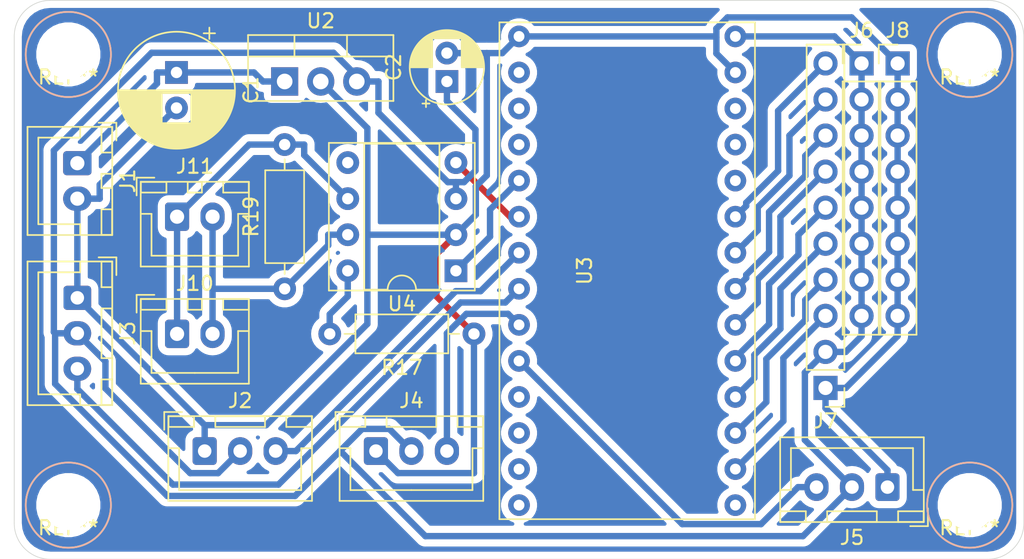
<source format=kicad_pcb>
(kicad_pcb (version 20171130) (host pcbnew "(5.1.2)-2")

  (general
    (thickness 1.6)
    (drawings 8)
    (tracks 188)
    (zones 0)
    (modules 21)
    (nets 33)
  )

  (page A4)
  (layers
    (0 F.Cu signal)
    (31 B.Cu signal)
    (32 B.Adhes user)
    (33 F.Adhes user)
    (34 B.Paste user)
    (35 F.Paste user)
    (36 B.SilkS user)
    (37 F.SilkS user)
    (38 B.Mask user)
    (39 F.Mask user)
    (40 Dwgs.User user)
    (41 Cmts.User user)
    (42 Eco1.User user)
    (43 Eco2.User user)
    (44 Edge.Cuts user)
    (45 Margin user)
    (46 B.CrtYd user)
    (47 F.CrtYd user)
    (48 B.Fab user)
    (49 F.Fab user)
  )

  (setup
    (last_trace_width 0.45)
    (trace_clearance 0.35)
    (zone_clearance 0.508)
    (zone_45_only no)
    (trace_min 0.2)
    (via_size 1.5)
    (via_drill 0.4)
    (via_min_size 0.4)
    (via_min_drill 0.3)
    (uvia_size 0.3)
    (uvia_drill 0.1)
    (uvias_allowed no)
    (uvia_min_size 0.2)
    (uvia_min_drill 0.1)
    (edge_width 0.05)
    (segment_width 0.2)
    (pcb_text_width 0.3)
    (pcb_text_size 1.5 1.5)
    (mod_edge_width 0.12)
    (mod_text_size 1 1)
    (mod_text_width 0.15)
    (pad_size 1.524 1.524)
    (pad_drill 0.762)
    (pad_to_mask_clearance 0.051)
    (solder_mask_min_width 0.25)
    (aux_axis_origin 0 0)
    (visible_elements 7FFFFFFF)
    (pcbplotparams
      (layerselection 0x01000_fffffffe)
      (usegerberextensions false)
      (usegerberattributes false)
      (usegerberadvancedattributes false)
      (creategerberjobfile false)
      (excludeedgelayer true)
      (linewidth 0.100000)
      (plotframeref false)
      (viasonmask false)
      (mode 1)
      (useauxorigin false)
      (hpglpennumber 1)
      (hpglpenspeed 20)
      (hpglpendiameter 15.000000)
      (psnegative false)
      (psa4output false)
      (plotreference true)
      (plotvalue true)
      (plotinvisibletext false)
      (padsonsilk false)
      (subtractmaskfromsilk false)
      (outputformat 1)
      (mirror false)
      (drillshape 0)
      (scaleselection 1)
      (outputdirectory "E:/0727/bumper/"))
  )

  (net 0 "")
  (net 1 +BATT)
  (net 2 GND)
  (net 3 +5V)
  (net 4 /canH)
  (net 5 /canL)
  (net 6 "Net-(R17-Pad2)")
  (net 7 "Net-(U3-Pad2)")
  (net 8 "Net-(U3-Pad3)")
  (net 9 /cantx)
  (net 10 /canrx)
  (net 11 "Net-(U3-Pad24)")
  (net 12 +3V3)
  (net 13 "Net-(U4-Pad5)")
  (net 14 "Net-(J2-Pad3)")
  (net 15 "Net-(J3-Pad3)")
  (net 16 "Net-(J4-Pad3)")
  (net 17 "Net-(J5-Pad3)")
  (net 18 "Net-(J7-Pad10)")
  (net 19 "Net-(J7-Pad9)")
  (net 20 "Net-(J7-Pad8)")
  (net 21 "Net-(J7-Pad7)")
  (net 22 "Net-(J7-Pad6)")
  (net 23 "Net-(J7-Pad5)")
  (net 24 "Net-(J7-Pad4)")
  (net 25 "Net-(J7-Pad3)")
  (net 26 "Net-(U3-Pad25)")
  (net 27 "Net-(U3-Pad15)")
  (net 28 "Net-(U3-Pad14)")
  (net 29 "Net-(U3-Pad13)")
  (net 30 "Net-(U3-Pad12)")
  (net 31 "Net-(U3-Pad11)")
  (net 32 "Net-(U3-Pad4)")

  (net_class Default "これはデフォルトのネット クラスです。"
    (clearance 0.35)
    (trace_width 0.45)
    (via_dia 1.5)
    (via_drill 0.4)
    (uvia_dia 0.3)
    (uvia_drill 0.1)
    (add_net +3V3)
    (add_net +5V)
    (add_net +BATT)
    (add_net /canH)
    (add_net /canL)
    (add_net /canrx)
    (add_net /cantx)
    (add_net GND)
    (add_net "Net-(J2-Pad3)")
    (add_net "Net-(J3-Pad3)")
    (add_net "Net-(J4-Pad3)")
    (add_net "Net-(J5-Pad3)")
    (add_net "Net-(J7-Pad10)")
    (add_net "Net-(J7-Pad3)")
    (add_net "Net-(J7-Pad4)")
    (add_net "Net-(J7-Pad5)")
    (add_net "Net-(J7-Pad6)")
    (add_net "Net-(J7-Pad7)")
    (add_net "Net-(J7-Pad8)")
    (add_net "Net-(J7-Pad9)")
    (add_net "Net-(R17-Pad2)")
    (add_net "Net-(U3-Pad11)")
    (add_net "Net-(U3-Pad12)")
    (add_net "Net-(U3-Pad13)")
    (add_net "Net-(U3-Pad14)")
    (add_net "Net-(U3-Pad15)")
    (add_net "Net-(U3-Pad2)")
    (add_net "Net-(U3-Pad24)")
    (add_net "Net-(U3-Pad25)")
    (add_net "Net-(U3-Pad3)")
    (add_net "Net-(U3-Pad4)")
    (add_net "Net-(U4-Pad5)")
  )

  (module Yoshiko:hole (layer F.Cu) (tedit 5F486283) (tstamp 60E5A1EA)
    (at 102.87 142.24)
    (fp_text reference REF** (at 0 1.6) (layer F.SilkS)
      (effects (font (size 1 1) (thickness 0.15)))
    )
    (fp_text value hole (at 0 -1.6) (layer F.Fab)
      (effects (font (size 1 1) (thickness 0.15)))
    )
    (fp_circle (center 0 0) (end 3 0) (layer F.SilkS) (width 0.12))
    (fp_circle (center 0 0) (end 3 0) (layer B.SilkS) (width 0.12))
    (pad "" np_thru_hole circle (at 0 0) (size 3.5 3.5) (drill 3.5) (layers *.Cu *.Mask))
  )

  (module Yoshiko:hole (layer F.Cu) (tedit 5F486283) (tstamp 60E5A1EA)
    (at 102.87 110.49)
    (fp_text reference REF** (at 0 1.6) (layer F.SilkS)
      (effects (font (size 1 1) (thickness 0.15)))
    )
    (fp_text value hole (at 0 -1.6) (layer F.Fab)
      (effects (font (size 1 1) (thickness 0.15)))
    )
    (fp_circle (center 0 0) (end 3 0) (layer F.SilkS) (width 0.12))
    (fp_circle (center 0 0) (end 3 0) (layer B.SilkS) (width 0.12))
    (pad "" np_thru_hole circle (at 0 0) (size 3.5 3.5) (drill 3.5) (layers *.Cu *.Mask))
  )

  (module Yoshiko:hole (layer F.Cu) (tedit 5F486283) (tstamp 60E5A1EA)
    (at 166.37 142.24)
    (fp_text reference REF** (at 0 1.6) (layer F.SilkS)
      (effects (font (size 1 1) (thickness 0.15)))
    )
    (fp_text value hole (at 0 -1.6) (layer F.Fab)
      (effects (font (size 1 1) (thickness 0.15)))
    )
    (fp_circle (center 0 0) (end 3 0) (layer F.SilkS) (width 0.12))
    (fp_circle (center 0 0) (end 3 0) (layer B.SilkS) (width 0.12))
    (pad "" np_thru_hole circle (at 0 0) (size 3.5 3.5) (drill 3.5) (layers *.Cu *.Mask))
  )

  (module Yoshiko:hole (layer F.Cu) (tedit 5F486283) (tstamp 60E5A1E2)
    (at 166.37 110.49)
    (fp_text reference REF** (at 0 1.6) (layer F.SilkS)
      (effects (font (size 1 1) (thickness 0.15)))
    )
    (fp_text value hole (at 0 -1.6) (layer F.Fab)
      (effects (font (size 1 1) (thickness 0.15)))
    )
    (fp_circle (center 0 0) (end 3 0) (layer B.SilkS) (width 0.12))
    (fp_circle (center 0 0) (end 3 0) (layer F.SilkS) (width 0.12))
    (pad "" np_thru_hole circle (at 0 0) (size 3.5 3.5) (drill 3.5) (layers *.Cu *.Mask))
  )

  (module Connector_PinHeader_2.54mm:PinHeader_1x08_P2.54mm_Vertical (layer F.Cu) (tedit 59FED5CC) (tstamp 60E5772B)
    (at 161.29 111.125)
    (descr "Through hole straight pin header, 1x08, 2.54mm pitch, single row")
    (tags "Through hole pin header THT 1x08 2.54mm single row")
    (path /60F16CB9)
    (fp_text reference J8 (at 0 -2.33) (layer F.SilkS)
      (effects (font (size 1 1) (thickness 0.15)))
    )
    (fp_text value Conn_01x08 (at 0 20.11) (layer F.Fab)
      (effects (font (size 1 1) (thickness 0.15)))
    )
    (fp_text user %R (at 0 8.89 90) (layer F.Fab)
      (effects (font (size 1 1) (thickness 0.15)))
    )
    (fp_line (start 1.8 -1.8) (end -1.8 -1.8) (layer F.CrtYd) (width 0.05))
    (fp_line (start 1.8 19.55) (end 1.8 -1.8) (layer F.CrtYd) (width 0.05))
    (fp_line (start -1.8 19.55) (end 1.8 19.55) (layer F.CrtYd) (width 0.05))
    (fp_line (start -1.8 -1.8) (end -1.8 19.55) (layer F.CrtYd) (width 0.05))
    (fp_line (start -1.33 -1.33) (end 0 -1.33) (layer F.SilkS) (width 0.12))
    (fp_line (start -1.33 0) (end -1.33 -1.33) (layer F.SilkS) (width 0.12))
    (fp_line (start -1.33 1.27) (end 1.33 1.27) (layer F.SilkS) (width 0.12))
    (fp_line (start 1.33 1.27) (end 1.33 19.11) (layer F.SilkS) (width 0.12))
    (fp_line (start -1.33 1.27) (end -1.33 19.11) (layer F.SilkS) (width 0.12))
    (fp_line (start -1.33 19.11) (end 1.33 19.11) (layer F.SilkS) (width 0.12))
    (fp_line (start -1.27 -0.635) (end -0.635 -1.27) (layer F.Fab) (width 0.1))
    (fp_line (start -1.27 19.05) (end -1.27 -0.635) (layer F.Fab) (width 0.1))
    (fp_line (start 1.27 19.05) (end -1.27 19.05) (layer F.Fab) (width 0.1))
    (fp_line (start 1.27 -1.27) (end 1.27 19.05) (layer F.Fab) (width 0.1))
    (fp_line (start -0.635 -1.27) (end 1.27 -1.27) (layer F.Fab) (width 0.1))
    (pad 8 thru_hole oval (at 0 17.78) (size 1.7 1.7) (drill 1) (layers *.Cu *.Mask)
      (net 2 GND))
    (pad 7 thru_hole oval (at 0 15.24) (size 1.7 1.7) (drill 1) (layers *.Cu *.Mask)
      (net 2 GND))
    (pad 6 thru_hole oval (at 0 12.7) (size 1.7 1.7) (drill 1) (layers *.Cu *.Mask)
      (net 2 GND))
    (pad 5 thru_hole oval (at 0 10.16) (size 1.7 1.7) (drill 1) (layers *.Cu *.Mask)
      (net 2 GND))
    (pad 4 thru_hole oval (at 0 7.62) (size 1.7 1.7) (drill 1) (layers *.Cu *.Mask)
      (net 2 GND))
    (pad 3 thru_hole oval (at 0 5.08) (size 1.7 1.7) (drill 1) (layers *.Cu *.Mask)
      (net 2 GND))
    (pad 2 thru_hole oval (at 0 2.54) (size 1.7 1.7) (drill 1) (layers *.Cu *.Mask)
      (net 2 GND))
    (pad 1 thru_hole rect (at 0 0) (size 1.7 1.7) (drill 1) (layers *.Cu *.Mask)
      (net 2 GND))
    (model ${KISYS3DMOD}/Connector_PinHeader_2.54mm.3dshapes/PinHeader_1x08_P2.54mm_Vertical.wrl
      (at (xyz 0 0 0))
      (scale (xyz 1 1 1))
      (rotate (xyz 0 0 0))
    )
  )

  (module Connector_PinHeader_2.54mm:PinHeader_1x08_P2.54mm_Vertical (layer F.Cu) (tedit 59FED5CC) (tstamp 60E576D5)
    (at 158.75 111.125)
    (descr "Through hole straight pin header, 1x08, 2.54mm pitch, single row")
    (tags "Through hole pin header THT 1x08 2.54mm single row")
    (path /60F06A21)
    (fp_text reference J6 (at 0 -2.33) (layer F.SilkS)
      (effects (font (size 1 1) (thickness 0.15)))
    )
    (fp_text value Conn_01x08 (at 0 20.11) (layer F.Fab)
      (effects (font (size 1 1) (thickness 0.15)))
    )
    (fp_text user %R (at 0 8.89 90) (layer F.Fab)
      (effects (font (size 1 1) (thickness 0.15)))
    )
    (fp_line (start 1.8 -1.8) (end -1.8 -1.8) (layer F.CrtYd) (width 0.05))
    (fp_line (start 1.8 19.55) (end 1.8 -1.8) (layer F.CrtYd) (width 0.05))
    (fp_line (start -1.8 19.55) (end 1.8 19.55) (layer F.CrtYd) (width 0.05))
    (fp_line (start -1.8 -1.8) (end -1.8 19.55) (layer F.CrtYd) (width 0.05))
    (fp_line (start -1.33 -1.33) (end 0 -1.33) (layer F.SilkS) (width 0.12))
    (fp_line (start -1.33 0) (end -1.33 -1.33) (layer F.SilkS) (width 0.12))
    (fp_line (start -1.33 1.27) (end 1.33 1.27) (layer F.SilkS) (width 0.12))
    (fp_line (start 1.33 1.27) (end 1.33 19.11) (layer F.SilkS) (width 0.12))
    (fp_line (start -1.33 1.27) (end -1.33 19.11) (layer F.SilkS) (width 0.12))
    (fp_line (start -1.33 19.11) (end 1.33 19.11) (layer F.SilkS) (width 0.12))
    (fp_line (start -1.27 -0.635) (end -0.635 -1.27) (layer F.Fab) (width 0.1))
    (fp_line (start -1.27 19.05) (end -1.27 -0.635) (layer F.Fab) (width 0.1))
    (fp_line (start 1.27 19.05) (end -1.27 19.05) (layer F.Fab) (width 0.1))
    (fp_line (start 1.27 -1.27) (end 1.27 19.05) (layer F.Fab) (width 0.1))
    (fp_line (start -0.635 -1.27) (end 1.27 -1.27) (layer F.Fab) (width 0.1))
    (pad 8 thru_hole oval (at 0 17.78) (size 1.7 1.7) (drill 1) (layers *.Cu *.Mask)
      (net 3 +5V))
    (pad 7 thru_hole oval (at 0 15.24) (size 1.7 1.7) (drill 1) (layers *.Cu *.Mask)
      (net 3 +5V))
    (pad 6 thru_hole oval (at 0 12.7) (size 1.7 1.7) (drill 1) (layers *.Cu *.Mask)
      (net 3 +5V))
    (pad 5 thru_hole oval (at 0 10.16) (size 1.7 1.7) (drill 1) (layers *.Cu *.Mask)
      (net 3 +5V))
    (pad 4 thru_hole oval (at 0 7.62) (size 1.7 1.7) (drill 1) (layers *.Cu *.Mask)
      (net 3 +5V))
    (pad 3 thru_hole oval (at 0 5.08) (size 1.7 1.7) (drill 1) (layers *.Cu *.Mask)
      (net 3 +5V))
    (pad 2 thru_hole oval (at 0 2.54) (size 1.7 1.7) (drill 1) (layers *.Cu *.Mask)
      (net 3 +5V))
    (pad 1 thru_hole rect (at 0 0) (size 1.7 1.7) (drill 1) (layers *.Cu *.Mask)
      (net 3 +5V))
    (model ${KISYS3DMOD}/Connector_PinHeader_2.54mm.3dshapes/PinHeader_1x08_P2.54mm_Vertical.wrl
      (at (xyz 0 0 0))
      (scale (xyz 1 1 1))
      (rotate (xyz 0 0 0))
    )
  )

  (module Package_DIP:DIP-8_W7.62mm_Socket (layer F.Cu) (tedit 5A02E8C5) (tstamp 60E56543)
    (at 130.175 125.73 180)
    (descr "8-lead though-hole mounted DIP package, row spacing 7.62 mm (300 mils), Socket")
    (tags "THT DIP DIL PDIP 2.54mm 7.62mm 300mil Socket")
    (path /5D2A4CD5)
    (fp_text reference U4 (at 3.81 -2.33) (layer F.SilkS)
      (effects (font (size 1 1) (thickness 0.15)))
    )
    (fp_text value MCP2551-I-P (at 3.81 9.95) (layer F.Fab)
      (effects (font (size 1 1) (thickness 0.15)))
    )
    (fp_text user %R (at 3.81 3.81) (layer F.Fab)
      (effects (font (size 1 1) (thickness 0.15)))
    )
    (fp_line (start 9.15 -1.6) (end -1.55 -1.6) (layer F.CrtYd) (width 0.05))
    (fp_line (start 9.15 9.2) (end 9.15 -1.6) (layer F.CrtYd) (width 0.05))
    (fp_line (start -1.55 9.2) (end 9.15 9.2) (layer F.CrtYd) (width 0.05))
    (fp_line (start -1.55 -1.6) (end -1.55 9.2) (layer F.CrtYd) (width 0.05))
    (fp_line (start 8.95 -1.39) (end -1.33 -1.39) (layer F.SilkS) (width 0.12))
    (fp_line (start 8.95 9.01) (end 8.95 -1.39) (layer F.SilkS) (width 0.12))
    (fp_line (start -1.33 9.01) (end 8.95 9.01) (layer F.SilkS) (width 0.12))
    (fp_line (start -1.33 -1.39) (end -1.33 9.01) (layer F.SilkS) (width 0.12))
    (fp_line (start 6.46 -1.33) (end 4.81 -1.33) (layer F.SilkS) (width 0.12))
    (fp_line (start 6.46 8.95) (end 6.46 -1.33) (layer F.SilkS) (width 0.12))
    (fp_line (start 1.16 8.95) (end 6.46 8.95) (layer F.SilkS) (width 0.12))
    (fp_line (start 1.16 -1.33) (end 1.16 8.95) (layer F.SilkS) (width 0.12))
    (fp_line (start 2.81 -1.33) (end 1.16 -1.33) (layer F.SilkS) (width 0.12))
    (fp_line (start 8.89 -1.33) (end -1.27 -1.33) (layer F.Fab) (width 0.1))
    (fp_line (start 8.89 8.95) (end 8.89 -1.33) (layer F.Fab) (width 0.1))
    (fp_line (start -1.27 8.95) (end 8.89 8.95) (layer F.Fab) (width 0.1))
    (fp_line (start -1.27 -1.33) (end -1.27 8.95) (layer F.Fab) (width 0.1))
    (fp_line (start 0.635 -0.27) (end 1.635 -1.27) (layer F.Fab) (width 0.1))
    (fp_line (start 0.635 8.89) (end 0.635 -0.27) (layer F.Fab) (width 0.1))
    (fp_line (start 6.985 8.89) (end 0.635 8.89) (layer F.Fab) (width 0.1))
    (fp_line (start 6.985 -1.27) (end 6.985 8.89) (layer F.Fab) (width 0.1))
    (fp_line (start 1.635 -1.27) (end 6.985 -1.27) (layer F.Fab) (width 0.1))
    (fp_arc (start 3.81 -1.33) (end 2.81 -1.33) (angle -180) (layer F.SilkS) (width 0.12))
    (pad 8 thru_hole oval (at 7.62 0 180) (size 1.6 1.6) (drill 0.8) (layers *.Cu *.Mask)
      (net 6 "Net-(R17-Pad2)"))
    (pad 4 thru_hole oval (at 0 7.62 180) (size 1.6 1.6) (drill 0.8) (layers *.Cu *.Mask)
      (net 10 /canrx))
    (pad 7 thru_hole oval (at 7.62 2.54 180) (size 1.6 1.6) (drill 0.8) (layers *.Cu *.Mask)
      (net 4 /canH))
    (pad 3 thru_hole oval (at 0 5.08 180) (size 1.6 1.6) (drill 0.8) (layers *.Cu *.Mask)
      (net 3 +5V))
    (pad 6 thru_hole oval (at 7.62 5.08 180) (size 1.6 1.6) (drill 0.8) (layers *.Cu *.Mask)
      (net 5 /canL))
    (pad 2 thru_hole oval (at 0 2.54 180) (size 1.6 1.6) (drill 0.8) (layers *.Cu *.Mask)
      (net 2 GND))
    (pad 5 thru_hole oval (at 7.62 7.62 180) (size 1.6 1.6) (drill 0.8) (layers *.Cu *.Mask)
      (net 13 "Net-(U4-Pad5)"))
    (pad 1 thru_hole rect (at 0 0 180) (size 1.6 1.6) (drill 0.8) (layers *.Cu *.Mask)
      (net 9 /cantx))
    (model ${KISYS3DMOD}/Package_DIP.3dshapes/DIP-8_W7.62mm_Socket.wrl
      (at (xyz 0 0 0))
      (scale (xyz 1 1 1))
      (rotate (xyz 0 0 0))
    )
  )

  (module Yoshiko:teensy3.2 (layer F.Cu) (tedit 5D29714A) (tstamp 60E5651F)
    (at 142.24 125.73 270)
    (path /60B587BD)
    (fp_text reference U3 (at 0 3 90) (layer F.SilkS)
      (effects (font (size 1 1) (thickness 0.15)))
    )
    (fp_text value teensy3.2 (at 0 -3.5 90) (layer F.Fab)
      (effects (font (size 1 1) (thickness 0.15)))
    )
    (fp_line (start 17.5 9) (end -17.5 9) (layer F.SilkS) (width 0.12))
    (fp_line (start 17.5 -9) (end -17.5 -9) (layer F.SilkS) (width 0.12))
    (fp_line (start 17.5 9) (end 17.5 -9) (layer F.SilkS) (width 0.12))
    (fp_line (start -17.5 -9) (end -17.5 9) (layer F.SilkS) (width 0.12))
    (pad 28 thru_hole circle (at -16.51 -7.62 270) (size 1.524 1.524) (drill 0.762) (layers *.Cu *.Mask)
      (net 3 +5V))
    (pad 27 thru_hole circle (at -13.97 -7.62 270) (size 1.524 1.524) (drill 0.762) (layers *.Cu *.Mask)
      (net 2 GND))
    (pad 26 thru_hole circle (at -11.43 -7.62 270) (size 1.524 1.524) (drill 0.762) (layers *.Cu *.Mask)
      (net 12 +3V3))
    (pad 25 thru_hole circle (at -8.89 -7.62 270) (size 1.524 1.524) (drill 0.762) (layers *.Cu *.Mask)
      (net 26 "Net-(U3-Pad25)"))
    (pad 24 thru_hole circle (at -6.35 -7.62 270) (size 1.524 1.524) (drill 0.762) (layers *.Cu *.Mask)
      (net 11 "Net-(U3-Pad24)"))
    (pad 23 thru_hole circle (at -3.81 -7.62 270) (size 1.524 1.524) (drill 0.762) (layers *.Cu *.Mask)
      (net 18 "Net-(J7-Pad10)"))
    (pad 22 thru_hole circle (at -1.27 -7.62 270) (size 1.524 1.524) (drill 0.762) (layers *.Cu *.Mask)
      (net 19 "Net-(J7-Pad9)"))
    (pad 21 thru_hole circle (at 1.27 -7.62 270) (size 1.524 1.524) (drill 0.762) (layers *.Cu *.Mask)
      (net 20 "Net-(J7-Pad8)"))
    (pad 20 thru_hole circle (at 3.81 -7.62 270) (size 1.524 1.524) (drill 0.762) (layers *.Cu *.Mask)
      (net 21 "Net-(J7-Pad7)"))
    (pad 19 thru_hole circle (at 6.35 -7.62 270) (size 1.524 1.524) (drill 0.762) (layers *.Cu *.Mask)
      (net 22 "Net-(J7-Pad6)"))
    (pad 18 thru_hole circle (at 8.89 -7.62 270) (size 1.524 1.524) (drill 0.762) (layers *.Cu *.Mask)
      (net 23 "Net-(J7-Pad5)"))
    (pad 17 thru_hole circle (at 11.43 -7.62 270) (size 1.524 1.524) (drill 0.762) (layers *.Cu *.Mask)
      (net 24 "Net-(J7-Pad4)"))
    (pad 16 thru_hole circle (at 13.97 -7.62 270) (size 1.524 1.524) (drill 0.762) (layers *.Cu *.Mask)
      (net 25 "Net-(J7-Pad3)"))
    (pad 15 thru_hole circle (at 16.51 -7.62 270) (size 1.524 1.524) (drill 0.762) (layers *.Cu *.Mask)
      (net 27 "Net-(U3-Pad15)"))
    (pad 14 thru_hole circle (at 16.51 7.62 270) (size 1.524 1.524) (drill 0.762) (layers *.Cu *.Mask)
      (net 28 "Net-(U3-Pad14)"))
    (pad 13 thru_hole circle (at 13.97 7.62 270) (size 1.524 1.524) (drill 0.762) (layers *.Cu *.Mask)
      (net 29 "Net-(U3-Pad13)"))
    (pad 12 thru_hole circle (at 11.43 7.62 270) (size 1.524 1.524) (drill 0.762) (layers *.Cu *.Mask)
      (net 30 "Net-(U3-Pad12)"))
    (pad 11 thru_hole circle (at 8.89 7.62 270) (size 1.524 1.524) (drill 0.762) (layers *.Cu *.Mask)
      (net 31 "Net-(U3-Pad11)"))
    (pad 10 thru_hole circle (at 6.35 7.62 270) (size 1.524 1.524) (drill 0.762) (layers *.Cu *.Mask)
      (net 17 "Net-(J5-Pad3)"))
    (pad 9 thru_hole circle (at 3.81 7.62 270) (size 1.524 1.524) (drill 0.762) (layers *.Cu *.Mask)
      (net 16 "Net-(J4-Pad3)"))
    (pad 8 thru_hole circle (at 1.27 7.62 270) (size 1.524 1.524) (drill 0.762) (layers *.Cu *.Mask)
      (net 15 "Net-(J3-Pad3)"))
    (pad 7 thru_hole circle (at -1.27 7.62 270) (size 1.524 1.524) (drill 0.762) (layers *.Cu *.Mask)
      (net 14 "Net-(J2-Pad3)"))
    (pad 6 thru_hole circle (at -3.81 7.62 270) (size 1.524 1.524) (drill 0.762) (layers *.Cu *.Mask)
      (net 10 /canrx))
    (pad 5 thru_hole circle (at -6.35 7.62 270) (size 1.524 1.524) (drill 0.762) (layers *.Cu *.Mask)
      (net 9 /cantx))
    (pad 4 thru_hole circle (at -8.89 7.62 270) (size 1.524 1.524) (drill 0.762) (layers *.Cu *.Mask)
      (net 32 "Net-(U3-Pad4)"))
    (pad 3 thru_hole circle (at -11.43 7.62 270) (size 1.524 1.524) (drill 0.762) (layers *.Cu *.Mask)
      (net 8 "Net-(U3-Pad3)"))
    (pad 2 thru_hole circle (at -13.97 7.62 270) (size 1.524 1.524) (drill 0.762) (layers *.Cu *.Mask)
      (net 7 "Net-(U3-Pad2)"))
    (pad 1 thru_hole circle (at -16.51 7.62 270) (size 1.524 1.524) (drill 0.762) (layers *.Cu *.Mask)
      (net 2 GND))
  )

  (module Package_TO_SOT_THT:TO-220-3_Vertical (layer F.Cu) (tedit 5AC8BA0D) (tstamp 60E564FB)
    (at 118.11 112.395)
    (descr "TO-220-3, Vertical, RM 2.54mm, see https://www.vishay.com/docs/66542/to-220-1.pdf")
    (tags "TO-220-3 Vertical RM 2.54mm")
    (path /60BC92A8)
    (fp_text reference U2 (at 2.54 -4.27) (layer F.SilkS)
      (effects (font (size 1 1) (thickness 0.15)))
    )
    (fp_text value L7805 (at 2.54 2.5) (layer F.Fab)
      (effects (font (size 1 1) (thickness 0.15)))
    )
    (fp_text user %R (at 2.54 -4.27) (layer F.Fab)
      (effects (font (size 1 1) (thickness 0.15)))
    )
    (fp_line (start 7.79 -3.4) (end -2.71 -3.4) (layer F.CrtYd) (width 0.05))
    (fp_line (start 7.79 1.51) (end 7.79 -3.4) (layer F.CrtYd) (width 0.05))
    (fp_line (start -2.71 1.51) (end 7.79 1.51) (layer F.CrtYd) (width 0.05))
    (fp_line (start -2.71 -3.4) (end -2.71 1.51) (layer F.CrtYd) (width 0.05))
    (fp_line (start 4.391 -3.27) (end 4.391 -1.76) (layer F.SilkS) (width 0.12))
    (fp_line (start 0.69 -3.27) (end 0.69 -1.76) (layer F.SilkS) (width 0.12))
    (fp_line (start -2.58 -1.76) (end 7.66 -1.76) (layer F.SilkS) (width 0.12))
    (fp_line (start 7.66 -3.27) (end 7.66 1.371) (layer F.SilkS) (width 0.12))
    (fp_line (start -2.58 -3.27) (end -2.58 1.371) (layer F.SilkS) (width 0.12))
    (fp_line (start -2.58 1.371) (end 7.66 1.371) (layer F.SilkS) (width 0.12))
    (fp_line (start -2.58 -3.27) (end 7.66 -3.27) (layer F.SilkS) (width 0.12))
    (fp_line (start 4.39 -3.15) (end 4.39 -1.88) (layer F.Fab) (width 0.1))
    (fp_line (start 0.69 -3.15) (end 0.69 -1.88) (layer F.Fab) (width 0.1))
    (fp_line (start -2.46 -1.88) (end 7.54 -1.88) (layer F.Fab) (width 0.1))
    (fp_line (start 7.54 -3.15) (end -2.46 -3.15) (layer F.Fab) (width 0.1))
    (fp_line (start 7.54 1.25) (end 7.54 -3.15) (layer F.Fab) (width 0.1))
    (fp_line (start -2.46 1.25) (end 7.54 1.25) (layer F.Fab) (width 0.1))
    (fp_line (start -2.46 -3.15) (end -2.46 1.25) (layer F.Fab) (width 0.1))
    (pad 3 thru_hole oval (at 5.08 0) (size 1.905 2) (drill 1.1) (layers *.Cu *.Mask)
      (net 3 +5V))
    (pad 2 thru_hole oval (at 2.54 0) (size 1.905 2) (drill 1.1) (layers *.Cu *.Mask)
      (net 2 GND))
    (pad 1 thru_hole rect (at 0 0) (size 1.905 2) (drill 1.1) (layers *.Cu *.Mask)
      (net 1 +BATT))
    (model ${KISYS3DMOD}/Package_TO_SOT_THT.3dshapes/TO-220-3_Vertical.wrl
      (at (xyz 0 0 0))
      (scale (xyz 1 1 1))
      (rotate (xyz 0 0 0))
    )
  )

  (module Resistor_THT:R_Axial_DIN0207_L6.3mm_D2.5mm_P10.16mm_Horizontal (layer F.Cu) (tedit 5AE5139B) (tstamp 60E564E1)
    (at 118.11 127 90)
    (descr "Resistor, Axial_DIN0207 series, Axial, Horizontal, pin pitch=10.16mm, 0.25W = 1/4W, length*diameter=6.3*2.5mm^2, http://cdn-reichelt.de/documents/datenblatt/B400/1_4W%23YAG.pdf")
    (tags "Resistor Axial_DIN0207 series Axial Horizontal pin pitch 10.16mm 0.25W = 1/4W length 6.3mm diameter 2.5mm")
    (path /5D2A5439)
    (fp_text reference R19 (at 5.08 -2.37 90) (layer F.SilkS)
      (effects (font (size 1 1) (thickness 0.15)))
    )
    (fp_text value 120 (at 5.08 2.37 90) (layer F.Fab)
      (effects (font (size 1 1) (thickness 0.15)))
    )
    (fp_text user %R (at 5.08 0 90) (layer F.Fab)
      (effects (font (size 1 1) (thickness 0.15)))
    )
    (fp_line (start 11.21 -1.5) (end -1.05 -1.5) (layer F.CrtYd) (width 0.05))
    (fp_line (start 11.21 1.5) (end 11.21 -1.5) (layer F.CrtYd) (width 0.05))
    (fp_line (start -1.05 1.5) (end 11.21 1.5) (layer F.CrtYd) (width 0.05))
    (fp_line (start -1.05 -1.5) (end -1.05 1.5) (layer F.CrtYd) (width 0.05))
    (fp_line (start 9.12 0) (end 8.35 0) (layer F.SilkS) (width 0.12))
    (fp_line (start 1.04 0) (end 1.81 0) (layer F.SilkS) (width 0.12))
    (fp_line (start 8.35 -1.37) (end 1.81 -1.37) (layer F.SilkS) (width 0.12))
    (fp_line (start 8.35 1.37) (end 8.35 -1.37) (layer F.SilkS) (width 0.12))
    (fp_line (start 1.81 1.37) (end 8.35 1.37) (layer F.SilkS) (width 0.12))
    (fp_line (start 1.81 -1.37) (end 1.81 1.37) (layer F.SilkS) (width 0.12))
    (fp_line (start 10.16 0) (end 8.23 0) (layer F.Fab) (width 0.1))
    (fp_line (start 0 0) (end 1.93 0) (layer F.Fab) (width 0.1))
    (fp_line (start 8.23 -1.25) (end 1.93 -1.25) (layer F.Fab) (width 0.1))
    (fp_line (start 8.23 1.25) (end 8.23 -1.25) (layer F.Fab) (width 0.1))
    (fp_line (start 1.93 1.25) (end 8.23 1.25) (layer F.Fab) (width 0.1))
    (fp_line (start 1.93 -1.25) (end 1.93 1.25) (layer F.Fab) (width 0.1))
    (pad 2 thru_hole oval (at 10.16 0 90) (size 1.6 1.6) (drill 0.8) (layers *.Cu *.Mask)
      (net 5 /canL))
    (pad 1 thru_hole circle (at 0 0 90) (size 1.6 1.6) (drill 0.8) (layers *.Cu *.Mask)
      (net 4 /canH))
    (model ${KISYS3DMOD}/Resistor_THT.3dshapes/R_Axial_DIN0207_L6.3mm_D2.5mm_P10.16mm_Horizontal.wrl
      (at (xyz 0 0 0))
      (scale (xyz 1 1 1))
      (rotate (xyz 0 0 0))
    )
  )

  (module Resistor_THT:R_Axial_DIN0207_L6.3mm_D2.5mm_P10.16mm_Horizontal (layer F.Cu) (tedit 5AE5139B) (tstamp 60E564CA)
    (at 131.445 130.175 180)
    (descr "Resistor, Axial_DIN0207 series, Axial, Horizontal, pin pitch=10.16mm, 0.25W = 1/4W, length*diameter=6.3*2.5mm^2, http://cdn-reichelt.de/documents/datenblatt/B400/1_4W%23YAG.pdf")
    (tags "Resistor Axial_DIN0207 series Axial Horizontal pin pitch 10.16mm 0.25W = 1/4W length 6.3mm diameter 2.5mm")
    (path /5D2A9F80)
    (fp_text reference R17 (at 5.08 -2.37) (layer F.SilkS)
      (effects (font (size 1 1) (thickness 0.15)))
    )
    (fp_text value 10k (at 5.08 2.37) (layer F.Fab)
      (effects (font (size 1 1) (thickness 0.15)))
    )
    (fp_text user %R (at 5.08 0) (layer F.Fab)
      (effects (font (size 1 1) (thickness 0.15)))
    )
    (fp_line (start 11.21 -1.5) (end -1.05 -1.5) (layer F.CrtYd) (width 0.05))
    (fp_line (start 11.21 1.5) (end 11.21 -1.5) (layer F.CrtYd) (width 0.05))
    (fp_line (start -1.05 1.5) (end 11.21 1.5) (layer F.CrtYd) (width 0.05))
    (fp_line (start -1.05 -1.5) (end -1.05 1.5) (layer F.CrtYd) (width 0.05))
    (fp_line (start 9.12 0) (end 8.35 0) (layer F.SilkS) (width 0.12))
    (fp_line (start 1.04 0) (end 1.81 0) (layer F.SilkS) (width 0.12))
    (fp_line (start 8.35 -1.37) (end 1.81 -1.37) (layer F.SilkS) (width 0.12))
    (fp_line (start 8.35 1.37) (end 8.35 -1.37) (layer F.SilkS) (width 0.12))
    (fp_line (start 1.81 1.37) (end 8.35 1.37) (layer F.SilkS) (width 0.12))
    (fp_line (start 1.81 -1.37) (end 1.81 1.37) (layer F.SilkS) (width 0.12))
    (fp_line (start 10.16 0) (end 8.23 0) (layer F.Fab) (width 0.1))
    (fp_line (start 0 0) (end 1.93 0) (layer F.Fab) (width 0.1))
    (fp_line (start 8.23 -1.25) (end 1.93 -1.25) (layer F.Fab) (width 0.1))
    (fp_line (start 8.23 1.25) (end 8.23 -1.25) (layer F.Fab) (width 0.1))
    (fp_line (start 1.93 1.25) (end 8.23 1.25) (layer F.Fab) (width 0.1))
    (fp_line (start 1.93 -1.25) (end 1.93 1.25) (layer F.Fab) (width 0.1))
    (pad 2 thru_hole oval (at 10.16 0 180) (size 1.6 1.6) (drill 0.8) (layers *.Cu *.Mask)
      (net 6 "Net-(R17-Pad2)"))
    (pad 1 thru_hole circle (at 0 0 180) (size 1.6 1.6) (drill 0.8) (layers *.Cu *.Mask)
      (net 2 GND))
    (model ${KISYS3DMOD}/Resistor_THT.3dshapes/R_Axial_DIN0207_L6.3mm_D2.5mm_P10.16mm_Horizontal.wrl
      (at (xyz 0 0 0))
      (scale (xyz 1 1 1))
      (rotate (xyz 0 0 0))
    )
  )

  (module Connector_JST:JST_XH_B2B-XH-A_1x02_P2.50mm_Vertical (layer F.Cu) (tedit 5C28146C) (tstamp 60E5649C)
    (at 110.53 121.92)
    (descr "JST XH series connector, B2B-XH-A (http://www.jst-mfg.com/product/pdf/eng/eXH.pdf), generated with kicad-footprint-generator")
    (tags "connector JST XH vertical")
    (path /5DF3D702)
    (fp_text reference J11 (at 1.25 -3.55) (layer F.SilkS)
      (effects (font (size 1 1) (thickness 0.15)))
    )
    (fp_text value can2 (at 1.25 4.6) (layer F.Fab)
      (effects (font (size 1 1) (thickness 0.15)))
    )
    (fp_text user %R (at 1.25 2.7) (layer F.Fab)
      (effects (font (size 1 1) (thickness 0.15)))
    )
    (fp_line (start -2.85 -2.75) (end -2.85 -1.5) (layer F.SilkS) (width 0.12))
    (fp_line (start -1.6 -2.75) (end -2.85 -2.75) (layer F.SilkS) (width 0.12))
    (fp_line (start 4.3 2.75) (end 1.25 2.75) (layer F.SilkS) (width 0.12))
    (fp_line (start 4.3 -0.2) (end 4.3 2.75) (layer F.SilkS) (width 0.12))
    (fp_line (start 5.05 -0.2) (end 4.3 -0.2) (layer F.SilkS) (width 0.12))
    (fp_line (start -1.8 2.75) (end 1.25 2.75) (layer F.SilkS) (width 0.12))
    (fp_line (start -1.8 -0.2) (end -1.8 2.75) (layer F.SilkS) (width 0.12))
    (fp_line (start -2.55 -0.2) (end -1.8 -0.2) (layer F.SilkS) (width 0.12))
    (fp_line (start 5.05 -2.45) (end 3.25 -2.45) (layer F.SilkS) (width 0.12))
    (fp_line (start 5.05 -1.7) (end 5.05 -2.45) (layer F.SilkS) (width 0.12))
    (fp_line (start 3.25 -1.7) (end 5.05 -1.7) (layer F.SilkS) (width 0.12))
    (fp_line (start 3.25 -2.45) (end 3.25 -1.7) (layer F.SilkS) (width 0.12))
    (fp_line (start -0.75 -2.45) (end -2.55 -2.45) (layer F.SilkS) (width 0.12))
    (fp_line (start -0.75 -1.7) (end -0.75 -2.45) (layer F.SilkS) (width 0.12))
    (fp_line (start -2.55 -1.7) (end -0.75 -1.7) (layer F.SilkS) (width 0.12))
    (fp_line (start -2.55 -2.45) (end -2.55 -1.7) (layer F.SilkS) (width 0.12))
    (fp_line (start 1.75 -2.45) (end 0.75 -2.45) (layer F.SilkS) (width 0.12))
    (fp_line (start 1.75 -1.7) (end 1.75 -2.45) (layer F.SilkS) (width 0.12))
    (fp_line (start 0.75 -1.7) (end 1.75 -1.7) (layer F.SilkS) (width 0.12))
    (fp_line (start 0.75 -2.45) (end 0.75 -1.7) (layer F.SilkS) (width 0.12))
    (fp_line (start 0 -1.35) (end 0.625 -2.35) (layer F.Fab) (width 0.1))
    (fp_line (start -0.625 -2.35) (end 0 -1.35) (layer F.Fab) (width 0.1))
    (fp_line (start 5.45 -2.85) (end -2.95 -2.85) (layer F.CrtYd) (width 0.05))
    (fp_line (start 5.45 3.9) (end 5.45 -2.85) (layer F.CrtYd) (width 0.05))
    (fp_line (start -2.95 3.9) (end 5.45 3.9) (layer F.CrtYd) (width 0.05))
    (fp_line (start -2.95 -2.85) (end -2.95 3.9) (layer F.CrtYd) (width 0.05))
    (fp_line (start 5.06 -2.46) (end -2.56 -2.46) (layer F.SilkS) (width 0.12))
    (fp_line (start 5.06 3.51) (end 5.06 -2.46) (layer F.SilkS) (width 0.12))
    (fp_line (start -2.56 3.51) (end 5.06 3.51) (layer F.SilkS) (width 0.12))
    (fp_line (start -2.56 -2.46) (end -2.56 3.51) (layer F.SilkS) (width 0.12))
    (fp_line (start 4.95 -2.35) (end -2.45 -2.35) (layer F.Fab) (width 0.1))
    (fp_line (start 4.95 3.4) (end 4.95 -2.35) (layer F.Fab) (width 0.1))
    (fp_line (start -2.45 3.4) (end 4.95 3.4) (layer F.Fab) (width 0.1))
    (fp_line (start -2.45 -2.35) (end -2.45 3.4) (layer F.Fab) (width 0.1))
    (pad 2 thru_hole oval (at 2.5 0) (size 1.7 2) (drill 1) (layers *.Cu *.Mask)
      (net 4 /canH))
    (pad 1 thru_hole roundrect (at 0 0) (size 1.7 2) (drill 1) (layers *.Cu *.Mask) (roundrect_rratio 0.147059)
      (net 5 /canL))
    (model ${KISYS3DMOD}/Connector_JST.3dshapes/JST_XH_B2B-XH-A_1x02_P2.50mm_Vertical.wrl
      (at (xyz 0 0 0))
      (scale (xyz 1 1 1))
      (rotate (xyz 0 0 0))
    )
  )

  (module Connector_JST:JST_XH_B2B-XH-A_1x02_P2.50mm_Vertical (layer F.Cu) (tedit 5C28146C) (tstamp 60E56473)
    (at 110.53 130.175)
    (descr "JST XH series connector, B2B-XH-A (http://www.jst-mfg.com/product/pdf/eng/eXH.pdf), generated with kicad-footprint-generator")
    (tags "connector JST XH vertical")
    (path /5D3D28DA)
    (fp_text reference J10 (at 1.25 -3.55) (layer F.SilkS)
      (effects (font (size 1 1) (thickness 0.15)))
    )
    (fp_text value can1 (at 1.25 4.6) (layer F.Fab)
      (effects (font (size 1 1) (thickness 0.15)))
    )
    (fp_text user %R (at 1.25 2.7) (layer F.Fab)
      (effects (font (size 1 1) (thickness 0.15)))
    )
    (fp_line (start -2.85 -2.75) (end -2.85 -1.5) (layer F.SilkS) (width 0.12))
    (fp_line (start -1.6 -2.75) (end -2.85 -2.75) (layer F.SilkS) (width 0.12))
    (fp_line (start 4.3 2.75) (end 1.25 2.75) (layer F.SilkS) (width 0.12))
    (fp_line (start 4.3 -0.2) (end 4.3 2.75) (layer F.SilkS) (width 0.12))
    (fp_line (start 5.05 -0.2) (end 4.3 -0.2) (layer F.SilkS) (width 0.12))
    (fp_line (start -1.8 2.75) (end 1.25 2.75) (layer F.SilkS) (width 0.12))
    (fp_line (start -1.8 -0.2) (end -1.8 2.75) (layer F.SilkS) (width 0.12))
    (fp_line (start -2.55 -0.2) (end -1.8 -0.2) (layer F.SilkS) (width 0.12))
    (fp_line (start 5.05 -2.45) (end 3.25 -2.45) (layer F.SilkS) (width 0.12))
    (fp_line (start 5.05 -1.7) (end 5.05 -2.45) (layer F.SilkS) (width 0.12))
    (fp_line (start 3.25 -1.7) (end 5.05 -1.7) (layer F.SilkS) (width 0.12))
    (fp_line (start 3.25 -2.45) (end 3.25 -1.7) (layer F.SilkS) (width 0.12))
    (fp_line (start -0.75 -2.45) (end -2.55 -2.45) (layer F.SilkS) (width 0.12))
    (fp_line (start -0.75 -1.7) (end -0.75 -2.45) (layer F.SilkS) (width 0.12))
    (fp_line (start -2.55 -1.7) (end -0.75 -1.7) (layer F.SilkS) (width 0.12))
    (fp_line (start -2.55 -2.45) (end -2.55 -1.7) (layer F.SilkS) (width 0.12))
    (fp_line (start 1.75 -2.45) (end 0.75 -2.45) (layer F.SilkS) (width 0.12))
    (fp_line (start 1.75 -1.7) (end 1.75 -2.45) (layer F.SilkS) (width 0.12))
    (fp_line (start 0.75 -1.7) (end 1.75 -1.7) (layer F.SilkS) (width 0.12))
    (fp_line (start 0.75 -2.45) (end 0.75 -1.7) (layer F.SilkS) (width 0.12))
    (fp_line (start 0 -1.35) (end 0.625 -2.35) (layer F.Fab) (width 0.1))
    (fp_line (start -0.625 -2.35) (end 0 -1.35) (layer F.Fab) (width 0.1))
    (fp_line (start 5.45 -2.85) (end -2.95 -2.85) (layer F.CrtYd) (width 0.05))
    (fp_line (start 5.45 3.9) (end 5.45 -2.85) (layer F.CrtYd) (width 0.05))
    (fp_line (start -2.95 3.9) (end 5.45 3.9) (layer F.CrtYd) (width 0.05))
    (fp_line (start -2.95 -2.85) (end -2.95 3.9) (layer F.CrtYd) (width 0.05))
    (fp_line (start 5.06 -2.46) (end -2.56 -2.46) (layer F.SilkS) (width 0.12))
    (fp_line (start 5.06 3.51) (end 5.06 -2.46) (layer F.SilkS) (width 0.12))
    (fp_line (start -2.56 3.51) (end 5.06 3.51) (layer F.SilkS) (width 0.12))
    (fp_line (start -2.56 -2.46) (end -2.56 3.51) (layer F.SilkS) (width 0.12))
    (fp_line (start 4.95 -2.35) (end -2.45 -2.35) (layer F.Fab) (width 0.1))
    (fp_line (start 4.95 3.4) (end 4.95 -2.35) (layer F.Fab) (width 0.1))
    (fp_line (start -2.45 3.4) (end 4.95 3.4) (layer F.Fab) (width 0.1))
    (fp_line (start -2.45 -2.35) (end -2.45 3.4) (layer F.Fab) (width 0.1))
    (pad 2 thru_hole oval (at 2.5 0) (size 1.7 2) (drill 1) (layers *.Cu *.Mask)
      (net 4 /canH))
    (pad 1 thru_hole roundrect (at 0 0) (size 1.7 2) (drill 1) (layers *.Cu *.Mask) (roundrect_rratio 0.147059)
      (net 5 /canL))
    (model ${KISYS3DMOD}/Connector_JST.3dshapes/JST_XH_B2B-XH-A_1x02_P2.50mm_Vertical.wrl
      (at (xyz 0 0 0))
      (scale (xyz 1 1 1))
      (rotate (xyz 0 0 0))
    )
  )

  (module Connector_PinHeader_2.54mm:PinHeader_1x10_P2.54mm_Vertical (layer F.Cu) (tedit 59FED5CC) (tstamp 60E56430)
    (at 156.21 133.985 180)
    (descr "Through hole straight pin header, 1x10, 2.54mm pitch, single row")
    (tags "Through hole pin header THT 1x10 2.54mm single row")
    (path /60E7FA3E)
    (fp_text reference J7 (at 0 -2.33) (layer F.SilkS)
      (effects (font (size 1 1) (thickness 0.15)))
    )
    (fp_text value Conn_01x10 (at 0 25.19) (layer F.Fab)
      (effects (font (size 1 1) (thickness 0.15)))
    )
    (fp_text user %R (at 0 11.43 90) (layer F.Fab)
      (effects (font (size 1 1) (thickness 0.15)))
    )
    (fp_line (start 1.8 -1.8) (end -1.8 -1.8) (layer F.CrtYd) (width 0.05))
    (fp_line (start 1.8 24.65) (end 1.8 -1.8) (layer F.CrtYd) (width 0.05))
    (fp_line (start -1.8 24.65) (end 1.8 24.65) (layer F.CrtYd) (width 0.05))
    (fp_line (start -1.8 -1.8) (end -1.8 24.65) (layer F.CrtYd) (width 0.05))
    (fp_line (start -1.33 -1.33) (end 0 -1.33) (layer F.SilkS) (width 0.12))
    (fp_line (start -1.33 0) (end -1.33 -1.33) (layer F.SilkS) (width 0.12))
    (fp_line (start -1.33 1.27) (end 1.33 1.27) (layer F.SilkS) (width 0.12))
    (fp_line (start 1.33 1.27) (end 1.33 24.19) (layer F.SilkS) (width 0.12))
    (fp_line (start -1.33 1.27) (end -1.33 24.19) (layer F.SilkS) (width 0.12))
    (fp_line (start -1.33 24.19) (end 1.33 24.19) (layer F.SilkS) (width 0.12))
    (fp_line (start -1.27 -0.635) (end -0.635 -1.27) (layer F.Fab) (width 0.1))
    (fp_line (start -1.27 24.13) (end -1.27 -0.635) (layer F.Fab) (width 0.1))
    (fp_line (start 1.27 24.13) (end -1.27 24.13) (layer F.Fab) (width 0.1))
    (fp_line (start 1.27 -1.27) (end 1.27 24.13) (layer F.Fab) (width 0.1))
    (fp_line (start -0.635 -1.27) (end 1.27 -1.27) (layer F.Fab) (width 0.1))
    (pad 10 thru_hole oval (at 0 22.86 180) (size 1.7 1.7) (drill 1) (layers *.Cu *.Mask)
      (net 18 "Net-(J7-Pad10)"))
    (pad 9 thru_hole oval (at 0 20.32 180) (size 1.7 1.7) (drill 1) (layers *.Cu *.Mask)
      (net 19 "Net-(J7-Pad9)"))
    (pad 8 thru_hole oval (at 0 17.78 180) (size 1.7 1.7) (drill 1) (layers *.Cu *.Mask)
      (net 20 "Net-(J7-Pad8)"))
    (pad 7 thru_hole oval (at 0 15.24 180) (size 1.7 1.7) (drill 1) (layers *.Cu *.Mask)
      (net 21 "Net-(J7-Pad7)"))
    (pad 6 thru_hole oval (at 0 12.7 180) (size 1.7 1.7) (drill 1) (layers *.Cu *.Mask)
      (net 22 "Net-(J7-Pad6)"))
    (pad 5 thru_hole oval (at 0 10.16 180) (size 1.7 1.7) (drill 1) (layers *.Cu *.Mask)
      (net 23 "Net-(J7-Pad5)"))
    (pad 4 thru_hole oval (at 0 7.62 180) (size 1.7 1.7) (drill 1) (layers *.Cu *.Mask)
      (net 24 "Net-(J7-Pad4)"))
    (pad 3 thru_hole oval (at 0 5.08 180) (size 1.7 1.7) (drill 1) (layers *.Cu *.Mask)
      (net 25 "Net-(J7-Pad3)"))
    (pad 2 thru_hole oval (at 0 2.54 180) (size 1.7 1.7) (drill 1) (layers *.Cu *.Mask)
      (net 3 +5V))
    (pad 1 thru_hole rect (at 0 0 180) (size 1.7 1.7) (drill 1) (layers *.Cu *.Mask)
      (net 2 GND))
    (model ${KISYS3DMOD}/Connector_PinHeader_2.54mm.3dshapes/PinHeader_1x10_P2.54mm_Vertical.wrl
      (at (xyz 0 0 0))
      (scale (xyz 1 1 1))
      (rotate (xyz 0 0 0))
    )
  )

  (module Connector_JST:JST_XH_B3B-XH-A_1x03_P2.50mm_Vertical (layer F.Cu) (tedit 5C28146C) (tstamp 60E563F8)
    (at 160.575 140.97 180)
    (descr "JST XH series connector, B3B-XH-A (http://www.jst-mfg.com/product/pdf/eng/eXH.pdf), generated with kicad-footprint-generator")
    (tags "connector JST XH vertical")
    (path /60ED7C8B)
    (fp_text reference J5 (at 2.5 -3.55) (layer F.SilkS)
      (effects (font (size 1 1) (thickness 0.15)))
    )
    (fp_text value Conn_01x03 (at 2.5 4.6) (layer F.Fab)
      (effects (font (size 1 1) (thickness 0.15)))
    )
    (fp_text user %R (at 2.5 2.7) (layer F.Fab)
      (effects (font (size 1 1) (thickness 0.15)))
    )
    (fp_line (start -2.85 -2.75) (end -2.85 -1.5) (layer F.SilkS) (width 0.12))
    (fp_line (start -1.6 -2.75) (end -2.85 -2.75) (layer F.SilkS) (width 0.12))
    (fp_line (start 6.8 2.75) (end 2.5 2.75) (layer F.SilkS) (width 0.12))
    (fp_line (start 6.8 -0.2) (end 6.8 2.75) (layer F.SilkS) (width 0.12))
    (fp_line (start 7.55 -0.2) (end 6.8 -0.2) (layer F.SilkS) (width 0.12))
    (fp_line (start -1.8 2.75) (end 2.5 2.75) (layer F.SilkS) (width 0.12))
    (fp_line (start -1.8 -0.2) (end -1.8 2.75) (layer F.SilkS) (width 0.12))
    (fp_line (start -2.55 -0.2) (end -1.8 -0.2) (layer F.SilkS) (width 0.12))
    (fp_line (start 7.55 -2.45) (end 5.75 -2.45) (layer F.SilkS) (width 0.12))
    (fp_line (start 7.55 -1.7) (end 7.55 -2.45) (layer F.SilkS) (width 0.12))
    (fp_line (start 5.75 -1.7) (end 7.55 -1.7) (layer F.SilkS) (width 0.12))
    (fp_line (start 5.75 -2.45) (end 5.75 -1.7) (layer F.SilkS) (width 0.12))
    (fp_line (start -0.75 -2.45) (end -2.55 -2.45) (layer F.SilkS) (width 0.12))
    (fp_line (start -0.75 -1.7) (end -0.75 -2.45) (layer F.SilkS) (width 0.12))
    (fp_line (start -2.55 -1.7) (end -0.75 -1.7) (layer F.SilkS) (width 0.12))
    (fp_line (start -2.55 -2.45) (end -2.55 -1.7) (layer F.SilkS) (width 0.12))
    (fp_line (start 4.25 -2.45) (end 0.75 -2.45) (layer F.SilkS) (width 0.12))
    (fp_line (start 4.25 -1.7) (end 4.25 -2.45) (layer F.SilkS) (width 0.12))
    (fp_line (start 0.75 -1.7) (end 4.25 -1.7) (layer F.SilkS) (width 0.12))
    (fp_line (start 0.75 -2.45) (end 0.75 -1.7) (layer F.SilkS) (width 0.12))
    (fp_line (start 0 -1.35) (end 0.625 -2.35) (layer F.Fab) (width 0.1))
    (fp_line (start -0.625 -2.35) (end 0 -1.35) (layer F.Fab) (width 0.1))
    (fp_line (start 7.95 -2.85) (end -2.95 -2.85) (layer F.CrtYd) (width 0.05))
    (fp_line (start 7.95 3.9) (end 7.95 -2.85) (layer F.CrtYd) (width 0.05))
    (fp_line (start -2.95 3.9) (end 7.95 3.9) (layer F.CrtYd) (width 0.05))
    (fp_line (start -2.95 -2.85) (end -2.95 3.9) (layer F.CrtYd) (width 0.05))
    (fp_line (start 7.56 -2.46) (end -2.56 -2.46) (layer F.SilkS) (width 0.12))
    (fp_line (start 7.56 3.51) (end 7.56 -2.46) (layer F.SilkS) (width 0.12))
    (fp_line (start -2.56 3.51) (end 7.56 3.51) (layer F.SilkS) (width 0.12))
    (fp_line (start -2.56 -2.46) (end -2.56 3.51) (layer F.SilkS) (width 0.12))
    (fp_line (start 7.45 -2.35) (end -2.45 -2.35) (layer F.Fab) (width 0.1))
    (fp_line (start 7.45 3.4) (end 7.45 -2.35) (layer F.Fab) (width 0.1))
    (fp_line (start -2.45 3.4) (end 7.45 3.4) (layer F.Fab) (width 0.1))
    (fp_line (start -2.45 -2.35) (end -2.45 3.4) (layer F.Fab) (width 0.1))
    (pad 3 thru_hole oval (at 5 0 180) (size 1.7 1.95) (drill 0.95) (layers *.Cu *.Mask)
      (net 17 "Net-(J5-Pad3)"))
    (pad 2 thru_hole oval (at 2.5 0 180) (size 1.7 1.95) (drill 0.95) (layers *.Cu *.Mask)
      (net 3 +5V))
    (pad 1 thru_hole roundrect (at 0 0 180) (size 1.7 1.95) (drill 0.95) (layers *.Cu *.Mask) (roundrect_rratio 0.147059)
      (net 2 GND))
    (model ${KISYS3DMOD}/Connector_JST.3dshapes/JST_XH_B3B-XH-A_1x03_P2.50mm_Vertical.wrl
      (at (xyz 0 0 0))
      (scale (xyz 1 1 1))
      (rotate (xyz 0 0 0))
    )
  )

  (module Connector_JST:JST_XH_B3B-XH-A_1x03_P2.50mm_Vertical (layer F.Cu) (tedit 5C28146C) (tstamp 60E563CE)
    (at 124.54 138.43)
    (descr "JST XH series connector, B3B-XH-A (http://www.jst-mfg.com/product/pdf/eng/eXH.pdf), generated with kicad-footprint-generator")
    (tags "connector JST XH vertical")
    (path /60ED7C85)
    (fp_text reference J4 (at 2.5 -3.55) (layer F.SilkS)
      (effects (font (size 1 1) (thickness 0.15)))
    )
    (fp_text value Conn_01x03 (at 2.5 4.6) (layer F.Fab)
      (effects (font (size 1 1) (thickness 0.15)))
    )
    (fp_text user %R (at 2.5 2.7) (layer F.Fab)
      (effects (font (size 1 1) (thickness 0.15)))
    )
    (fp_line (start -2.85 -2.75) (end -2.85 -1.5) (layer F.SilkS) (width 0.12))
    (fp_line (start -1.6 -2.75) (end -2.85 -2.75) (layer F.SilkS) (width 0.12))
    (fp_line (start 6.8 2.75) (end 2.5 2.75) (layer F.SilkS) (width 0.12))
    (fp_line (start 6.8 -0.2) (end 6.8 2.75) (layer F.SilkS) (width 0.12))
    (fp_line (start 7.55 -0.2) (end 6.8 -0.2) (layer F.SilkS) (width 0.12))
    (fp_line (start -1.8 2.75) (end 2.5 2.75) (layer F.SilkS) (width 0.12))
    (fp_line (start -1.8 -0.2) (end -1.8 2.75) (layer F.SilkS) (width 0.12))
    (fp_line (start -2.55 -0.2) (end -1.8 -0.2) (layer F.SilkS) (width 0.12))
    (fp_line (start 7.55 -2.45) (end 5.75 -2.45) (layer F.SilkS) (width 0.12))
    (fp_line (start 7.55 -1.7) (end 7.55 -2.45) (layer F.SilkS) (width 0.12))
    (fp_line (start 5.75 -1.7) (end 7.55 -1.7) (layer F.SilkS) (width 0.12))
    (fp_line (start 5.75 -2.45) (end 5.75 -1.7) (layer F.SilkS) (width 0.12))
    (fp_line (start -0.75 -2.45) (end -2.55 -2.45) (layer F.SilkS) (width 0.12))
    (fp_line (start -0.75 -1.7) (end -0.75 -2.45) (layer F.SilkS) (width 0.12))
    (fp_line (start -2.55 -1.7) (end -0.75 -1.7) (layer F.SilkS) (width 0.12))
    (fp_line (start -2.55 -2.45) (end -2.55 -1.7) (layer F.SilkS) (width 0.12))
    (fp_line (start 4.25 -2.45) (end 0.75 -2.45) (layer F.SilkS) (width 0.12))
    (fp_line (start 4.25 -1.7) (end 4.25 -2.45) (layer F.SilkS) (width 0.12))
    (fp_line (start 0.75 -1.7) (end 4.25 -1.7) (layer F.SilkS) (width 0.12))
    (fp_line (start 0.75 -2.45) (end 0.75 -1.7) (layer F.SilkS) (width 0.12))
    (fp_line (start 0 -1.35) (end 0.625 -2.35) (layer F.Fab) (width 0.1))
    (fp_line (start -0.625 -2.35) (end 0 -1.35) (layer F.Fab) (width 0.1))
    (fp_line (start 7.95 -2.85) (end -2.95 -2.85) (layer F.CrtYd) (width 0.05))
    (fp_line (start 7.95 3.9) (end 7.95 -2.85) (layer F.CrtYd) (width 0.05))
    (fp_line (start -2.95 3.9) (end 7.95 3.9) (layer F.CrtYd) (width 0.05))
    (fp_line (start -2.95 -2.85) (end -2.95 3.9) (layer F.CrtYd) (width 0.05))
    (fp_line (start 7.56 -2.46) (end -2.56 -2.46) (layer F.SilkS) (width 0.12))
    (fp_line (start 7.56 3.51) (end 7.56 -2.46) (layer F.SilkS) (width 0.12))
    (fp_line (start -2.56 3.51) (end 7.56 3.51) (layer F.SilkS) (width 0.12))
    (fp_line (start -2.56 -2.46) (end -2.56 3.51) (layer F.SilkS) (width 0.12))
    (fp_line (start 7.45 -2.35) (end -2.45 -2.35) (layer F.Fab) (width 0.1))
    (fp_line (start 7.45 3.4) (end 7.45 -2.35) (layer F.Fab) (width 0.1))
    (fp_line (start -2.45 3.4) (end 7.45 3.4) (layer F.Fab) (width 0.1))
    (fp_line (start -2.45 -2.35) (end -2.45 3.4) (layer F.Fab) (width 0.1))
    (pad 3 thru_hole oval (at 5 0) (size 1.7 1.95) (drill 0.95) (layers *.Cu *.Mask)
      (net 16 "Net-(J4-Pad3)"))
    (pad 2 thru_hole oval (at 2.5 0) (size 1.7 1.95) (drill 0.95) (layers *.Cu *.Mask)
      (net 3 +5V))
    (pad 1 thru_hole roundrect (at 0 0) (size 1.7 1.95) (drill 0.95) (layers *.Cu *.Mask) (roundrect_rratio 0.147059)
      (net 2 GND))
    (model ${KISYS3DMOD}/Connector_JST.3dshapes/JST_XH_B3B-XH-A_1x03_P2.50mm_Vertical.wrl
      (at (xyz 0 0 0))
      (scale (xyz 1 1 1))
      (rotate (xyz 0 0 0))
    )
  )

  (module Connector_JST:JST_XH_B3B-XH-A_1x03_P2.50mm_Vertical (layer F.Cu) (tedit 5C28146C) (tstamp 60E563A4)
    (at 103.505 127.635 270)
    (descr "JST XH series connector, B3B-XH-A (http://www.jst-mfg.com/product/pdf/eng/eXH.pdf), generated with kicad-footprint-generator")
    (tags "connector JST XH vertical")
    (path /60ED4B75)
    (fp_text reference J3 (at 2.5 -3.55 90) (layer F.SilkS)
      (effects (font (size 1 1) (thickness 0.15)))
    )
    (fp_text value Conn_01x03 (at 2.5 4.6 90) (layer F.Fab)
      (effects (font (size 1 1) (thickness 0.15)))
    )
    (fp_text user %R (at 2.5 2.7 90) (layer F.Fab)
      (effects (font (size 1 1) (thickness 0.15)))
    )
    (fp_line (start -2.85 -2.75) (end -2.85 -1.5) (layer F.SilkS) (width 0.12))
    (fp_line (start -1.6 -2.75) (end -2.85 -2.75) (layer F.SilkS) (width 0.12))
    (fp_line (start 6.8 2.75) (end 2.5 2.75) (layer F.SilkS) (width 0.12))
    (fp_line (start 6.8 -0.2) (end 6.8 2.75) (layer F.SilkS) (width 0.12))
    (fp_line (start 7.55 -0.2) (end 6.8 -0.2) (layer F.SilkS) (width 0.12))
    (fp_line (start -1.8 2.75) (end 2.5 2.75) (layer F.SilkS) (width 0.12))
    (fp_line (start -1.8 -0.2) (end -1.8 2.75) (layer F.SilkS) (width 0.12))
    (fp_line (start -2.55 -0.2) (end -1.8 -0.2) (layer F.SilkS) (width 0.12))
    (fp_line (start 7.55 -2.45) (end 5.75 -2.45) (layer F.SilkS) (width 0.12))
    (fp_line (start 7.55 -1.7) (end 7.55 -2.45) (layer F.SilkS) (width 0.12))
    (fp_line (start 5.75 -1.7) (end 7.55 -1.7) (layer F.SilkS) (width 0.12))
    (fp_line (start 5.75 -2.45) (end 5.75 -1.7) (layer F.SilkS) (width 0.12))
    (fp_line (start -0.75 -2.45) (end -2.55 -2.45) (layer F.SilkS) (width 0.12))
    (fp_line (start -0.75 -1.7) (end -0.75 -2.45) (layer F.SilkS) (width 0.12))
    (fp_line (start -2.55 -1.7) (end -0.75 -1.7) (layer F.SilkS) (width 0.12))
    (fp_line (start -2.55 -2.45) (end -2.55 -1.7) (layer F.SilkS) (width 0.12))
    (fp_line (start 4.25 -2.45) (end 0.75 -2.45) (layer F.SilkS) (width 0.12))
    (fp_line (start 4.25 -1.7) (end 4.25 -2.45) (layer F.SilkS) (width 0.12))
    (fp_line (start 0.75 -1.7) (end 4.25 -1.7) (layer F.SilkS) (width 0.12))
    (fp_line (start 0.75 -2.45) (end 0.75 -1.7) (layer F.SilkS) (width 0.12))
    (fp_line (start 0 -1.35) (end 0.625 -2.35) (layer F.Fab) (width 0.1))
    (fp_line (start -0.625 -2.35) (end 0 -1.35) (layer F.Fab) (width 0.1))
    (fp_line (start 7.95 -2.85) (end -2.95 -2.85) (layer F.CrtYd) (width 0.05))
    (fp_line (start 7.95 3.9) (end 7.95 -2.85) (layer F.CrtYd) (width 0.05))
    (fp_line (start -2.95 3.9) (end 7.95 3.9) (layer F.CrtYd) (width 0.05))
    (fp_line (start -2.95 -2.85) (end -2.95 3.9) (layer F.CrtYd) (width 0.05))
    (fp_line (start 7.56 -2.46) (end -2.56 -2.46) (layer F.SilkS) (width 0.12))
    (fp_line (start 7.56 3.51) (end 7.56 -2.46) (layer F.SilkS) (width 0.12))
    (fp_line (start -2.56 3.51) (end 7.56 3.51) (layer F.SilkS) (width 0.12))
    (fp_line (start -2.56 -2.46) (end -2.56 3.51) (layer F.SilkS) (width 0.12))
    (fp_line (start 7.45 -2.35) (end -2.45 -2.35) (layer F.Fab) (width 0.1))
    (fp_line (start 7.45 3.4) (end 7.45 -2.35) (layer F.Fab) (width 0.1))
    (fp_line (start -2.45 3.4) (end 7.45 3.4) (layer F.Fab) (width 0.1))
    (fp_line (start -2.45 -2.35) (end -2.45 3.4) (layer F.Fab) (width 0.1))
    (pad 3 thru_hole oval (at 5 0 270) (size 1.7 1.95) (drill 0.95) (layers *.Cu *.Mask)
      (net 15 "Net-(J3-Pad3)"))
    (pad 2 thru_hole oval (at 2.5 0 270) (size 1.7 1.95) (drill 0.95) (layers *.Cu *.Mask)
      (net 3 +5V))
    (pad 1 thru_hole roundrect (at 0 0 270) (size 1.7 1.95) (drill 0.95) (layers *.Cu *.Mask) (roundrect_rratio 0.147059)
      (net 2 GND))
    (model ${KISYS3DMOD}/Connector_JST.3dshapes/JST_XH_B3B-XH-A_1x03_P2.50mm_Vertical.wrl
      (at (xyz 0 0 0))
      (scale (xyz 1 1 1))
      (rotate (xyz 0 0 0))
    )
  )

  (module Connector_JST:JST_XH_B3B-XH-A_1x03_P2.50mm_Vertical (layer F.Cu) (tedit 5C28146C) (tstamp 60E5637A)
    (at 112.475 138.43)
    (descr "JST XH series connector, B3B-XH-A (http://www.jst-mfg.com/product/pdf/eng/eXH.pdf), generated with kicad-footprint-generator")
    (tags "connector JST XH vertical")
    (path /60ECF8F1)
    (fp_text reference J2 (at 2.5 -3.55) (layer F.SilkS)
      (effects (font (size 1 1) (thickness 0.15)))
    )
    (fp_text value Conn_01x03 (at 2.5 4.6) (layer F.Fab)
      (effects (font (size 1 1) (thickness 0.15)))
    )
    (fp_text user %R (at 2.5 2.7) (layer F.Fab)
      (effects (font (size 1 1) (thickness 0.15)))
    )
    (fp_line (start -2.85 -2.75) (end -2.85 -1.5) (layer F.SilkS) (width 0.12))
    (fp_line (start -1.6 -2.75) (end -2.85 -2.75) (layer F.SilkS) (width 0.12))
    (fp_line (start 6.8 2.75) (end 2.5 2.75) (layer F.SilkS) (width 0.12))
    (fp_line (start 6.8 -0.2) (end 6.8 2.75) (layer F.SilkS) (width 0.12))
    (fp_line (start 7.55 -0.2) (end 6.8 -0.2) (layer F.SilkS) (width 0.12))
    (fp_line (start -1.8 2.75) (end 2.5 2.75) (layer F.SilkS) (width 0.12))
    (fp_line (start -1.8 -0.2) (end -1.8 2.75) (layer F.SilkS) (width 0.12))
    (fp_line (start -2.55 -0.2) (end -1.8 -0.2) (layer F.SilkS) (width 0.12))
    (fp_line (start 7.55 -2.45) (end 5.75 -2.45) (layer F.SilkS) (width 0.12))
    (fp_line (start 7.55 -1.7) (end 7.55 -2.45) (layer F.SilkS) (width 0.12))
    (fp_line (start 5.75 -1.7) (end 7.55 -1.7) (layer F.SilkS) (width 0.12))
    (fp_line (start 5.75 -2.45) (end 5.75 -1.7) (layer F.SilkS) (width 0.12))
    (fp_line (start -0.75 -2.45) (end -2.55 -2.45) (layer F.SilkS) (width 0.12))
    (fp_line (start -0.75 -1.7) (end -0.75 -2.45) (layer F.SilkS) (width 0.12))
    (fp_line (start -2.55 -1.7) (end -0.75 -1.7) (layer F.SilkS) (width 0.12))
    (fp_line (start -2.55 -2.45) (end -2.55 -1.7) (layer F.SilkS) (width 0.12))
    (fp_line (start 4.25 -2.45) (end 0.75 -2.45) (layer F.SilkS) (width 0.12))
    (fp_line (start 4.25 -1.7) (end 4.25 -2.45) (layer F.SilkS) (width 0.12))
    (fp_line (start 0.75 -1.7) (end 4.25 -1.7) (layer F.SilkS) (width 0.12))
    (fp_line (start 0.75 -2.45) (end 0.75 -1.7) (layer F.SilkS) (width 0.12))
    (fp_line (start 0 -1.35) (end 0.625 -2.35) (layer F.Fab) (width 0.1))
    (fp_line (start -0.625 -2.35) (end 0 -1.35) (layer F.Fab) (width 0.1))
    (fp_line (start 7.95 -2.85) (end -2.95 -2.85) (layer F.CrtYd) (width 0.05))
    (fp_line (start 7.95 3.9) (end 7.95 -2.85) (layer F.CrtYd) (width 0.05))
    (fp_line (start -2.95 3.9) (end 7.95 3.9) (layer F.CrtYd) (width 0.05))
    (fp_line (start -2.95 -2.85) (end -2.95 3.9) (layer F.CrtYd) (width 0.05))
    (fp_line (start 7.56 -2.46) (end -2.56 -2.46) (layer F.SilkS) (width 0.12))
    (fp_line (start 7.56 3.51) (end 7.56 -2.46) (layer F.SilkS) (width 0.12))
    (fp_line (start -2.56 3.51) (end 7.56 3.51) (layer F.SilkS) (width 0.12))
    (fp_line (start -2.56 -2.46) (end -2.56 3.51) (layer F.SilkS) (width 0.12))
    (fp_line (start 7.45 -2.35) (end -2.45 -2.35) (layer F.Fab) (width 0.1))
    (fp_line (start 7.45 3.4) (end 7.45 -2.35) (layer F.Fab) (width 0.1))
    (fp_line (start -2.45 3.4) (end 7.45 3.4) (layer F.Fab) (width 0.1))
    (fp_line (start -2.45 -2.35) (end -2.45 3.4) (layer F.Fab) (width 0.1))
    (pad 3 thru_hole oval (at 5 0) (size 1.7 1.95) (drill 0.95) (layers *.Cu *.Mask)
      (net 14 "Net-(J2-Pad3)"))
    (pad 2 thru_hole oval (at 2.5 0) (size 1.7 1.95) (drill 0.95) (layers *.Cu *.Mask)
      (net 3 +5V))
    (pad 1 thru_hole roundrect (at 0 0) (size 1.7 1.95) (drill 0.95) (layers *.Cu *.Mask) (roundrect_rratio 0.147059)
      (net 2 GND))
    (model ${KISYS3DMOD}/Connector_JST.3dshapes/JST_XH_B3B-XH-A_1x03_P2.50mm_Vertical.wrl
      (at (xyz 0 0 0))
      (scale (xyz 1 1 1))
      (rotate (xyz 0 0 0))
    )
  )

  (module Connector_JST:JST_XH_B2B-XH-A_1x02_P2.50mm_Vertical (layer F.Cu) (tedit 5C28146C) (tstamp 60E56350)
    (at 103.505 118.15 270)
    (descr "JST XH series connector, B2B-XH-A (http://www.jst-mfg.com/product/pdf/eng/eXH.pdf), generated with kicad-footprint-generator")
    (tags "connector JST XH vertical")
    (path /5D294C42)
    (fp_text reference J1 (at 1.25 -3.55 90) (layer F.SilkS)
      (effects (font (size 1 1) (thickness 0.15)))
    )
    (fp_text value battery (at 1.25 4.6 90) (layer F.Fab)
      (effects (font (size 1 1) (thickness 0.15)))
    )
    (fp_text user %R (at 1.25 2.7 90) (layer F.Fab)
      (effects (font (size 1 1) (thickness 0.15)))
    )
    (fp_line (start -2.85 -2.75) (end -2.85 -1.5) (layer F.SilkS) (width 0.12))
    (fp_line (start -1.6 -2.75) (end -2.85 -2.75) (layer F.SilkS) (width 0.12))
    (fp_line (start 4.3 2.75) (end 1.25 2.75) (layer F.SilkS) (width 0.12))
    (fp_line (start 4.3 -0.2) (end 4.3 2.75) (layer F.SilkS) (width 0.12))
    (fp_line (start 5.05 -0.2) (end 4.3 -0.2) (layer F.SilkS) (width 0.12))
    (fp_line (start -1.8 2.75) (end 1.25 2.75) (layer F.SilkS) (width 0.12))
    (fp_line (start -1.8 -0.2) (end -1.8 2.75) (layer F.SilkS) (width 0.12))
    (fp_line (start -2.55 -0.2) (end -1.8 -0.2) (layer F.SilkS) (width 0.12))
    (fp_line (start 5.05 -2.45) (end 3.25 -2.45) (layer F.SilkS) (width 0.12))
    (fp_line (start 5.05 -1.7) (end 5.05 -2.45) (layer F.SilkS) (width 0.12))
    (fp_line (start 3.25 -1.7) (end 5.05 -1.7) (layer F.SilkS) (width 0.12))
    (fp_line (start 3.25 -2.45) (end 3.25 -1.7) (layer F.SilkS) (width 0.12))
    (fp_line (start -0.75 -2.45) (end -2.55 -2.45) (layer F.SilkS) (width 0.12))
    (fp_line (start -0.75 -1.7) (end -0.75 -2.45) (layer F.SilkS) (width 0.12))
    (fp_line (start -2.55 -1.7) (end -0.75 -1.7) (layer F.SilkS) (width 0.12))
    (fp_line (start -2.55 -2.45) (end -2.55 -1.7) (layer F.SilkS) (width 0.12))
    (fp_line (start 1.75 -2.45) (end 0.75 -2.45) (layer F.SilkS) (width 0.12))
    (fp_line (start 1.75 -1.7) (end 1.75 -2.45) (layer F.SilkS) (width 0.12))
    (fp_line (start 0.75 -1.7) (end 1.75 -1.7) (layer F.SilkS) (width 0.12))
    (fp_line (start 0.75 -2.45) (end 0.75 -1.7) (layer F.SilkS) (width 0.12))
    (fp_line (start 0 -1.35) (end 0.625 -2.35) (layer F.Fab) (width 0.1))
    (fp_line (start -0.625 -2.35) (end 0 -1.35) (layer F.Fab) (width 0.1))
    (fp_line (start 5.45 -2.85) (end -2.95 -2.85) (layer F.CrtYd) (width 0.05))
    (fp_line (start 5.45 3.9) (end 5.45 -2.85) (layer F.CrtYd) (width 0.05))
    (fp_line (start -2.95 3.9) (end 5.45 3.9) (layer F.CrtYd) (width 0.05))
    (fp_line (start -2.95 -2.85) (end -2.95 3.9) (layer F.CrtYd) (width 0.05))
    (fp_line (start 5.06 -2.46) (end -2.56 -2.46) (layer F.SilkS) (width 0.12))
    (fp_line (start 5.06 3.51) (end 5.06 -2.46) (layer F.SilkS) (width 0.12))
    (fp_line (start -2.56 3.51) (end 5.06 3.51) (layer F.SilkS) (width 0.12))
    (fp_line (start -2.56 -2.46) (end -2.56 3.51) (layer F.SilkS) (width 0.12))
    (fp_line (start 4.95 -2.35) (end -2.45 -2.35) (layer F.Fab) (width 0.1))
    (fp_line (start 4.95 3.4) (end 4.95 -2.35) (layer F.Fab) (width 0.1))
    (fp_line (start -2.45 3.4) (end 4.95 3.4) (layer F.Fab) (width 0.1))
    (fp_line (start -2.45 -2.35) (end -2.45 3.4) (layer F.Fab) (width 0.1))
    (pad 2 thru_hole oval (at 2.5 0 270) (size 1.7 2) (drill 1) (layers *.Cu *.Mask)
      (net 2 GND))
    (pad 1 thru_hole roundrect (at 0 0 270) (size 1.7 2) (drill 1) (layers *.Cu *.Mask) (roundrect_rratio 0.147059)
      (net 1 +BATT))
    (model ${KISYS3DMOD}/Connector_JST.3dshapes/JST_XH_B2B-XH-A_1x02_P2.50mm_Vertical.wrl
      (at (xyz 0 0 0))
      (scale (xyz 1 1 1))
      (rotate (xyz 0 0 0))
    )
  )

  (module Capacitor_THT:CP_Radial_D5.0mm_P2.00mm (layer F.Cu) (tedit 5AE50EF0) (tstamp 60E56315)
    (at 129.54 112.395 90)
    (descr "CP, Radial series, Radial, pin pitch=2.00mm, , diameter=5mm, Electrolytic Capacitor")
    (tags "CP Radial series Radial pin pitch 2.00mm  diameter 5mm Electrolytic Capacitor")
    (path /60BE1E95)
    (fp_text reference C2 (at 1 -3.75 90) (layer F.SilkS)
      (effects (font (size 1 1) (thickness 0.15)))
    )
    (fp_text value 100u (at 1 3.75 90) (layer F.Fab)
      (effects (font (size 1 1) (thickness 0.15)))
    )
    (fp_text user %R (at 1 0 90) (layer F.Fab)
      (effects (font (size 1 1) (thickness 0.15)))
    )
    (fp_line (start -1.554775 -1.725) (end -1.554775 -1.225) (layer F.SilkS) (width 0.12))
    (fp_line (start -1.804775 -1.475) (end -1.304775 -1.475) (layer F.SilkS) (width 0.12))
    (fp_line (start 3.601 -0.284) (end 3.601 0.284) (layer F.SilkS) (width 0.12))
    (fp_line (start 3.561 -0.518) (end 3.561 0.518) (layer F.SilkS) (width 0.12))
    (fp_line (start 3.521 -0.677) (end 3.521 0.677) (layer F.SilkS) (width 0.12))
    (fp_line (start 3.481 -0.805) (end 3.481 0.805) (layer F.SilkS) (width 0.12))
    (fp_line (start 3.441 -0.915) (end 3.441 0.915) (layer F.SilkS) (width 0.12))
    (fp_line (start 3.401 -1.011) (end 3.401 1.011) (layer F.SilkS) (width 0.12))
    (fp_line (start 3.361 -1.098) (end 3.361 1.098) (layer F.SilkS) (width 0.12))
    (fp_line (start 3.321 -1.178) (end 3.321 1.178) (layer F.SilkS) (width 0.12))
    (fp_line (start 3.281 -1.251) (end 3.281 1.251) (layer F.SilkS) (width 0.12))
    (fp_line (start 3.241 -1.319) (end 3.241 1.319) (layer F.SilkS) (width 0.12))
    (fp_line (start 3.201 -1.383) (end 3.201 1.383) (layer F.SilkS) (width 0.12))
    (fp_line (start 3.161 -1.443) (end 3.161 1.443) (layer F.SilkS) (width 0.12))
    (fp_line (start 3.121 -1.5) (end 3.121 1.5) (layer F.SilkS) (width 0.12))
    (fp_line (start 3.081 -1.554) (end 3.081 1.554) (layer F.SilkS) (width 0.12))
    (fp_line (start 3.041 -1.605) (end 3.041 1.605) (layer F.SilkS) (width 0.12))
    (fp_line (start 3.001 1.04) (end 3.001 1.653) (layer F.SilkS) (width 0.12))
    (fp_line (start 3.001 -1.653) (end 3.001 -1.04) (layer F.SilkS) (width 0.12))
    (fp_line (start 2.961 1.04) (end 2.961 1.699) (layer F.SilkS) (width 0.12))
    (fp_line (start 2.961 -1.699) (end 2.961 -1.04) (layer F.SilkS) (width 0.12))
    (fp_line (start 2.921 1.04) (end 2.921 1.743) (layer F.SilkS) (width 0.12))
    (fp_line (start 2.921 -1.743) (end 2.921 -1.04) (layer F.SilkS) (width 0.12))
    (fp_line (start 2.881 1.04) (end 2.881 1.785) (layer F.SilkS) (width 0.12))
    (fp_line (start 2.881 -1.785) (end 2.881 -1.04) (layer F.SilkS) (width 0.12))
    (fp_line (start 2.841 1.04) (end 2.841 1.826) (layer F.SilkS) (width 0.12))
    (fp_line (start 2.841 -1.826) (end 2.841 -1.04) (layer F.SilkS) (width 0.12))
    (fp_line (start 2.801 1.04) (end 2.801 1.864) (layer F.SilkS) (width 0.12))
    (fp_line (start 2.801 -1.864) (end 2.801 -1.04) (layer F.SilkS) (width 0.12))
    (fp_line (start 2.761 1.04) (end 2.761 1.901) (layer F.SilkS) (width 0.12))
    (fp_line (start 2.761 -1.901) (end 2.761 -1.04) (layer F.SilkS) (width 0.12))
    (fp_line (start 2.721 1.04) (end 2.721 1.937) (layer F.SilkS) (width 0.12))
    (fp_line (start 2.721 -1.937) (end 2.721 -1.04) (layer F.SilkS) (width 0.12))
    (fp_line (start 2.681 1.04) (end 2.681 1.971) (layer F.SilkS) (width 0.12))
    (fp_line (start 2.681 -1.971) (end 2.681 -1.04) (layer F.SilkS) (width 0.12))
    (fp_line (start 2.641 1.04) (end 2.641 2.004) (layer F.SilkS) (width 0.12))
    (fp_line (start 2.641 -2.004) (end 2.641 -1.04) (layer F.SilkS) (width 0.12))
    (fp_line (start 2.601 1.04) (end 2.601 2.035) (layer F.SilkS) (width 0.12))
    (fp_line (start 2.601 -2.035) (end 2.601 -1.04) (layer F.SilkS) (width 0.12))
    (fp_line (start 2.561 1.04) (end 2.561 2.065) (layer F.SilkS) (width 0.12))
    (fp_line (start 2.561 -2.065) (end 2.561 -1.04) (layer F.SilkS) (width 0.12))
    (fp_line (start 2.521 1.04) (end 2.521 2.095) (layer F.SilkS) (width 0.12))
    (fp_line (start 2.521 -2.095) (end 2.521 -1.04) (layer F.SilkS) (width 0.12))
    (fp_line (start 2.481 1.04) (end 2.481 2.122) (layer F.SilkS) (width 0.12))
    (fp_line (start 2.481 -2.122) (end 2.481 -1.04) (layer F.SilkS) (width 0.12))
    (fp_line (start 2.441 1.04) (end 2.441 2.149) (layer F.SilkS) (width 0.12))
    (fp_line (start 2.441 -2.149) (end 2.441 -1.04) (layer F.SilkS) (width 0.12))
    (fp_line (start 2.401 1.04) (end 2.401 2.175) (layer F.SilkS) (width 0.12))
    (fp_line (start 2.401 -2.175) (end 2.401 -1.04) (layer F.SilkS) (width 0.12))
    (fp_line (start 2.361 1.04) (end 2.361 2.2) (layer F.SilkS) (width 0.12))
    (fp_line (start 2.361 -2.2) (end 2.361 -1.04) (layer F.SilkS) (width 0.12))
    (fp_line (start 2.321 1.04) (end 2.321 2.224) (layer F.SilkS) (width 0.12))
    (fp_line (start 2.321 -2.224) (end 2.321 -1.04) (layer F.SilkS) (width 0.12))
    (fp_line (start 2.281 1.04) (end 2.281 2.247) (layer F.SilkS) (width 0.12))
    (fp_line (start 2.281 -2.247) (end 2.281 -1.04) (layer F.SilkS) (width 0.12))
    (fp_line (start 2.241 1.04) (end 2.241 2.268) (layer F.SilkS) (width 0.12))
    (fp_line (start 2.241 -2.268) (end 2.241 -1.04) (layer F.SilkS) (width 0.12))
    (fp_line (start 2.201 1.04) (end 2.201 2.29) (layer F.SilkS) (width 0.12))
    (fp_line (start 2.201 -2.29) (end 2.201 -1.04) (layer F.SilkS) (width 0.12))
    (fp_line (start 2.161 1.04) (end 2.161 2.31) (layer F.SilkS) (width 0.12))
    (fp_line (start 2.161 -2.31) (end 2.161 -1.04) (layer F.SilkS) (width 0.12))
    (fp_line (start 2.121 1.04) (end 2.121 2.329) (layer F.SilkS) (width 0.12))
    (fp_line (start 2.121 -2.329) (end 2.121 -1.04) (layer F.SilkS) (width 0.12))
    (fp_line (start 2.081 1.04) (end 2.081 2.348) (layer F.SilkS) (width 0.12))
    (fp_line (start 2.081 -2.348) (end 2.081 -1.04) (layer F.SilkS) (width 0.12))
    (fp_line (start 2.041 1.04) (end 2.041 2.365) (layer F.SilkS) (width 0.12))
    (fp_line (start 2.041 -2.365) (end 2.041 -1.04) (layer F.SilkS) (width 0.12))
    (fp_line (start 2.001 1.04) (end 2.001 2.382) (layer F.SilkS) (width 0.12))
    (fp_line (start 2.001 -2.382) (end 2.001 -1.04) (layer F.SilkS) (width 0.12))
    (fp_line (start 1.961 1.04) (end 1.961 2.398) (layer F.SilkS) (width 0.12))
    (fp_line (start 1.961 -2.398) (end 1.961 -1.04) (layer F.SilkS) (width 0.12))
    (fp_line (start 1.921 1.04) (end 1.921 2.414) (layer F.SilkS) (width 0.12))
    (fp_line (start 1.921 -2.414) (end 1.921 -1.04) (layer F.SilkS) (width 0.12))
    (fp_line (start 1.881 1.04) (end 1.881 2.428) (layer F.SilkS) (width 0.12))
    (fp_line (start 1.881 -2.428) (end 1.881 -1.04) (layer F.SilkS) (width 0.12))
    (fp_line (start 1.841 1.04) (end 1.841 2.442) (layer F.SilkS) (width 0.12))
    (fp_line (start 1.841 -2.442) (end 1.841 -1.04) (layer F.SilkS) (width 0.12))
    (fp_line (start 1.801 1.04) (end 1.801 2.455) (layer F.SilkS) (width 0.12))
    (fp_line (start 1.801 -2.455) (end 1.801 -1.04) (layer F.SilkS) (width 0.12))
    (fp_line (start 1.761 1.04) (end 1.761 2.468) (layer F.SilkS) (width 0.12))
    (fp_line (start 1.761 -2.468) (end 1.761 -1.04) (layer F.SilkS) (width 0.12))
    (fp_line (start 1.721 1.04) (end 1.721 2.48) (layer F.SilkS) (width 0.12))
    (fp_line (start 1.721 -2.48) (end 1.721 -1.04) (layer F.SilkS) (width 0.12))
    (fp_line (start 1.68 1.04) (end 1.68 2.491) (layer F.SilkS) (width 0.12))
    (fp_line (start 1.68 -2.491) (end 1.68 -1.04) (layer F.SilkS) (width 0.12))
    (fp_line (start 1.64 1.04) (end 1.64 2.501) (layer F.SilkS) (width 0.12))
    (fp_line (start 1.64 -2.501) (end 1.64 -1.04) (layer F.SilkS) (width 0.12))
    (fp_line (start 1.6 1.04) (end 1.6 2.511) (layer F.SilkS) (width 0.12))
    (fp_line (start 1.6 -2.511) (end 1.6 -1.04) (layer F.SilkS) (width 0.12))
    (fp_line (start 1.56 1.04) (end 1.56 2.52) (layer F.SilkS) (width 0.12))
    (fp_line (start 1.56 -2.52) (end 1.56 -1.04) (layer F.SilkS) (width 0.12))
    (fp_line (start 1.52 1.04) (end 1.52 2.528) (layer F.SilkS) (width 0.12))
    (fp_line (start 1.52 -2.528) (end 1.52 -1.04) (layer F.SilkS) (width 0.12))
    (fp_line (start 1.48 1.04) (end 1.48 2.536) (layer F.SilkS) (width 0.12))
    (fp_line (start 1.48 -2.536) (end 1.48 -1.04) (layer F.SilkS) (width 0.12))
    (fp_line (start 1.44 1.04) (end 1.44 2.543) (layer F.SilkS) (width 0.12))
    (fp_line (start 1.44 -2.543) (end 1.44 -1.04) (layer F.SilkS) (width 0.12))
    (fp_line (start 1.4 1.04) (end 1.4 2.55) (layer F.SilkS) (width 0.12))
    (fp_line (start 1.4 -2.55) (end 1.4 -1.04) (layer F.SilkS) (width 0.12))
    (fp_line (start 1.36 1.04) (end 1.36 2.556) (layer F.SilkS) (width 0.12))
    (fp_line (start 1.36 -2.556) (end 1.36 -1.04) (layer F.SilkS) (width 0.12))
    (fp_line (start 1.32 1.04) (end 1.32 2.561) (layer F.SilkS) (width 0.12))
    (fp_line (start 1.32 -2.561) (end 1.32 -1.04) (layer F.SilkS) (width 0.12))
    (fp_line (start 1.28 1.04) (end 1.28 2.565) (layer F.SilkS) (width 0.12))
    (fp_line (start 1.28 -2.565) (end 1.28 -1.04) (layer F.SilkS) (width 0.12))
    (fp_line (start 1.24 1.04) (end 1.24 2.569) (layer F.SilkS) (width 0.12))
    (fp_line (start 1.24 -2.569) (end 1.24 -1.04) (layer F.SilkS) (width 0.12))
    (fp_line (start 1.2 1.04) (end 1.2 2.573) (layer F.SilkS) (width 0.12))
    (fp_line (start 1.2 -2.573) (end 1.2 -1.04) (layer F.SilkS) (width 0.12))
    (fp_line (start 1.16 1.04) (end 1.16 2.576) (layer F.SilkS) (width 0.12))
    (fp_line (start 1.16 -2.576) (end 1.16 -1.04) (layer F.SilkS) (width 0.12))
    (fp_line (start 1.12 1.04) (end 1.12 2.578) (layer F.SilkS) (width 0.12))
    (fp_line (start 1.12 -2.578) (end 1.12 -1.04) (layer F.SilkS) (width 0.12))
    (fp_line (start 1.08 1.04) (end 1.08 2.579) (layer F.SilkS) (width 0.12))
    (fp_line (start 1.08 -2.579) (end 1.08 -1.04) (layer F.SilkS) (width 0.12))
    (fp_line (start 1.04 -2.58) (end 1.04 -1.04) (layer F.SilkS) (width 0.12))
    (fp_line (start 1.04 1.04) (end 1.04 2.58) (layer F.SilkS) (width 0.12))
    (fp_line (start 1 -2.58) (end 1 -1.04) (layer F.SilkS) (width 0.12))
    (fp_line (start 1 1.04) (end 1 2.58) (layer F.SilkS) (width 0.12))
    (fp_line (start -0.883605 -1.3375) (end -0.883605 -0.8375) (layer F.Fab) (width 0.1))
    (fp_line (start -1.133605 -1.0875) (end -0.633605 -1.0875) (layer F.Fab) (width 0.1))
    (fp_circle (center 1 0) (end 3.75 0) (layer F.CrtYd) (width 0.05))
    (fp_circle (center 1 0) (end 3.62 0) (layer F.SilkS) (width 0.12))
    (fp_circle (center 1 0) (end 3.5 0) (layer F.Fab) (width 0.1))
    (pad 2 thru_hole circle (at 2 0 90) (size 1.6 1.6) (drill 0.8) (layers *.Cu *.Mask)
      (net 2 GND))
    (pad 1 thru_hole rect (at 0 0 90) (size 1.6 1.6) (drill 0.8) (layers *.Cu *.Mask)
      (net 3 +5V))
    (model ${KISYS3DMOD}/Capacitor_THT.3dshapes/CP_Radial_D5.0mm_P2.00mm.wrl
      (at (xyz 0 0 0))
      (scale (xyz 1 1 1))
      (rotate (xyz 0 0 0))
    )
  )

  (module Capacitor_THT:CP_Radial_D8.0mm_P2.50mm (layer F.Cu) (tedit 5AE50EF0) (tstamp 60E56292)
    (at 110.49 111.76 270)
    (descr "CP, Radial series, Radial, pin pitch=2.50mm, , diameter=8mm, Electrolytic Capacitor")
    (tags "CP Radial series Radial pin pitch 2.50mm  diameter 8mm Electrolytic Capacitor")
    (path /60BE0D7D)
    (fp_text reference C1 (at 1.25 -5.25 90) (layer F.SilkS)
      (effects (font (size 1 1) (thickness 0.15)))
    )
    (fp_text value 220u (at 1.25 5.25 90) (layer F.Fab)
      (effects (font (size 1 1) (thickness 0.15)))
    )
    (fp_text user %R (at 1.25 0 90) (layer F.Fab)
      (effects (font (size 1 1) (thickness 0.15)))
    )
    (fp_line (start -2.759698 -2.715) (end -2.759698 -1.915) (layer F.SilkS) (width 0.12))
    (fp_line (start -3.159698 -2.315) (end -2.359698 -2.315) (layer F.SilkS) (width 0.12))
    (fp_line (start 5.331 -0.533) (end 5.331 0.533) (layer F.SilkS) (width 0.12))
    (fp_line (start 5.291 -0.768) (end 5.291 0.768) (layer F.SilkS) (width 0.12))
    (fp_line (start 5.251 -0.948) (end 5.251 0.948) (layer F.SilkS) (width 0.12))
    (fp_line (start 5.211 -1.098) (end 5.211 1.098) (layer F.SilkS) (width 0.12))
    (fp_line (start 5.171 -1.229) (end 5.171 1.229) (layer F.SilkS) (width 0.12))
    (fp_line (start 5.131 -1.346) (end 5.131 1.346) (layer F.SilkS) (width 0.12))
    (fp_line (start 5.091 -1.453) (end 5.091 1.453) (layer F.SilkS) (width 0.12))
    (fp_line (start 5.051 -1.552) (end 5.051 1.552) (layer F.SilkS) (width 0.12))
    (fp_line (start 5.011 -1.645) (end 5.011 1.645) (layer F.SilkS) (width 0.12))
    (fp_line (start 4.971 -1.731) (end 4.971 1.731) (layer F.SilkS) (width 0.12))
    (fp_line (start 4.931 -1.813) (end 4.931 1.813) (layer F.SilkS) (width 0.12))
    (fp_line (start 4.891 -1.89) (end 4.891 1.89) (layer F.SilkS) (width 0.12))
    (fp_line (start 4.851 -1.964) (end 4.851 1.964) (layer F.SilkS) (width 0.12))
    (fp_line (start 4.811 -2.034) (end 4.811 2.034) (layer F.SilkS) (width 0.12))
    (fp_line (start 4.771 -2.102) (end 4.771 2.102) (layer F.SilkS) (width 0.12))
    (fp_line (start 4.731 -2.166) (end 4.731 2.166) (layer F.SilkS) (width 0.12))
    (fp_line (start 4.691 -2.228) (end 4.691 2.228) (layer F.SilkS) (width 0.12))
    (fp_line (start 4.651 -2.287) (end 4.651 2.287) (layer F.SilkS) (width 0.12))
    (fp_line (start 4.611 -2.345) (end 4.611 2.345) (layer F.SilkS) (width 0.12))
    (fp_line (start 4.571 -2.4) (end 4.571 2.4) (layer F.SilkS) (width 0.12))
    (fp_line (start 4.531 -2.454) (end 4.531 2.454) (layer F.SilkS) (width 0.12))
    (fp_line (start 4.491 -2.505) (end 4.491 2.505) (layer F.SilkS) (width 0.12))
    (fp_line (start 4.451 -2.556) (end 4.451 2.556) (layer F.SilkS) (width 0.12))
    (fp_line (start 4.411 -2.604) (end 4.411 2.604) (layer F.SilkS) (width 0.12))
    (fp_line (start 4.371 -2.651) (end 4.371 2.651) (layer F.SilkS) (width 0.12))
    (fp_line (start 4.331 -2.697) (end 4.331 2.697) (layer F.SilkS) (width 0.12))
    (fp_line (start 4.291 -2.741) (end 4.291 2.741) (layer F.SilkS) (width 0.12))
    (fp_line (start 4.251 -2.784) (end 4.251 2.784) (layer F.SilkS) (width 0.12))
    (fp_line (start 4.211 -2.826) (end 4.211 2.826) (layer F.SilkS) (width 0.12))
    (fp_line (start 4.171 -2.867) (end 4.171 2.867) (layer F.SilkS) (width 0.12))
    (fp_line (start 4.131 -2.907) (end 4.131 2.907) (layer F.SilkS) (width 0.12))
    (fp_line (start 4.091 -2.945) (end 4.091 2.945) (layer F.SilkS) (width 0.12))
    (fp_line (start 4.051 -2.983) (end 4.051 2.983) (layer F.SilkS) (width 0.12))
    (fp_line (start 4.011 -3.019) (end 4.011 3.019) (layer F.SilkS) (width 0.12))
    (fp_line (start 3.971 -3.055) (end 3.971 3.055) (layer F.SilkS) (width 0.12))
    (fp_line (start 3.931 -3.09) (end 3.931 3.09) (layer F.SilkS) (width 0.12))
    (fp_line (start 3.891 -3.124) (end 3.891 3.124) (layer F.SilkS) (width 0.12))
    (fp_line (start 3.851 -3.156) (end 3.851 3.156) (layer F.SilkS) (width 0.12))
    (fp_line (start 3.811 -3.189) (end 3.811 3.189) (layer F.SilkS) (width 0.12))
    (fp_line (start 3.771 -3.22) (end 3.771 3.22) (layer F.SilkS) (width 0.12))
    (fp_line (start 3.731 -3.25) (end 3.731 3.25) (layer F.SilkS) (width 0.12))
    (fp_line (start 3.691 -3.28) (end 3.691 3.28) (layer F.SilkS) (width 0.12))
    (fp_line (start 3.651 -3.309) (end 3.651 3.309) (layer F.SilkS) (width 0.12))
    (fp_line (start 3.611 -3.338) (end 3.611 3.338) (layer F.SilkS) (width 0.12))
    (fp_line (start 3.571 -3.365) (end 3.571 3.365) (layer F.SilkS) (width 0.12))
    (fp_line (start 3.531 1.04) (end 3.531 3.392) (layer F.SilkS) (width 0.12))
    (fp_line (start 3.531 -3.392) (end 3.531 -1.04) (layer F.SilkS) (width 0.12))
    (fp_line (start 3.491 1.04) (end 3.491 3.418) (layer F.SilkS) (width 0.12))
    (fp_line (start 3.491 -3.418) (end 3.491 -1.04) (layer F.SilkS) (width 0.12))
    (fp_line (start 3.451 1.04) (end 3.451 3.444) (layer F.SilkS) (width 0.12))
    (fp_line (start 3.451 -3.444) (end 3.451 -1.04) (layer F.SilkS) (width 0.12))
    (fp_line (start 3.411 1.04) (end 3.411 3.469) (layer F.SilkS) (width 0.12))
    (fp_line (start 3.411 -3.469) (end 3.411 -1.04) (layer F.SilkS) (width 0.12))
    (fp_line (start 3.371 1.04) (end 3.371 3.493) (layer F.SilkS) (width 0.12))
    (fp_line (start 3.371 -3.493) (end 3.371 -1.04) (layer F.SilkS) (width 0.12))
    (fp_line (start 3.331 1.04) (end 3.331 3.517) (layer F.SilkS) (width 0.12))
    (fp_line (start 3.331 -3.517) (end 3.331 -1.04) (layer F.SilkS) (width 0.12))
    (fp_line (start 3.291 1.04) (end 3.291 3.54) (layer F.SilkS) (width 0.12))
    (fp_line (start 3.291 -3.54) (end 3.291 -1.04) (layer F.SilkS) (width 0.12))
    (fp_line (start 3.251 1.04) (end 3.251 3.562) (layer F.SilkS) (width 0.12))
    (fp_line (start 3.251 -3.562) (end 3.251 -1.04) (layer F.SilkS) (width 0.12))
    (fp_line (start 3.211 1.04) (end 3.211 3.584) (layer F.SilkS) (width 0.12))
    (fp_line (start 3.211 -3.584) (end 3.211 -1.04) (layer F.SilkS) (width 0.12))
    (fp_line (start 3.171 1.04) (end 3.171 3.606) (layer F.SilkS) (width 0.12))
    (fp_line (start 3.171 -3.606) (end 3.171 -1.04) (layer F.SilkS) (width 0.12))
    (fp_line (start 3.131 1.04) (end 3.131 3.627) (layer F.SilkS) (width 0.12))
    (fp_line (start 3.131 -3.627) (end 3.131 -1.04) (layer F.SilkS) (width 0.12))
    (fp_line (start 3.091 1.04) (end 3.091 3.647) (layer F.SilkS) (width 0.12))
    (fp_line (start 3.091 -3.647) (end 3.091 -1.04) (layer F.SilkS) (width 0.12))
    (fp_line (start 3.051 1.04) (end 3.051 3.666) (layer F.SilkS) (width 0.12))
    (fp_line (start 3.051 -3.666) (end 3.051 -1.04) (layer F.SilkS) (width 0.12))
    (fp_line (start 3.011 1.04) (end 3.011 3.686) (layer F.SilkS) (width 0.12))
    (fp_line (start 3.011 -3.686) (end 3.011 -1.04) (layer F.SilkS) (width 0.12))
    (fp_line (start 2.971 1.04) (end 2.971 3.704) (layer F.SilkS) (width 0.12))
    (fp_line (start 2.971 -3.704) (end 2.971 -1.04) (layer F.SilkS) (width 0.12))
    (fp_line (start 2.931 1.04) (end 2.931 3.722) (layer F.SilkS) (width 0.12))
    (fp_line (start 2.931 -3.722) (end 2.931 -1.04) (layer F.SilkS) (width 0.12))
    (fp_line (start 2.891 1.04) (end 2.891 3.74) (layer F.SilkS) (width 0.12))
    (fp_line (start 2.891 -3.74) (end 2.891 -1.04) (layer F.SilkS) (width 0.12))
    (fp_line (start 2.851 1.04) (end 2.851 3.757) (layer F.SilkS) (width 0.12))
    (fp_line (start 2.851 -3.757) (end 2.851 -1.04) (layer F.SilkS) (width 0.12))
    (fp_line (start 2.811 1.04) (end 2.811 3.774) (layer F.SilkS) (width 0.12))
    (fp_line (start 2.811 -3.774) (end 2.811 -1.04) (layer F.SilkS) (width 0.12))
    (fp_line (start 2.771 1.04) (end 2.771 3.79) (layer F.SilkS) (width 0.12))
    (fp_line (start 2.771 -3.79) (end 2.771 -1.04) (layer F.SilkS) (width 0.12))
    (fp_line (start 2.731 1.04) (end 2.731 3.805) (layer F.SilkS) (width 0.12))
    (fp_line (start 2.731 -3.805) (end 2.731 -1.04) (layer F.SilkS) (width 0.12))
    (fp_line (start 2.691 1.04) (end 2.691 3.821) (layer F.SilkS) (width 0.12))
    (fp_line (start 2.691 -3.821) (end 2.691 -1.04) (layer F.SilkS) (width 0.12))
    (fp_line (start 2.651 1.04) (end 2.651 3.835) (layer F.SilkS) (width 0.12))
    (fp_line (start 2.651 -3.835) (end 2.651 -1.04) (layer F.SilkS) (width 0.12))
    (fp_line (start 2.611 1.04) (end 2.611 3.85) (layer F.SilkS) (width 0.12))
    (fp_line (start 2.611 -3.85) (end 2.611 -1.04) (layer F.SilkS) (width 0.12))
    (fp_line (start 2.571 1.04) (end 2.571 3.863) (layer F.SilkS) (width 0.12))
    (fp_line (start 2.571 -3.863) (end 2.571 -1.04) (layer F.SilkS) (width 0.12))
    (fp_line (start 2.531 1.04) (end 2.531 3.877) (layer F.SilkS) (width 0.12))
    (fp_line (start 2.531 -3.877) (end 2.531 -1.04) (layer F.SilkS) (width 0.12))
    (fp_line (start 2.491 1.04) (end 2.491 3.889) (layer F.SilkS) (width 0.12))
    (fp_line (start 2.491 -3.889) (end 2.491 -1.04) (layer F.SilkS) (width 0.12))
    (fp_line (start 2.451 1.04) (end 2.451 3.902) (layer F.SilkS) (width 0.12))
    (fp_line (start 2.451 -3.902) (end 2.451 -1.04) (layer F.SilkS) (width 0.12))
    (fp_line (start 2.411 1.04) (end 2.411 3.914) (layer F.SilkS) (width 0.12))
    (fp_line (start 2.411 -3.914) (end 2.411 -1.04) (layer F.SilkS) (width 0.12))
    (fp_line (start 2.371 1.04) (end 2.371 3.925) (layer F.SilkS) (width 0.12))
    (fp_line (start 2.371 -3.925) (end 2.371 -1.04) (layer F.SilkS) (width 0.12))
    (fp_line (start 2.331 1.04) (end 2.331 3.936) (layer F.SilkS) (width 0.12))
    (fp_line (start 2.331 -3.936) (end 2.331 -1.04) (layer F.SilkS) (width 0.12))
    (fp_line (start 2.291 1.04) (end 2.291 3.947) (layer F.SilkS) (width 0.12))
    (fp_line (start 2.291 -3.947) (end 2.291 -1.04) (layer F.SilkS) (width 0.12))
    (fp_line (start 2.251 1.04) (end 2.251 3.957) (layer F.SilkS) (width 0.12))
    (fp_line (start 2.251 -3.957) (end 2.251 -1.04) (layer F.SilkS) (width 0.12))
    (fp_line (start 2.211 1.04) (end 2.211 3.967) (layer F.SilkS) (width 0.12))
    (fp_line (start 2.211 -3.967) (end 2.211 -1.04) (layer F.SilkS) (width 0.12))
    (fp_line (start 2.171 1.04) (end 2.171 3.976) (layer F.SilkS) (width 0.12))
    (fp_line (start 2.171 -3.976) (end 2.171 -1.04) (layer F.SilkS) (width 0.12))
    (fp_line (start 2.131 1.04) (end 2.131 3.985) (layer F.SilkS) (width 0.12))
    (fp_line (start 2.131 -3.985) (end 2.131 -1.04) (layer F.SilkS) (width 0.12))
    (fp_line (start 2.091 1.04) (end 2.091 3.994) (layer F.SilkS) (width 0.12))
    (fp_line (start 2.091 -3.994) (end 2.091 -1.04) (layer F.SilkS) (width 0.12))
    (fp_line (start 2.051 1.04) (end 2.051 4.002) (layer F.SilkS) (width 0.12))
    (fp_line (start 2.051 -4.002) (end 2.051 -1.04) (layer F.SilkS) (width 0.12))
    (fp_line (start 2.011 1.04) (end 2.011 4.01) (layer F.SilkS) (width 0.12))
    (fp_line (start 2.011 -4.01) (end 2.011 -1.04) (layer F.SilkS) (width 0.12))
    (fp_line (start 1.971 1.04) (end 1.971 4.017) (layer F.SilkS) (width 0.12))
    (fp_line (start 1.971 -4.017) (end 1.971 -1.04) (layer F.SilkS) (width 0.12))
    (fp_line (start 1.93 1.04) (end 1.93 4.024) (layer F.SilkS) (width 0.12))
    (fp_line (start 1.93 -4.024) (end 1.93 -1.04) (layer F.SilkS) (width 0.12))
    (fp_line (start 1.89 1.04) (end 1.89 4.03) (layer F.SilkS) (width 0.12))
    (fp_line (start 1.89 -4.03) (end 1.89 -1.04) (layer F.SilkS) (width 0.12))
    (fp_line (start 1.85 1.04) (end 1.85 4.037) (layer F.SilkS) (width 0.12))
    (fp_line (start 1.85 -4.037) (end 1.85 -1.04) (layer F.SilkS) (width 0.12))
    (fp_line (start 1.81 1.04) (end 1.81 4.042) (layer F.SilkS) (width 0.12))
    (fp_line (start 1.81 -4.042) (end 1.81 -1.04) (layer F.SilkS) (width 0.12))
    (fp_line (start 1.77 1.04) (end 1.77 4.048) (layer F.SilkS) (width 0.12))
    (fp_line (start 1.77 -4.048) (end 1.77 -1.04) (layer F.SilkS) (width 0.12))
    (fp_line (start 1.73 1.04) (end 1.73 4.052) (layer F.SilkS) (width 0.12))
    (fp_line (start 1.73 -4.052) (end 1.73 -1.04) (layer F.SilkS) (width 0.12))
    (fp_line (start 1.69 1.04) (end 1.69 4.057) (layer F.SilkS) (width 0.12))
    (fp_line (start 1.69 -4.057) (end 1.69 -1.04) (layer F.SilkS) (width 0.12))
    (fp_line (start 1.65 1.04) (end 1.65 4.061) (layer F.SilkS) (width 0.12))
    (fp_line (start 1.65 -4.061) (end 1.65 -1.04) (layer F.SilkS) (width 0.12))
    (fp_line (start 1.61 1.04) (end 1.61 4.065) (layer F.SilkS) (width 0.12))
    (fp_line (start 1.61 -4.065) (end 1.61 -1.04) (layer F.SilkS) (width 0.12))
    (fp_line (start 1.57 1.04) (end 1.57 4.068) (layer F.SilkS) (width 0.12))
    (fp_line (start 1.57 -4.068) (end 1.57 -1.04) (layer F.SilkS) (width 0.12))
    (fp_line (start 1.53 1.04) (end 1.53 4.071) (layer F.SilkS) (width 0.12))
    (fp_line (start 1.53 -4.071) (end 1.53 -1.04) (layer F.SilkS) (width 0.12))
    (fp_line (start 1.49 1.04) (end 1.49 4.074) (layer F.SilkS) (width 0.12))
    (fp_line (start 1.49 -4.074) (end 1.49 -1.04) (layer F.SilkS) (width 0.12))
    (fp_line (start 1.45 -4.076) (end 1.45 4.076) (layer F.SilkS) (width 0.12))
    (fp_line (start 1.41 -4.077) (end 1.41 4.077) (layer F.SilkS) (width 0.12))
    (fp_line (start 1.37 -4.079) (end 1.37 4.079) (layer F.SilkS) (width 0.12))
    (fp_line (start 1.33 -4.08) (end 1.33 4.08) (layer F.SilkS) (width 0.12))
    (fp_line (start 1.29 -4.08) (end 1.29 4.08) (layer F.SilkS) (width 0.12))
    (fp_line (start 1.25 -4.08) (end 1.25 4.08) (layer F.SilkS) (width 0.12))
    (fp_line (start -1.776759 -2.1475) (end -1.776759 -1.3475) (layer F.Fab) (width 0.1))
    (fp_line (start -2.176759 -1.7475) (end -1.376759 -1.7475) (layer F.Fab) (width 0.1))
    (fp_circle (center 1.25 0) (end 5.5 0) (layer F.CrtYd) (width 0.05))
    (fp_circle (center 1.25 0) (end 5.37 0) (layer F.SilkS) (width 0.12))
    (fp_circle (center 1.25 0) (end 5.25 0) (layer F.Fab) (width 0.1))
    (pad 2 thru_hole circle (at 2.5 0 270) (size 1.6 1.6) (drill 0.8) (layers *.Cu *.Mask)
      (net 2 GND))
    (pad 1 thru_hole rect (at 0 0 270) (size 1.6 1.6) (drill 0.8) (layers *.Cu *.Mask)
      (net 1 +BATT))
    (model ${KISYS3DMOD}/Capacitor_THT.3dshapes/CP_Radial_D8.0mm_P2.50mm.wrl
      (at (xyz 0 0 0))
      (scale (xyz 1 1 1))
      (rotate (xyz 0 0 0))
    )
  )

  (gr_line (start 101.6 146.05) (end 167.64 146.05) (layer Edge.Cuts) (width 0.05) (tstamp 60E5A20B))
  (gr_line (start 99.06 109.22) (end 99.06 143.51) (layer Edge.Cuts) (width 0.05) (tstamp 60E5A20A))
  (gr_line (start 167.64 106.68) (end 101.6 106.68) (layer Edge.Cuts) (width 0.05) (tstamp 60E5A209))
  (gr_line (start 170.18 143.51) (end 170.18 109.22) (layer Edge.Cuts) (width 0.05) (tstamp 60E5A208))
  (gr_arc (start 167.64 143.51) (end 167.64 146.05) (angle -90) (layer Edge.Cuts) (width 0.05))
  (gr_arc (start 101.6 143.51) (end 99.06 143.51) (angle -90) (layer Edge.Cuts) (width 0.05))
  (gr_arc (start 101.6 109.22) (end 101.6 106.68) (angle -90) (layer Edge.Cuts) (width 0.05))
  (gr_arc (start 167.64 109.22) (end 170.18 109.22) (angle -90) (layer Edge.Cuts) (width 0.05))

  (segment (start 110.49 111.76) (end 109.1147 111.76) (width 0.45) (layer B.Cu) (net 1))
  (segment (start 103.505 118.15) (end 109.1147 112.5403) (width 0.45) (layer B.Cu) (net 1))
  (segment (start 109.1147 112.5403) (end 109.1147 111.76) (width 0.45) (layer B.Cu) (net 1))
  (segment (start 118.11 112.395) (end 116.5822 112.395) (width 0.45) (layer B.Cu) (net 1))
  (segment (start 110.49 111.76) (end 115.9472 111.76) (width 0.45) (layer B.Cu) (net 1))
  (segment (start 115.9472 111.76) (end 116.5822 112.395) (width 0.45) (layer B.Cu) (net 1))
  (segment (start 149.86 111.76) (end 148.5222 110.4222) (width 0.45) (layer B.Cu) (net 2))
  (segment (start 148.5222 108.6666) (end 149.3066 107.8822) (width 0.45) (layer B.Cu) (net 2))
  (segment (start 149.3066 107.8822) (end 158.0472 107.8822) (width 0.45) (layer B.Cu) (net 2))
  (segment (start 158.0472 107.8822) (end 161.29 111.125) (width 0.45) (layer B.Cu) (net 2))
  (segment (start 132.3506 110.395) (end 133.445 110.395) (width 0.45) (layer B.Cu) (net 2))
  (segment (start 133.445 110.395) (end 134.62 109.22) (width 0.45) (layer B.Cu) (net 2))
  (segment (start 131.445 139.9817) (end 131.445 130.175) (width 0.45) (layer B.Cu) (net 2))
  (segment (start 124.54 138.43) (end 126.0917 139.9817) (width 0.45) (layer B.Cu) (net 2))
  (segment (start 126.0917 139.9817) (end 131.445 139.9817) (width 0.45) (layer B.Cu) (net 2))
  (segment (start 132.3506 110.395) (end 129.54 110.395) (width 0.45) (layer B.Cu) (net 2))
  (segment (start 130.175 123.19) (end 131.577 121.788) (width 0.45) (layer B.Cu) (net 2))
  (segment (start 131.577 121.788) (end 131.577 119.7848) (width 0.45) (layer B.Cu) (net 2))
  (segment (start 131.577 119.7848) (end 132.3506 119.0112) (width 0.45) (layer B.Cu) (net 2))
  (segment (start 132.3506 119.0112) (end 132.3506 110.395) (width 0.45) (layer B.Cu) (net 2))
  (segment (start 123.9367 123.19) (end 123.9367 115.6817) (width 0.45) (layer B.Cu) (net 2))
  (segment (start 123.9367 115.6817) (end 120.65 112.395) (width 0.45) (layer B.Cu) (net 2))
  (segment (start 128.7997 123.19) (end 123.9367 123.19) (width 0.45) (layer B.Cu) (net 2))
  (segment (start 161.29 113.665) (end 161.29 111.125) (width 0.45) (layer B.Cu) (net 2))
  (segment (start 112.475 136.605) (end 112.475 138.43) (width 0.45) (layer B.Cu) (net 2))
  (segment (start 129.4874 123.19) (end 130.175 123.19) (width 0.45) (layer B.Cu) (net 2))
  (segment (start 129.4874 123.19) (end 128.7997 123.19) (width 0.45) (layer B.Cu) (net 2))
  (segment (start 123.9367 123.19) (end 123.9367 129.4727) (width 0.45) (layer B.Cu) (net 2))
  (segment (start 123.9367 129.4727) (end 116.8044 136.605) (width 0.45) (layer B.Cu) (net 2))
  (segment (start 116.8044 136.605) (end 112.475 136.605) (width 0.45) (layer B.Cu) (net 2))
  (segment (start 112.475 136.605) (end 103.505 127.635) (width 0.45) (layer B.Cu) (net 2))
  (segment (start 156.21 135.4103) (end 160.575 139.7753) (width 0.45) (layer B.Cu) (net 2))
  (segment (start 160.575 139.7753) (end 160.575 140.97) (width 0.45) (layer B.Cu) (net 2))
  (segment (start 161.29 128.905) (end 161.29 130.3303) (width 0.45) (layer B.Cu) (net 2))
  (segment (start 161.29 130.3303) (end 157.6353 133.985) (width 0.45) (layer B.Cu) (net 2))
  (segment (start 157.6353 133.985) (end 156.21 133.985) (width 0.45) (layer B.Cu) (net 2))
  (segment (start 161.29 126.365) (end 161.29 128.905) (width 0.45) (layer B.Cu) (net 2))
  (segment (start 161.29 123.825) (end 161.29 126.365) (width 0.45) (layer B.Cu) (net 2))
  (segment (start 161.29 121.285) (end 161.29 123.825) (width 0.45) (layer B.Cu) (net 2))
  (segment (start 161.29 118.745) (end 161.29 121.285) (width 0.45) (layer B.Cu) (net 2))
  (segment (start 161.29 116.205) (end 161.29 118.745) (width 0.45) (layer B.Cu) (net 2))
  (segment (start 161.29 113.665) (end 161.29 116.205) (width 0.45) (layer B.Cu) (net 2))
  (segment (start 104.2927 120.65) (end 103.505 121.4377) (width 0.45) (layer B.Cu) (net 2))
  (segment (start 103.505 121.4377) (end 103.505 127.635) (width 0.45) (layer B.Cu) (net 2))
  (segment (start 104.2927 120.65) (end 105.0803 120.65) (width 0.45) (layer B.Cu) (net 2))
  (segment (start 103.505 120.65) (end 104.2927 120.65) (width 0.45) (layer B.Cu) (net 2))
  (segment (start 156.21 133.985) (end 156.21 135.4103) (width 0.45) (layer B.Cu) (net 2))
  (segment (start 110.49 114.26) (end 105.0803 119.6697) (width 0.45) (layer B.Cu) (net 2))
  (segment (start 105.0803 119.6697) (end 105.0803 120.65) (width 0.45) (layer B.Cu) (net 2))
  (segment (start 148.4544 109.22) (end 148.5222 109.2878) (width 0.45) (layer B.Cu) (net 2))
  (segment (start 134.62 109.22) (end 148.4544 109.22) (width 0.45) (layer B.Cu) (net 2))
  (segment (start 148.5222 110.4222) (end 148.5222 109.2878) (width 0.45) (layer B.Cu) (net 2))
  (segment (start 148.5222 109.2878) (end 148.5222 108.6666) (width 0.45) (layer B.Cu) (net 2))
  (segment (start 130.645001 129.375001) (end 131.445 130.175) (width 0.45) (layer F.Cu) (net 2))
  (segment (start 128.799999 127.529999) (end 130.645001 129.375001) (width 0.45) (layer F.Cu) (net 2))
  (segment (start 128.799999 124.565001) (end 128.799999 127.529999) (width 0.45) (layer F.Cu) (net 2))
  (segment (start 130.175 123.19) (end 128.799999 124.565001) (width 0.45) (layer F.Cu) (net 2))
  (segment (start 130.175 119.4853) (end 130.175 120.65) (width 0.45) (layer B.Cu) (net 3))
  (segment (start 130.175 119.4853) (end 130.7447 119.4853) (width 0.45) (layer B.Cu) (net 3))
  (segment (start 130.7447 119.4853) (end 131.5503 118.6797) (width 0.45) (layer B.Cu) (net 3))
  (segment (start 131.5503 118.6797) (end 131.5503 115.7806) (width 0.45) (layer B.Cu) (net 3))
  (segment (start 131.5503 115.7806) (end 129.54 113.7703) (width 0.45) (layer B.Cu) (net 3))
  (segment (start 124.7178 112.395) (end 124.7178 114.5978) (width 0.45) (layer B.Cu) (net 3))
  (segment (start 124.7178 114.5978) (end 129.6053 119.4853) (width 0.45) (layer B.Cu) (net 3))
  (segment (start 129.6053 119.4853) (end 130.175 119.4853) (width 0.45) (layer B.Cu) (net 3))
  (segment (start 129.54 112.395) (end 129.54 113.7703) (width 0.45) (layer B.Cu) (net 3))
  (segment (start 123.572 112.395) (end 121.5507 110.3737) (width 0.45) (layer B.Cu) (net 3))
  (segment (start 121.5507 110.3737) (end 108.7348 110.3737) (width 0.45) (layer B.Cu) (net 3))
  (segment (start 108.7348 110.3737) (end 101.8521 117.2564) (width 0.45) (layer B.Cu) (net 3))
  (segment (start 101.8521 117.2564) (end 101.8521 130.0476) (width 0.45) (layer B.Cu) (net 3))
  (segment (start 101.8521 130.0476) (end 101.9395 130.135) (width 0.45) (layer B.Cu) (net 3))
  (segment (start 123.572 112.395) (end 124.7178 112.395) (width 0.45) (layer B.Cu) (net 3))
  (segment (start 123.19 112.395) (end 123.572 112.395) (width 0.45) (layer B.Cu) (net 3))
  (segment (start 122.0176 138.4189) (end 128.0219 144.4232) (width 0.45) (layer B.Cu) (net 3))
  (segment (start 128.0219 144.4232) (end 154.6218 144.4232) (width 0.45) (layer B.Cu) (net 3))
  (segment (start 154.6218 144.4232) (end 158.075 140.97) (width 0.45) (layer B.Cu) (net 3))
  (segment (start 101.9395 130.135) (end 101.9395 133.6929) (width 0.45) (layer B.Cu) (net 3))
  (segment (start 101.9395 133.6929) (end 109.8389 141.5923) (width 0.45) (layer B.Cu) (net 3))
  (segment (start 109.8389 141.5923) (end 118.8442 141.5923) (width 0.45) (layer B.Cu) (net 3))
  (segment (start 118.8442 141.5923) (end 122.0176 138.4189) (width 0.45) (layer B.Cu) (net 3))
  (segment (start 122.0176 138.4189) (end 123.5676 136.8689) (width 0.45) (layer B.Cu) (net 3))
  (segment (start 123.5676 136.8689) (end 125.4789 136.8689) (width 0.45) (layer B.Cu) (net 3))
  (segment (start 125.4789 136.8689) (end 127.04 138.43) (width 0.45) (layer B.Cu) (net 3))
  (segment (start 158.75 111.125) (end 156.845 109.22) (width 0.45) (layer B.Cu) (net 3))
  (segment (start 156.845 109.22) (end 149.86 109.22) (width 0.45) (layer B.Cu) (net 3))
  (segment (start 158.75 113.665) (end 158.75 111.125) (width 0.45) (layer B.Cu) (net 3))
  (segment (start 101.9395 130.135) (end 103.505 130.135) (width 0.45) (layer B.Cu) (net 3))
  (segment (start 114.975 138.43) (end 113.4197 139.9853) (width 0.45) (layer B.Cu) (net 3))
  (segment (start 113.4197 139.9853) (end 111.4541 139.9853) (width 0.45) (layer B.Cu) (net 3))
  (segment (start 111.4541 139.9853) (end 105.4844 134.0156) (width 0.45) (layer B.Cu) (net 3))
  (segment (start 105.4844 134.0156) (end 105.4844 132.1144) (width 0.45) (layer B.Cu) (net 3))
  (segment (start 105.4844 132.1144) (end 103.505 130.135) (width 0.45) (layer B.Cu) (net 3))
  (segment (start 158.75 126.365) (end 158.75 128.905) (width 0.45) (layer B.Cu) (net 3))
  (segment (start 158.75 123.825) (end 158.75 126.365) (width 0.45) (layer B.Cu) (net 3))
  (segment (start 158.75 121.285) (end 158.75 123.825) (width 0.45) (layer B.Cu) (net 3))
  (segment (start 158.75 118.745) (end 158.75 121.285) (width 0.45) (layer B.Cu) (net 3))
  (segment (start 158.75 116.205) (end 158.75 118.745) (width 0.45) (layer B.Cu) (net 3))
  (segment (start 158.75 113.665) (end 158.75 116.205) (width 0.45) (layer B.Cu) (net 3))
  (segment (start 158.75 128.905) (end 158.75 130.3303) (width 0.45) (layer B.Cu) (net 3))
  (segment (start 156.21 131.445) (end 157.6353 131.445) (width 0.45) (layer B.Cu) (net 3))
  (segment (start 157.6353 131.445) (end 158.75 130.3303) (width 0.45) (layer B.Cu) (net 3))
  (segment (start 158.075 140.97) (end 154.7569 137.6519) (width 0.45) (layer B.Cu) (net 3))
  (segment (start 154.7569 137.6519) (end 154.7569 132.8981) (width 0.45) (layer B.Cu) (net 3))
  (segment (start 154.7569 132.8981) (end 156.21 131.445) (width 0.45) (layer B.Cu) (net 3))
  (segment (start 122.555 123.19) (end 121.1797 123.19) (width 0.45) (layer B.Cu) (net 4))
  (segment (start 118.11 127) (end 121.1797 123.9303) (width 0.45) (layer B.Cu) (net 4))
  (segment (start 121.1797 123.9303) (end 121.1797 123.19) (width 0.45) (layer B.Cu) (net 4))
  (segment (start 113.03 127) (end 118.11 127) (width 0.45) (layer B.Cu) (net 4))
  (segment (start 113.03 127) (end 113.03 121.92) (width 0.45) (layer B.Cu) (net 4))
  (segment (start 113.03 130.175) (end 113.03 127) (width 0.45) (layer B.Cu) (net 4))
  (segment (start 118.11 116.84) (end 119.4853 116.84) (width 0.45) (layer B.Cu) (net 5))
  (segment (start 119.4853 116.84) (end 119.4853 117.5803) (width 0.45) (layer B.Cu) (net 5))
  (segment (start 119.4853 117.5803) (end 122.555 120.65) (width 0.45) (layer B.Cu) (net 5))
  (segment (start 110.53 121.92) (end 115.61 116.84) (width 0.45) (layer B.Cu) (net 5))
  (segment (start 115.61 116.84) (end 118.11 116.84) (width 0.45) (layer B.Cu) (net 5))
  (segment (start 110.53 130.175) (end 110.53 121.92) (width 0.45) (layer B.Cu) (net 5))
  (segment (start 121.285 130.175) (end 121.285 128.7997) (width 0.45) (layer B.Cu) (net 6))
  (segment (start 121.285 128.7997) (end 122.555 127.5297) (width 0.45) (layer B.Cu) (net 6))
  (segment (start 122.555 127.5297) (end 122.555 125.73) (width 0.45) (layer B.Cu) (net 6))
  (segment (start 134.62 119.38) (end 132.5777 121.4223) (width 0.45) (layer B.Cu) (net 9))
  (segment (start 132.5777 121.4223) (end 132.5777 123.3273) (width 0.45) (layer B.Cu) (net 9))
  (segment (start 132.5777 123.3273) (end 130.175 125.73) (width 0.45) (layer B.Cu) (net 9))
  (segment (start 133.985 121.92) (end 134.62 121.92) (width 0.45) (layer F.Cu) (net 10))
  (segment (start 130.175 118.11) (end 133.985 121.92) (width 0.45) (layer F.Cu) (net 10))
  (segment (start 134.62 124.46) (end 131.9164 127.1636) (width 0.45) (layer B.Cu) (net 14))
  (segment (start 131.9164 127.1636) (end 130.1667 127.1636) (width 0.45) (layer B.Cu) (net 14))
  (segment (start 130.1667 127.1636) (end 118.9003 138.43) (width 0.45) (layer B.Cu) (net 14))
  (segment (start 117.475 138.43) (end 118.9003 138.43) (width 0.45) (layer B.Cu) (net 14))
  (segment (start 134.62 127) (end 133.6561 127.9639) (width 0.45) (layer B.Cu) (net 15))
  (segment (start 133.6561 127.9639) (end 130.5021 127.9639) (width 0.45) (layer B.Cu) (net 15))
  (segment (start 130.5021 127.9639) (end 117.6741 140.7919) (width 0.45) (layer B.Cu) (net 15))
  (segment (start 117.6741 140.7919) (end 110.2366 140.7919) (width 0.45) (layer B.Cu) (net 15))
  (segment (start 110.2366 140.7919) (end 103.505 134.0603) (width 0.45) (layer B.Cu) (net 15))
  (segment (start 103.505 132.635) (end 103.505 134.0603) (width 0.45) (layer B.Cu) (net 15))
  (segment (start 129.54 138.43) (end 129.54 130.1344) (width 0.45) (layer B.Cu) (net 16))
  (segment (start 129.54 130.1344) (end 130.9102 128.7642) (width 0.45) (layer B.Cu) (net 16))
  (segment (start 130.9102 128.7642) (end 133.8442 128.7642) (width 0.45) (layer B.Cu) (net 16))
  (segment (start 133.8442 128.7642) (end 134.62 129.54) (width 0.45) (layer B.Cu) (net 16))
  (segment (start 154.275 140.97) (end 155.575 140.97) (width 0.45) (layer B.Cu) (net 17))
  (segment (start 151.667999 143.577001) (end 154.275 140.97) (width 0.45) (layer B.Cu) (net 17))
  (segment (start 146.117001 143.577001) (end 151.667999 143.577001) (width 0.45) (layer B.Cu) (net 17))
  (segment (start 134.62 132.08) (end 146.117001 143.577001) (width 0.45) (layer B.Cu) (net 17))
  (segment (start 150.621999 121.158001) (end 149.86 121.92) (width 0.45) (layer B.Cu) (net 18))
  (segment (start 150.621999 120.938849) (end 150.621999 121.158001) (width 0.45) (layer B.Cu) (net 18))
  (segment (start 152.86999 118.690858) (end 150.621999 120.938849) (width 0.45) (layer B.Cu) (net 18))
  (segment (start 152.86999 114.46501) (end 152.86999 118.690858) (width 0.45) (layer B.Cu) (net 18))
  (segment (start 156.21 111.125) (end 152.86999 114.46501) (width 0.45) (layer B.Cu) (net 18))
  (segment (start 150.621999 123.698001) (end 149.86 124.46) (width 0.45) (layer B.Cu) (net 19))
  (segment (start 151.43498 122.88502) (end 150.621999 123.698001) (width 0.45) (layer B.Cu) (net 19))
  (segment (start 151.43498 121.257252) (end 151.43498 122.88502) (width 0.45) (layer B.Cu) (net 19))
  (segment (start 153.67 119.022232) (end 151.43498 121.257252) (width 0.45) (layer B.Cu) (net 19))
  (segment (start 153.67 116.205) (end 153.67 119.022232) (width 0.45) (layer B.Cu) (net 19))
  (segment (start 156.21 113.665) (end 153.67 116.205) (width 0.45) (layer B.Cu) (net 19))
  (segment (start 150.621999 126.238001) (end 149.86 127) (width 0.45) (layer B.Cu) (net 20))
  (segment (start 152.23499 124.405858) (end 150.621999 126.018849) (width 0.45) (layer B.Cu) (net 20))
  (segment (start 152.23499 121.588626) (end 152.23499 124.405858) (width 0.45) (layer B.Cu) (net 20))
  (segment (start 154.784999 119.038617) (end 152.23499 121.588626) (width 0.45) (layer B.Cu) (net 20))
  (segment (start 150.621999 126.018849) (end 150.621999 126.238001) (width 0.45) (layer B.Cu) (net 20))
  (segment (start 154.784999 117.630001) (end 154.784999 119.038617) (width 0.45) (layer B.Cu) (net 20))
  (segment (start 156.21 116.205) (end 154.784999 117.630001) (width 0.45) (layer B.Cu) (net 20))
  (segment (start 150.621999 128.778001) (end 149.86 129.54) (width 0.45) (layer B.Cu) (net 21))
  (segment (start 151.43498 127.96502) (end 150.621999 128.778001) (width 0.45) (layer B.Cu) (net 21))
  (segment (start 151.43498 126.337252) (end 151.43498 127.96502) (width 0.45) (layer B.Cu) (net 21))
  (segment (start 153.035 124.737232) (end 151.43498 126.337252) (width 0.45) (layer B.Cu) (net 21))
  (segment (start 153.035 121.92) (end 153.035 124.737232) (width 0.45) (layer B.Cu) (net 21))
  (segment (start 156.21 118.745) (end 153.035 121.92) (width 0.45) (layer B.Cu) (net 21))
  (segment (start 149.86 131.860848) (end 149.86 132.08) (width 0.45) (layer B.Cu) (net 22))
  (segment (start 152.23499 129.485858) (end 149.86 131.860848) (width 0.45) (layer B.Cu) (net 22))
  (segment (start 152.23499 126.668626) (end 152.23499 129.485858) (width 0.45) (layer B.Cu) (net 22))
  (segment (start 154.305 124.598616) (end 152.23499 126.668626) (width 0.45) (layer B.Cu) (net 22))
  (segment (start 154.305 123.19) (end 154.305 124.598616) (width 0.45) (layer B.Cu) (net 22))
  (segment (start 156.21 121.285) (end 154.305 123.19) (width 0.45) (layer B.Cu) (net 22))
  (segment (start 150.621999 133.858001) (end 149.86 134.62) (width 0.45) (layer B.Cu) (net 23))
  (segment (start 151.197001 133.282999) (end 150.621999 133.858001) (width 0.45) (layer B.Cu) (net 23))
  (segment (start 151.197001 131.655231) (end 151.197001 133.282999) (width 0.45) (layer B.Cu) (net 23))
  (segment (start 153.035 129.817232) (end 151.197001 131.655231) (width 0.45) (layer B.Cu) (net 23))
  (segment (start 153.035 127) (end 153.035 129.817232) (width 0.45) (layer B.Cu) (net 23))
  (segment (start 156.21 123.825) (end 153.035 127) (width 0.45) (layer B.Cu) (net 23))
  (segment (start 152.04181 134.97819) (end 150.495 136.525) (width 0.45) (layer B.Cu) (net 24))
  (segment (start 152.04181 131.941806) (end 152.04181 134.97819) (width 0.45) (layer B.Cu) (net 24))
  (segment (start 154.784999 129.198617) (end 152.04181 131.941806) (width 0.45) (layer B.Cu) (net 24))
  (segment (start 154.784999 127.790001) (end 154.784999 129.198617) (width 0.45) (layer B.Cu) (net 24))
  (segment (start 156.21 126.365) (end 154.784999 127.790001) (width 0.45) (layer B.Cu) (net 24))
  (segment (start 149.86 137.16) (end 150.495 136.525) (width 0.45) (layer B.Cu) (net 24))
  (segment (start 150.621999 138.938001) (end 149.86 139.7) (width 0.45) (layer B.Cu) (net 25))
  (segment (start 153.24211 136.31789) (end 150.621999 138.938001) (width 0.45) (layer B.Cu) (net 25))
  (segment (start 153.24211 131.87289) (end 153.24211 136.31789) (width 0.45) (layer B.Cu) (net 25))
  (segment (start 156.21 128.905) (end 153.24211 131.87289) (width 0.45) (layer B.Cu) (net 25))

  (zone (net 0) (net_name "") (layer B.Cu) (tstamp 60FF93EE) (hatch edge 0.508)
    (connect_pads (clearance 0.508))
    (min_thickness 0.254)
    (fill yes (arc_segments 32) (thermal_gap 0.508) (thermal_bridge_width 0.508))
    (polygon
      (pts
        (xy 99.06 106.68) (xy 170.18 106.68) (xy 170.18 146.05) (xy 99.06 146.05)
      )
    )
    (filled_polygon
      (pts
        (xy 147.94396 108.028617) (xy 147.911147 108.055546) (xy 147.884218 108.088359) (xy 147.884216 108.088361) (xy 147.852903 108.126516)
        (xy 147.803677 108.186498) (xy 147.72382 108.3359) (xy 147.716509 108.36) (xy 135.725523 108.36) (xy 135.70512 108.329465)
        (xy 135.510535 108.13488) (xy 135.281727 107.981995) (xy 135.02749 107.876686) (xy 134.757592 107.823) (xy 134.482408 107.823)
        (xy 134.21251 107.876686) (xy 133.958273 107.981995) (xy 133.729465 108.13488) (xy 133.53488 108.329465) (xy 133.381995 108.558273)
        (xy 133.276686 108.81251) (xy 133.223 109.082408) (xy 133.223 109.357592) (xy 133.230165 109.393612) (xy 133.088777 109.535)
        (xy 132.392846 109.535) (xy 132.3506 109.530839) (xy 132.308354 109.535) (xy 130.691226 109.535) (xy 130.654637 109.480241)
        (xy 130.454759 109.280363) (xy 130.219727 109.12332) (xy 129.958574 109.015147) (xy 129.681335 108.96) (xy 129.398665 108.96)
        (xy 129.121426 109.015147) (xy 128.860273 109.12332) (xy 128.625241 109.280363) (xy 128.425363 109.480241) (xy 128.26832 109.715273)
        (xy 128.160147 109.976426) (xy 128.105 110.253665) (xy 128.105 110.536335) (xy 128.160147 110.813574) (xy 128.26832 111.074727)
        (xy 128.305393 111.13021) (xy 128.288815 111.143815) (xy 128.209463 111.240506) (xy 128.150498 111.35082) (xy 128.114188 111.470518)
        (xy 128.101928 111.595) (xy 128.101928 113.195) (xy 128.114188 113.319482) (xy 128.150498 113.43918) (xy 128.209463 113.549494)
        (xy 128.288815 113.646185) (xy 128.385506 113.725537) (xy 128.49582 113.784502) (xy 128.615518 113.820812) (xy 128.681454 113.827306)
        (xy 128.692444 113.938889) (xy 128.738711 114.091411) (xy 128.74162 114.101) (xy 128.821477 114.250402) (xy 128.928947 114.381354)
        (xy 128.96176 114.408283) (xy 130.690301 116.136825) (xy 130.690301 116.766744) (xy 130.456309 116.695764) (xy 130.245492 116.675)
        (xy 130.104508 116.675) (xy 129.893691 116.695764) (xy 129.623192 116.777818) (xy 129.373899 116.911068) (xy 129.155392 117.090392)
        (xy 128.976068 117.308899) (xy 128.860791 117.524567) (xy 125.5778 114.241577) (xy 125.5778 112.437246) (xy 125.581961 112.395)
        (xy 125.565356 112.226411) (xy 125.516181 112.0643) (xy 125.436324 111.914898) (xy 125.328854 111.783946) (xy 125.197902 111.676476)
        (xy 125.0485 111.596619) (xy 124.886389 111.547444) (xy 124.760046 111.535) (xy 124.7178 111.530839) (xy 124.675554 111.535)
        (xy 124.555757 111.535) (xy 124.516345 111.461265) (xy 124.317963 111.219537) (xy 124.076234 111.021155) (xy 123.800448 110.873745)
        (xy 123.501203 110.78297) (xy 123.19 110.752319) (xy 123.149529 110.756305) (xy 122.188688 109.795465) (xy 122.161754 109.762646)
        (xy 122.030802 109.655176) (xy 121.8814 109.575319) (xy 121.719289 109.526144) (xy 121.592946 109.5137) (xy 121.592939 109.5137)
        (xy 121.5507 109.50954) (xy 121.508461 109.5137) (xy 108.777046 109.5137) (xy 108.7348 109.509539) (xy 108.56621 109.526144)
        (xy 108.404099 109.575319) (xy 108.374815 109.590972) (xy 108.254698 109.655176) (xy 108.123746 109.762646) (xy 108.096817 109.795459)
        (xy 101.273865 116.618412) (xy 101.241046 116.645346) (xy 101.133576 116.776299) (xy 101.053719 116.925701) (xy 101.025434 117.018947)
        (xy 101.010202 117.069161) (xy 101.004544 117.087812) (xy 100.9921 117.214155) (xy 100.9921 117.214161) (xy 100.98794 117.2564)
        (xy 100.9921 117.298639) (xy 100.992101 130.005351) (xy 100.98794 130.0476) (xy 101.004544 130.216189) (xy 101.05372 130.3783)
        (xy 101.0795 130.426531) (xy 101.079501 133.650651) (xy 101.07534 133.6929) (xy 101.091944 133.861489) (xy 101.14112 134.0236)
        (xy 101.220977 134.173002) (xy 101.253401 134.21251) (xy 101.328447 134.303954) (xy 101.36126 134.330883) (xy 109.200917 142.170541)
        (xy 109.227846 142.203354) (xy 109.358798 142.310824) (xy 109.456159 142.362864) (xy 109.508199 142.390681) (xy 109.67031 142.439856)
        (xy 109.8389 142.456461) (xy 109.881146 142.4523) (xy 118.801961 142.4523) (xy 118.8442 142.45646) (xy 118.886439 142.4523)
        (xy 118.886446 142.4523) (xy 119.012789 142.439856) (xy 119.1749 142.390681) (xy 119.324302 142.310824) (xy 119.455254 142.203354)
        (xy 119.482188 142.170535) (xy 122.0176 139.635123) (xy 127.383912 145.001435) (xy 127.410846 145.034254) (xy 127.541798 145.141724)
        (xy 127.6912 145.221581) (xy 127.765971 145.244262) (xy 127.853309 145.270756) (xy 127.884438 145.273822) (xy 127.979654 145.2832)
        (xy 127.97966 145.2832) (xy 128.021899 145.28736) (xy 128.064138 145.2832) (xy 154.579561 145.2832) (xy 154.6218 145.28736)
        (xy 154.664039 145.2832) (xy 154.664046 145.2832) (xy 154.790389 145.270756) (xy 154.9525 145.221581) (xy 155.101902 145.141724)
        (xy 155.232854 145.034254) (xy 155.259788 145.001435) (xy 157.721605 142.539619) (xy 157.783889 142.558513) (xy 158.075 142.587185)
        (xy 158.36611 142.558513) (xy 158.646033 142.473599) (xy 158.904013 142.335706) (xy 159.130134 142.150134) (xy 159.182223 142.086663)
        (xy 159.236595 142.188386) (xy 159.347038 142.322962) (xy 159.481614 142.433405) (xy 159.63515 142.515472) (xy 159.801746 142.566008)
        (xy 159.975 142.583072) (xy 161.175 142.583072) (xy 161.348254 142.566008) (xy 161.51485 142.515472) (xy 161.668386 142.433405)
        (xy 161.802962 142.322962) (xy 161.913405 142.188386) (xy 161.995472 142.03485) (xy 162.004497 142.005098) (xy 163.985 142.005098)
        (xy 163.985 142.474902) (xy 164.076654 142.935679) (xy 164.25644 143.369721) (xy 164.51745 143.760349) (xy 164.849651 144.09255)
        (xy 165.240279 144.35356) (xy 165.674321 144.533346) (xy 166.135098 144.625) (xy 166.604902 144.625) (xy 167.065679 144.533346)
        (xy 167.499721 144.35356) (xy 167.890349 144.09255) (xy 168.22255 143.760349) (xy 168.48356 143.369721) (xy 168.663346 142.935679)
        (xy 168.755 142.474902) (xy 168.755 142.005098) (xy 168.663346 141.544321) (xy 168.48356 141.110279) (xy 168.22255 140.719651)
        (xy 167.890349 140.38745) (xy 167.499721 140.12644) (xy 167.065679 139.946654) (xy 166.604902 139.855) (xy 166.135098 139.855)
        (xy 165.674321 139.946654) (xy 165.240279 140.12644) (xy 164.849651 140.38745) (xy 164.51745 140.719651) (xy 164.25644 141.110279)
        (xy 164.076654 141.544321) (xy 163.985 142.005098) (xy 162.004497 142.005098) (xy 162.046008 141.868254) (xy 162.063072 141.695)
        (xy 162.063072 140.245) (xy 162.046008 140.071746) (xy 161.995472 139.90515) (xy 161.913405 139.751614) (xy 161.802962 139.617038)
        (xy 161.668386 139.506595) (xy 161.51485 139.424528) (xy 161.348254 139.373992) (xy 161.334939 139.372681) (xy 161.293524 139.295198)
        (xy 161.186054 139.164246) (xy 161.153242 139.137318) (xy 157.392967 135.377044) (xy 157.414494 135.365537) (xy 157.511185 135.286185)
        (xy 157.590537 135.189494) (xy 157.649502 135.07918) (xy 157.685812 134.959482) (xy 157.697279 134.843056) (xy 157.803889 134.832556)
        (xy 157.966 134.783381) (xy 158.115402 134.703524) (xy 158.246354 134.596054) (xy 158.273288 134.563235) (xy 161.868241 130.968283)
        (xy 161.901054 130.941354) (xy 162.008524 130.810402) (xy 162.088381 130.661) (xy 162.13549 130.5057) (xy 162.137556 130.498891)
        (xy 162.146886 130.40416) (xy 162.15 130.372546) (xy 162.15 130.37254) (xy 162.15416 130.330301) (xy 162.15 130.288062)
        (xy 162.15 130.120276) (xy 162.345134 129.960134) (xy 162.530706 129.734014) (xy 162.668599 129.476034) (xy 162.753513 129.196111)
        (xy 162.782185 128.905) (xy 162.753513 128.613889) (xy 162.668599 128.333966) (xy 162.530706 128.075986) (xy 162.345134 127.849866)
        (xy 162.15 127.689724) (xy 162.15 127.580276) (xy 162.345134 127.420134) (xy 162.530706 127.194014) (xy 162.668599 126.936034)
        (xy 162.753513 126.656111) (xy 162.782185 126.365) (xy 162.753513 126.073889) (xy 162.668599 125.793966) (xy 162.530706 125.535986)
        (xy 162.345134 125.309866) (xy 162.15 125.149724) (xy 162.15 125.040276) (xy 162.345134 124.880134) (xy 162.530706 124.654014)
        (xy 162.668599 124.396034) (xy 162.753513 124.116111) (xy 162.782185 123.825) (xy 162.753513 123.533889) (xy 162.668599 123.253966)
        (xy 162.530706 122.995986) (xy 162.345134 122.769866) (xy 162.15 122.609724) (xy 162.15 122.500276) (xy 162.345134 122.340134)
        (xy 162.530706 122.114014) (xy 162.668599 121.856034) (xy 162.753513 121.576111) (xy 162.782185 121.285) (xy 162.753513 120.993889)
        (xy 162.668599 120.713966) (xy 162.530706 120.455986) (xy 162.345134 120.229866) (xy 162.15 120.069724) (xy 162.15 119.960276)
        (xy 162.345134 119.800134) (xy 162.530706 119.574014) (xy 162.668599 119.316034) (xy 162.753513 119.036111) (xy 162.782185 118.745)
        (xy 162.753513 118.453889) (xy 162.668599 118.173966) (xy 162.530706 117.915986) (xy 162.345134 117.689866) (xy 162.15 117.529724)
        (xy 162.15 117.420276) (xy 162.345134 117.260134) (xy 162.530706 117.034014) (xy 162.668599 116.776034) (xy 162.753513 116.496111)
        (xy 162.782185 116.205) (xy 162.753513 115.913889) (xy 162.668599 115.633966) (xy 162.530706 115.375986) (xy 162.345134 115.149866)
        (xy 162.15 114.989724) (xy 162.15 114.880276) (xy 162.345134 114.720134) (xy 162.530706 114.494014) (xy 162.668599 114.236034)
        (xy 162.753513 113.956111) (xy 162.782185 113.665) (xy 162.753513 113.373889) (xy 162.668599 113.093966) (xy 162.530706 112.835986)
        (xy 162.345134 112.609866) (xy 162.315313 112.585393) (xy 162.38418 112.564502) (xy 162.494494 112.505537) (xy 162.591185 112.426185)
        (xy 162.670537 112.329494) (xy 162.729502 112.21918) (xy 162.765812 112.099482) (xy 162.778072 111.975) (xy 162.778072 110.275)
        (xy 162.776112 110.255098) (xy 163.985 110.255098) (xy 163.985 110.724902) (xy 164.076654 111.185679) (xy 164.25644 111.619721)
        (xy 164.51745 112.010349) (xy 164.849651 112.34255) (xy 165.240279 112.60356) (xy 165.674321 112.783346) (xy 166.135098 112.875)
        (xy 166.604902 112.875) (xy 167.065679 112.783346) (xy 167.499721 112.60356) (xy 167.890349 112.34255) (xy 168.22255 112.010349)
        (xy 168.48356 111.619721) (xy 168.663346 111.185679) (xy 168.755 110.724902) (xy 168.755 110.255098) (xy 168.663346 109.794321)
        (xy 168.48356 109.360279) (xy 168.22255 108.969651) (xy 167.890349 108.63745) (xy 167.499721 108.37644) (xy 167.065679 108.196654)
        (xy 166.604902 108.105) (xy 166.135098 108.105) (xy 165.674321 108.196654) (xy 165.240279 108.37644) (xy 164.849651 108.63745)
        (xy 164.51745 108.969651) (xy 164.25644 109.360279) (xy 164.076654 109.794321) (xy 163.985 110.255098) (xy 162.776112 110.255098)
        (xy 162.765812 110.150518) (xy 162.729502 110.03082) (xy 162.670537 109.920506) (xy 162.591185 109.823815) (xy 162.494494 109.744463)
        (xy 162.38418 109.685498) (xy 162.264482 109.649188) (xy 162.14 109.636928) (xy 161.018152 109.636928) (xy 158.721223 107.34)
        (xy 167.607721 107.34) (xy 168.004545 107.378909) (xy 168.355208 107.48478) (xy 168.678625 107.656744) (xy 168.962484 107.888254)
        (xy 169.195965 108.170486) (xy 169.370183 108.492695) (xy 169.478502 108.842614) (xy 169.520001 109.237452) (xy 169.52 143.477721)
        (xy 169.481091 143.874545) (xy 169.37522 144.225206) (xy 169.203257 144.548623) (xy 168.971748 144.832482) (xy 168.689514 145.065965)
        (xy 168.367304 145.240184) (xy 168.017385 145.348502) (xy 167.622557 145.39) (xy 101.632279 145.39) (xy 101.235455 145.351091)
        (xy 100.884794 145.24522) (xy 100.561377 145.073257) (xy 100.277518 144.841748) (xy 100.044035 144.559514) (xy 99.869816 144.237304)
        (xy 99.761498 143.887385) (xy 99.72 143.492557) (xy 99.72 142.005098) (xy 100.485 142.005098) (xy 100.485 142.474902)
        (xy 100.576654 142.935679) (xy 100.75644 143.369721) (xy 101.01745 143.760349) (xy 101.349651 144.09255) (xy 101.740279 144.35356)
        (xy 102.174321 144.533346) (xy 102.635098 144.625) (xy 103.104902 144.625) (xy 103.565679 144.533346) (xy 103.999721 144.35356)
        (xy 104.390349 144.09255) (xy 104.72255 143.760349) (xy 104.98356 143.369721) (xy 105.163346 142.935679) (xy 105.255 142.474902)
        (xy 105.255 142.005098) (xy 105.163346 141.544321) (xy 104.98356 141.110279) (xy 104.72255 140.719651) (xy 104.390349 140.38745)
        (xy 103.999721 140.12644) (xy 103.565679 139.946654) (xy 103.104902 139.855) (xy 102.635098 139.855) (xy 102.174321 139.946654)
        (xy 101.740279 140.12644) (xy 101.349651 140.38745) (xy 101.01745 140.719651) (xy 100.75644 141.110279) (xy 100.576654 141.544321)
        (xy 100.485 142.005098) (xy 99.72 142.005098) (xy 99.72 110.255098) (xy 100.485 110.255098) (xy 100.485 110.724902)
        (xy 100.576654 111.185679) (xy 100.75644 111.619721) (xy 101.01745 112.010349) (xy 101.349651 112.34255) (xy 101.740279 112.60356)
        (xy 102.174321 112.783346) (xy 102.635098 112.875) (xy 103.104902 112.875) (xy 103.565679 112.783346) (xy 103.999721 112.60356)
        (xy 104.390349 112.34255) (xy 104.72255 112.010349) (xy 104.98356 111.619721) (xy 105.163346 111.185679) (xy 105.255 110.724902)
        (xy 105.255 110.255098) (xy 105.163346 109.794321) (xy 104.98356 109.360279) (xy 104.72255 108.969651) (xy 104.390349 108.63745)
        (xy 103.999721 108.37644) (xy 103.565679 108.196654) (xy 103.104902 108.105) (xy 102.635098 108.105) (xy 102.174321 108.196654)
        (xy 101.740279 108.37644) (xy 101.349651 108.63745) (xy 101.01745 108.969651) (xy 100.75644 109.360279) (xy 100.576654 109.794321)
        (xy 100.485 110.255098) (xy 99.72 110.255098) (xy 99.72 109.252279) (xy 99.758909 108.855455) (xy 99.86478 108.504792)
        (xy 100.036744 108.181375) (xy 100.268254 107.897516) (xy 100.550486 107.664035) (xy 100.872695 107.489817) (xy 101.222614 107.381498)
        (xy 101.617443 107.34) (xy 148.632576 107.34)
      )
    )
    (filled_polygon
      (pts
        (xy 154.519866 142.150134) (xy 154.745986 142.335706) (xy 155.003966 142.473599) (xy 155.273435 142.555342) (xy 154.265577 143.5632)
        (xy 152.898023 143.5632) (xy 154.425759 142.035464)
      )
    )
    (filled_polygon
      (pts
        (xy 144.886976 143.5632) (xy 135.076049 143.5632) (xy 135.281727 143.478005) (xy 135.510535 143.32512) (xy 135.70512 143.130535)
        (xy 135.858005 142.901727) (xy 135.963314 142.64749) (xy 136.017 142.377592) (xy 136.017 142.102408) (xy 135.963314 141.83251)
        (xy 135.858005 141.578273) (xy 135.70512 141.349465) (xy 135.510535 141.15488) (xy 135.281727 141.001995) (xy 135.204485 140.97)
        (xy 135.281727 140.938005) (xy 135.510535 140.78512) (xy 135.70512 140.590535) (xy 135.858005 140.361727) (xy 135.963314 140.10749)
        (xy 136.017 139.837592) (xy 136.017 139.562408) (xy 135.963314 139.29251) (xy 135.858005 139.038273) (xy 135.70512 138.809465)
        (xy 135.510535 138.61488) (xy 135.281727 138.461995) (xy 135.204485 138.43) (xy 135.281727 138.398005) (xy 135.510535 138.24512)
        (xy 135.70512 138.050535) (xy 135.858005 137.821727) (xy 135.963314 137.56749) (xy 136.017 137.297592) (xy 136.017 137.022408)
        (xy 135.963314 136.75251) (xy 135.858005 136.498273) (xy 135.70512 136.269465) (xy 135.510535 136.07488) (xy 135.281727 135.921995)
        (xy 135.204485 135.89) (xy 135.281727 135.858005) (xy 135.510535 135.70512) (xy 135.70512 135.510535) (xy 135.858005 135.281727)
        (xy 135.963314 135.02749) (xy 136.017 134.757592) (xy 136.017 134.693223)
      )
    )
    (filled_polygon
      (pts
        (xy 133.223 129.677592) (xy 133.276686 129.94749) (xy 133.381995 130.201727) (xy 133.53488 130.430535) (xy 133.729465 130.62512)
        (xy 133.958273 130.778005) (xy 134.035515 130.81) (xy 133.958273 130.841995) (xy 133.729465 130.99488) (xy 133.53488 131.189465)
        (xy 133.381995 131.418273) (xy 133.276686 131.67251) (xy 133.223 131.942408) (xy 133.223 132.217592) (xy 133.276686 132.48749)
        (xy 133.381995 132.741727) (xy 133.53488 132.970535) (xy 133.729465 133.16512) (xy 133.958273 133.318005) (xy 134.035515 133.35)
        (xy 133.958273 133.381995) (xy 133.729465 133.53488) (xy 133.53488 133.729465) (xy 133.381995 133.958273) (xy 133.276686 134.21251)
        (xy 133.223 134.482408) (xy 133.223 134.757592) (xy 133.276686 135.02749) (xy 133.381995 135.281727) (xy 133.53488 135.510535)
        (xy 133.729465 135.70512) (xy 133.958273 135.858005) (xy 134.035515 135.89) (xy 133.958273 135.921995) (xy 133.729465 136.07488)
        (xy 133.53488 136.269465) (xy 133.381995 136.498273) (xy 133.276686 136.75251) (xy 133.223 137.022408) (xy 133.223 137.297592)
        (xy 133.276686 137.56749) (xy 133.381995 137.821727) (xy 133.53488 138.050535) (xy 133.729465 138.24512) (xy 133.958273 138.398005)
        (xy 134.035515 138.43) (xy 133.958273 138.461995) (xy 133.729465 138.61488) (xy 133.53488 138.809465) (xy 133.381995 139.038273)
        (xy 133.276686 139.29251) (xy 133.223 139.562408) (xy 133.223 139.837592) (xy 133.276686 140.10749) (xy 133.381995 140.361727)
        (xy 133.53488 140.590535) (xy 133.729465 140.78512) (xy 133.958273 140.938005) (xy 134.035515 140.97) (xy 133.958273 141.001995)
        (xy 133.729465 141.15488) (xy 133.53488 141.349465) (xy 133.381995 141.578273) (xy 133.276686 141.83251) (xy 133.223 142.102408)
        (xy 133.223 142.377592) (xy 133.276686 142.64749) (xy 133.381995 142.901727) (xy 133.53488 143.130535) (xy 133.729465 143.32512)
        (xy 133.958273 143.478005) (xy 134.163951 143.5632) (xy 128.378123 143.5632) (xy 124.857995 140.043072) (xy 124.936848 140.043072)
        (xy 125.453717 140.559941) (xy 125.480646 140.592754) (xy 125.611598 140.700224) (xy 125.761 140.780081) (xy 125.873935 140.814339)
        (xy 125.92311 140.829256) (xy 125.940258 140.830945) (xy 126.049454 140.8417) (xy 126.04946 140.8417) (xy 126.091699 140.84586)
        (xy 126.133938 140.8417) (xy 131.402754 140.8417) (xy 131.445 140.845861) (xy 131.487246 140.8417) (xy 131.613589 140.829256)
        (xy 131.7757 140.780081) (xy 131.925102 140.700224) (xy 132.056054 140.592754) (xy 132.163524 140.461802) (xy 132.243381 140.3124)
        (xy 132.292556 140.150289) (xy 132.309161 139.9817) (xy 132.305 139.939454) (xy 132.305 131.326226) (xy 132.359759 131.289637)
        (xy 132.559637 131.089759) (xy 132.71668 130.854727) (xy 132.824853 130.593574) (xy 132.88 130.316335) (xy 132.88 130.033665)
        (xy 132.824853 129.756426) (xy 132.770083 129.6242) (xy 133.223 129.6242)
      )
    )
    (filled_polygon
      (pts
        (xy 147.6622 110.379961) (xy 147.65804 110.4222) (xy 147.6622 110.464439) (xy 147.6622 110.464445) (xy 147.669281 110.536335)
        (xy 147.674644 110.590789) (xy 147.682595 110.617) (xy 147.723819 110.752899) (xy 147.803676 110.902301) (xy 147.911146 111.033254)
        (xy 147.943965 111.060188) (xy 148.470165 111.586388) (xy 148.463 111.622408) (xy 148.463 111.897592) (xy 148.516686 112.16749)
        (xy 148.621995 112.421727) (xy 148.77488 112.650535) (xy 148.969465 112.84512) (xy 149.198273 112.998005) (xy 149.275515 113.03)
        (xy 149.198273 113.061995) (xy 148.969465 113.21488) (xy 148.77488 113.409465) (xy 148.621995 113.638273) (xy 148.516686 113.89251)
        (xy 148.463 114.162408) (xy 148.463 114.437592) (xy 148.516686 114.70749) (xy 148.621995 114.961727) (xy 148.77488 115.190535)
        (xy 148.969465 115.38512) (xy 149.198273 115.538005) (xy 149.275515 115.57) (xy 149.198273 115.601995) (xy 148.969465 115.75488)
        (xy 148.77488 115.949465) (xy 148.621995 116.178273) (xy 148.516686 116.43251) (xy 148.463 116.702408) (xy 148.463 116.977592)
        (xy 148.516686 117.24749) (xy 148.621995 117.501727) (xy 148.77488 117.730535) (xy 148.969465 117.92512) (xy 149.198273 118.078005)
        (xy 149.275515 118.11) (xy 149.198273 118.141995) (xy 148.969465 118.29488) (xy 148.77488 118.489465) (xy 148.621995 118.718273)
        (xy 148.516686 118.97251) (xy 148.463 119.242408) (xy 148.463 119.517592) (xy 148.516686 119.78749) (xy 148.621995 120.041727)
        (xy 148.77488 120.270535) (xy 148.969465 120.46512) (xy 149.198273 120.618005) (xy 149.275515 120.65) (xy 149.198273 120.681995)
        (xy 148.969465 120.83488) (xy 148.77488 121.029465) (xy 148.621995 121.258273) (xy 148.516686 121.51251) (xy 148.463 121.782408)
        (xy 148.463 122.057592) (xy 148.516686 122.32749) (xy 148.621995 122.581727) (xy 148.77488 122.810535) (xy 148.969465 123.00512)
        (xy 149.198273 123.158005) (xy 149.275515 123.19) (xy 149.198273 123.221995) (xy 148.969465 123.37488) (xy 148.77488 123.569465)
        (xy 148.621995 123.798273) (xy 148.516686 124.05251) (xy 148.463 124.322408) (xy 148.463 124.597592) (xy 148.516686 124.86749)
        (xy 148.621995 125.121727) (xy 148.77488 125.350535) (xy 148.969465 125.54512) (xy 149.198273 125.698005) (xy 149.275515 125.73)
        (xy 149.198273 125.761995) (xy 148.969465 125.91488) (xy 148.77488 126.109465) (xy 148.621995 126.338273) (xy 148.516686 126.59251)
        (xy 148.463 126.862408) (xy 148.463 127.137592) (xy 148.516686 127.40749) (xy 148.621995 127.661727) (xy 148.77488 127.890535)
        (xy 148.969465 128.08512) (xy 149.198273 128.238005) (xy 149.275515 128.27) (xy 149.198273 128.301995) (xy 148.969465 128.45488)
        (xy 148.77488 128.649465) (xy 148.621995 128.878273) (xy 148.516686 129.13251) (xy 148.463 129.402408) (xy 148.463 129.677592)
        (xy 148.516686 129.94749) (xy 148.621995 130.201727) (xy 148.77488 130.430535) (xy 148.969465 130.62512) (xy 149.198273 130.778005)
        (xy 149.275515 130.81) (xy 149.198273 130.841995) (xy 148.969465 130.99488) (xy 148.77488 131.189465) (xy 148.621995 131.418273)
        (xy 148.516686 131.67251) (xy 148.463 131.942408) (xy 148.463 132.217592) (xy 148.516686 132.48749) (xy 148.621995 132.741727)
        (xy 148.77488 132.970535) (xy 148.969465 133.16512) (xy 149.198273 133.318005) (xy 149.275515 133.35) (xy 149.198273 133.381995)
        (xy 148.969465 133.53488) (xy 148.77488 133.729465) (xy 148.621995 133.958273) (xy 148.516686 134.21251) (xy 148.463 134.482408)
        (xy 148.463 134.757592) (xy 148.516686 135.02749) (xy 148.621995 135.281727) (xy 148.77488 135.510535) (xy 148.969465 135.70512)
        (xy 149.198273 135.858005) (xy 149.275515 135.89) (xy 149.198273 135.921995) (xy 148.969465 136.07488) (xy 148.77488 136.269465)
        (xy 148.621995 136.498273) (xy 148.516686 136.75251) (xy 148.463 137.022408) (xy 148.463 137.297592) (xy 148.516686 137.56749)
        (xy 148.621995 137.821727) (xy 148.77488 138.050535) (xy 148.969465 138.24512) (xy 149.198273 138.398005) (xy 149.275515 138.43)
        (xy 149.198273 138.461995) (xy 148.969465 138.61488) (xy 148.77488 138.809465) (xy 148.621995 139.038273) (xy 148.516686 139.29251)
        (xy 148.463 139.562408) (xy 148.463 139.837592) (xy 148.516686 140.10749) (xy 148.621995 140.361727) (xy 148.77488 140.590535)
        (xy 148.969465 140.78512) (xy 149.198273 140.938005) (xy 149.275515 140.97) (xy 149.198273 141.001995) (xy 148.969465 141.15488)
        (xy 148.77488 141.349465) (xy 148.621995 141.578273) (xy 148.516686 141.83251) (xy 148.463 142.102408) (xy 148.463 142.377592)
        (xy 148.516686 142.64749) (xy 148.545479 142.717001) (xy 146.473225 142.717001) (xy 136.009835 132.253612) (xy 136.017 132.217592)
        (xy 136.017 131.942408) (xy 135.963314 131.67251) (xy 135.858005 131.418273) (xy 135.70512 131.189465) (xy 135.510535 130.99488)
        (xy 135.281727 130.841995) (xy 135.204485 130.81) (xy 135.281727 130.778005) (xy 135.510535 130.62512) (xy 135.70512 130.430535)
        (xy 135.858005 130.201727) (xy 135.963314 129.94749) (xy 136.017 129.677592) (xy 136.017 129.402408) (xy 135.963314 129.13251)
        (xy 135.858005 128.878273) (xy 135.70512 128.649465) (xy 135.510535 128.45488) (xy 135.281727 128.301995) (xy 135.204485 128.27)
        (xy 135.281727 128.238005) (xy 135.510535 128.08512) (xy 135.70512 127.890535) (xy 135.858005 127.661727) (xy 135.963314 127.40749)
        (xy 136.017 127.137592) (xy 136.017 126.862408) (xy 135.963314 126.59251) (xy 135.858005 126.338273) (xy 135.70512 126.109465)
        (xy 135.510535 125.91488) (xy 135.281727 125.761995) (xy 135.204485 125.73) (xy 135.281727 125.698005) (xy 135.510535 125.54512)
        (xy 135.70512 125.350535) (xy 135.858005 125.121727) (xy 135.963314 124.86749) (xy 136.017 124.597592) (xy 136.017 124.322408)
        (xy 135.963314 124.05251) (xy 135.858005 123.798273) (xy 135.70512 123.569465) (xy 135.510535 123.37488) (xy 135.281727 123.221995)
        (xy 135.204485 123.19) (xy 135.281727 123.158005) (xy 135.510535 123.00512) (xy 135.70512 122.810535) (xy 135.858005 122.581727)
        (xy 135.963314 122.32749) (xy 136.017 122.057592) (xy 136.017 121.782408) (xy 135.963314 121.51251) (xy 135.858005 121.258273)
        (xy 135.70512 121.029465) (xy 135.510535 120.83488) (xy 135.281727 120.681995) (xy 135.204485 120.65) (xy 135.281727 120.618005)
        (xy 135.510535 120.46512) (xy 135.70512 120.270535) (xy 135.858005 120.041727) (xy 135.963314 119.78749) (xy 136.017 119.517592)
        (xy 136.017 119.242408) (xy 135.963314 118.97251) (xy 135.858005 118.718273) (xy 135.70512 118.489465) (xy 135.510535 118.29488)
        (xy 135.281727 118.141995) (xy 135.204485 118.11) (xy 135.281727 118.078005) (xy 135.510535 117.92512) (xy 135.70512 117.730535)
        (xy 135.858005 117.501727) (xy 135.963314 117.24749) (xy 136.017 116.977592) (xy 136.017 116.702408) (xy 135.963314 116.43251)
        (xy 135.858005 116.178273) (xy 135.70512 115.949465) (xy 135.510535 115.75488) (xy 135.281727 115.601995) (xy 135.204485 115.57)
        (xy 135.281727 115.538005) (xy 135.510535 115.38512) (xy 135.70512 115.190535) (xy 135.858005 114.961727) (xy 135.963314 114.70749)
        (xy 136.017 114.437592) (xy 136.017 114.162408) (xy 135.963314 113.89251) (xy 135.858005 113.638273) (xy 135.70512 113.409465)
        (xy 135.510535 113.21488) (xy 135.281727 113.061995) (xy 135.204485 113.03) (xy 135.281727 112.998005) (xy 135.510535 112.84512)
        (xy 135.70512 112.650535) (xy 135.858005 112.421727) (xy 135.963314 112.16749) (xy 136.017 111.897592) (xy 136.017 111.622408)
        (xy 135.963314 111.35251) (xy 135.858005 111.098273) (xy 135.70512 110.869465) (xy 135.510535 110.67488) (xy 135.281727 110.521995)
        (xy 135.204485 110.49) (xy 135.281727 110.458005) (xy 135.510535 110.30512) (xy 135.70512 110.110535) (xy 135.725523 110.08)
        (xy 147.6622 110.08)
      )
    )
    (filled_polygon
      (pts
        (xy 153.8969 137.609661) (xy 153.89274 137.6519) (xy 153.8969 137.694139) (xy 153.8969 137.694145) (xy 153.909344 137.820488)
        (xy 153.958519 137.982599) (xy 154.038376 138.132001) (xy 154.145846 138.262954) (xy 154.178665 138.289888) (xy 155.273435 139.384658)
        (xy 155.003967 139.466401) (xy 154.745987 139.604294) (xy 154.519866 139.789866) (xy 154.334294 140.015986) (xy 154.285703 140.106894)
        (xy 154.274999 140.10584) (xy 154.23276 140.11) (xy 154.232754 140.11) (xy 154.123558 140.120755) (xy 154.10641 140.122444)
        (xy 154.057235 140.137361) (xy 153.9443 140.171619) (xy 153.794898 140.251476) (xy 153.663946 140.358946) (xy 153.637017 140.391759)
        (xy 151.311776 142.717001) (xy 151.174521 142.717001) (xy 151.203314 142.64749) (xy 151.257 142.377592) (xy 151.257 142.102408)
        (xy 151.203314 141.83251) (xy 151.098005 141.578273) (xy 150.94512 141.349465) (xy 150.750535 141.15488) (xy 150.521727 141.001995)
        (xy 150.444485 140.97) (xy 150.521727 140.938005) (xy 150.750535 140.78512) (xy 150.94512 140.590535) (xy 151.098005 140.361727)
        (xy 151.203314 140.10749) (xy 151.257 139.837592) (xy 151.257 139.562408) (xy 151.249835 139.526389) (xy 151.259983 139.516241)
        (xy 151.259987 139.516236) (xy 153.820351 136.955873) (xy 153.853164 136.928944) (xy 153.8969 136.875652)
      )
    )
    (filled_polygon
      (pts
        (xy 116.234294 139.384014) (xy 116.419866 139.610134) (xy 116.645987 139.795706) (xy 116.900788 139.9319) (xy 115.549213 139.9319)
        (xy 115.804014 139.795706) (xy 116.030134 139.610134) (xy 116.215706 139.384014) (xy 116.225 139.366626)
      )
    )
    (filled_polygon
      (pts
        (xy 155.63176 136.048283) (xy 159.280992 139.697516) (xy 159.236595 139.751614) (xy 159.182223 139.853337) (xy 159.130134 139.789866)
        (xy 158.904014 139.604294) (xy 158.646034 139.466401) (xy 158.366111 139.381487) (xy 158.075 139.352815) (xy 157.78389 139.381487)
        (xy 157.721605 139.400381) (xy 155.6169 137.295677) (xy 155.6169 136.036088)
      )
    )
    (filled_polygon
      (pts
        (xy 111.53757 136.883794) (xy 111.53515 136.884528) (xy 111.381614 136.966595) (xy 111.247038 137.077038) (xy 111.136595 137.211614)
        (xy 111.054528 137.36515) (xy 111.003992 137.531746) (xy 110.986928 137.705) (xy 110.986928 138.301904) (xy 106.3444 133.659377)
        (xy 106.3444 132.156638) (xy 106.34856 132.114399) (xy 106.3444 132.07216) (xy 106.3444 132.072154) (xy 106.331956 131.945811)
        (xy 106.331956 131.945809) (xy 106.306183 131.860848) (xy 106.282781 131.7837) (xy 106.202924 131.634298) (xy 106.095454 131.503346)
        (xy 106.062641 131.476417) (xy 105.074619 130.488396) (xy 105.090342 130.436565)
      )
    )
    (filled_polygon
      (pts
        (xy 128.68 137.089723) (xy 128.484866 137.249866) (xy 128.299294 137.475987) (xy 128.29 137.493374) (xy 128.280706 137.475986)
        (xy 128.095134 137.249866) (xy 127.869013 137.064294) (xy 127.611033 136.926401) (xy 127.33111 136.841487) (xy 127.04 136.812815)
        (xy 126.748889 136.841487) (xy 126.686604 136.860381) (xy 126.116888 136.290665) (xy 126.089954 136.257846) (xy 125.959002 136.150376)
        (xy 125.8096 136.070519) (xy 125.647489 136.021344) (xy 125.521146 136.0089) (xy 125.521139 136.0089) (xy 125.4789 136.00474)
        (xy 125.436661 136.0089) (xy 123.673323 136.0089) (xy 128.680001 131.002223)
      )
    )
    (filled_polygon
      (pts
        (xy 116.234294 137.475987) (xy 116.225 137.493374) (xy 116.215706 137.475986) (xy 116.20669 137.465) (xy 116.243311 137.465)
      )
    )
    (filled_polygon
      (pts
        (xy 129.155392 124.209608) (xy 129.268482 124.302419) (xy 129.250518 124.304188) (xy 129.13082 124.340498) (xy 129.020506 124.399463)
        (xy 128.923815 124.478815) (xy 128.844463 124.575506) (xy 128.785498 124.68582) (xy 128.749188 124.805518) (xy 128.736928 124.93)
        (xy 128.736928 126.53) (xy 128.749188 126.654482) (xy 128.785498 126.77418) (xy 128.844463 126.884494) (xy 128.923815 126.981185)
        (xy 129.020506 127.060537) (xy 129.042033 127.072043) (xy 118.680721 137.433356) (xy 118.530134 137.249866) (xy 118.304013 137.064294)
        (xy 118.046033 136.926401) (xy 117.779941 136.845682) (xy 124.514935 130.110688) (xy 124.547754 130.083754) (xy 124.655224 129.952802)
        (xy 124.735081 129.8034) (xy 124.767994 129.694898) (xy 124.784256 129.641291) (xy 124.792581 129.556761) (xy 124.7967 129.514946)
        (xy 124.7967 129.51494) (xy 124.80086 129.472701) (xy 124.7967 129.430462) (xy 124.7967 124.05) (xy 129.024405 124.05)
      )
    )
    (filled_polygon
      (pts
        (xy 130.530241 131.289637) (xy 130.585001 131.326226) (xy 130.585 137.24155) (xy 130.4 137.089724) (xy 130.4 131.159396)
      )
    )
    (filled_polygon
      (pts
        (xy 152.382111 135.961665) (xy 151.257 137.086777) (xy 151.257 137.022408) (xy 151.249835 136.986388) (xy 152.382111 135.854113)
      )
    )
    (filled_polygon
      (pts
        (xy 115.944215 112.973239) (xy 115.971146 113.006054) (xy 116.102098 113.113524) (xy 116.172873 113.151354) (xy 116.251499 113.193381)
        (xy 116.41361 113.242556) (xy 116.519428 113.252978) (xy 116.519428 113.395) (xy 116.531688 113.519482) (xy 116.567998 113.63918)
        (xy 116.626963 113.749494) (xy 116.706315 113.846185) (xy 116.803006 113.925537) (xy 116.91332 113.984502) (xy 117.033018 114.020812)
        (xy 117.1575 114.033072) (xy 119.0625 114.033072) (xy 119.186982 114.020812) (xy 119.30668 113.984502) (xy 119.416994 113.925537)
        (xy 119.513685 113.846185) (xy 119.593037 113.749494) (xy 119.637905 113.665553) (xy 119.763766 113.768845) (xy 120.039552 113.916255)
        (xy 120.338797 114.00703) (xy 120.65 114.037681) (xy 120.961204 114.00703) (xy 121.026116 113.987339) (xy 123.076701 116.037925)
        (xy 123.076701 116.768685) (xy 122.836309 116.695764) (xy 122.625492 116.675) (xy 122.484508 116.675) (xy 122.273691 116.695764)
        (xy 122.003192 116.777818) (xy 121.753899 116.911068) (xy 121.535392 117.090392) (xy 121.356068 117.308899) (xy 121.222818 117.558192)
        (xy 121.140764 117.828691) (xy 121.123652 118.002429) (xy 120.3453 117.224077) (xy 120.3453 116.882246) (xy 120.349461 116.84)
        (xy 120.332856 116.671411) (xy 120.283681 116.5093) (xy 120.203824 116.359898) (xy 120.096354 116.228946) (xy 119.965402 116.121476)
        (xy 119.816 116.041619) (xy 119.653889 115.992444) (xy 119.527546 115.98) (xy 119.4853 115.975839) (xy 119.443054 115.98)
        (xy 119.260595 115.98) (xy 119.129608 115.820392) (xy 118.911101 115.641068) (xy 118.661808 115.507818) (xy 118.391309 115.425764)
        (xy 118.180492 115.405) (xy 118.039508 115.405) (xy 117.828691 115.425764) (xy 117.558192 115.507818) (xy 117.308899 115.641068)
        (xy 117.090392 115.820392) (xy 116.959405 115.98) (xy 115.652239 115.98) (xy 115.61 115.97584) (xy 115.567761 115.98)
        (xy 115.567754 115.98) (xy 115.456975 115.990911) (xy 115.44141 115.992444) (xy 115.392235 116.007361) (xy 115.2793 116.041619)
        (xy 115.129898 116.121476) (xy 114.998946 116.228946) (xy 114.972017 116.261759) (xy 110.951849 120.281928) (xy 109.93 120.281928)
        (xy 109.756746 120.298992) (xy 109.59015 120.349528) (xy 109.436614 120.431595) (xy 109.302038 120.542038) (xy 109.191595 120.676614)
        (xy 109.109528 120.83015) (xy 109.058992 120.996746) (xy 109.041928 121.17) (xy 109.041928 122.67) (xy 109.058992 122.843254)
        (xy 109.109528 123.00985) (xy 109.191595 123.163386) (xy 109.302038 123.297962) (xy 109.436614 123.408405) (xy 109.59015 123.490472)
        (xy 109.670001 123.514694) (xy 109.67 128.580306) (xy 109.59015 128.604528) (xy 109.436614 128.686595) (xy 109.302038 128.797038)
        (xy 109.191595 128.931614) (xy 109.109528 129.08515) (xy 109.058992 129.251746) (xy 109.041928 129.425) (xy 109.041928 130.925)
        (xy 109.058992 131.098254) (xy 109.109528 131.26485) (xy 109.191595 131.418386) (xy 109.302038 131.552962) (xy 109.436614 131.663405)
        (xy 109.59015 131.745472) (xy 109.756746 131.796008) (xy 109.93 131.813072) (xy 111.13 131.813072) (xy 111.303254 131.796008)
        (xy 111.46985 131.745472) (xy 111.623386 131.663405) (xy 111.757962 131.552962) (xy 111.868405 131.418386) (xy 111.922777 131.316663)
        (xy 111.974866 131.380134) (xy 112.200987 131.565706) (xy 112.458967 131.703599) (xy 112.73889 131.788513) (xy 113.03 131.817185)
        (xy 113.321111 131.788513) (xy 113.601034 131.703599) (xy 113.859014 131.565706) (xy 114.085134 131.380134) (xy 114.270706 131.154014)
        (xy 114.408599 130.896033) (xy 114.493513 130.61611) (xy 114.515 130.397949) (xy 114.515 129.95205) (xy 114.493513 129.733889)
        (xy 114.408599 129.453966) (xy 114.270706 129.195986) (xy 114.085134 128.969866) (xy 113.89 128.809724) (xy 113.89 127.86)
        (xy 116.958774 127.86) (xy 116.995363 127.914759) (xy 117.195241 128.114637) (xy 117.430273 128.27168) (xy 117.691426 128.379853)
        (xy 117.968665 128.435) (xy 118.251335 128.435) (xy 118.528574 128.379853) (xy 118.789727 128.27168) (xy 119.024759 128.114637)
        (xy 119.224637 127.914759) (xy 119.38168 127.679727) (xy 119.489853 127.418574) (xy 119.545 127.141335) (xy 119.545 126.858665)
        (xy 119.532151 126.794072) (xy 121.308694 125.01753) (xy 121.222818 125.178192) (xy 121.140764 125.448691) (xy 121.113057 125.73)
        (xy 121.140764 126.011309) (xy 121.222818 126.281808) (xy 121.356068 126.531101) (xy 121.535392 126.749608) (xy 121.695 126.880595)
        (xy 121.695 127.173476) (xy 120.70676 128.161717) (xy 120.673947 128.188646) (xy 120.647018 128.221459) (xy 120.647016 128.221461)
        (xy 120.566477 128.319598) (xy 120.48662 128.469) (xy 120.437444 128.631111) (xy 120.42084 128.7997) (xy 120.425001 128.841948)
        (xy 120.425001 129.024404) (xy 120.265392 129.155392) (xy 120.086068 129.373899) (xy 119.952818 129.623192) (xy 119.870764 129.893691)
        (xy 119.843057 130.175) (xy 119.870764 130.456309) (xy 119.952818 130.726808) (xy 120.086068 130.976101) (xy 120.265392 131.194608)
        (xy 120.483899 131.373932) (xy 120.702435 131.490742) (xy 116.448177 135.745) (xy 112.831224 135.745) (xy 105.118072 128.031849)
        (xy 105.118072 127.035) (xy 105.101008 126.861746) (xy 105.050472 126.69515) (xy 104.968405 126.541614) (xy 104.857962 126.407038)
        (xy 104.723386 126.296595) (xy 104.56985 126.214528) (xy 104.403254 126.163992) (xy 104.365 126.160224) (xy 104.365 121.95432)
        (xy 104.484014 121.890706) (xy 104.710134 121.705134) (xy 104.870276 121.51) (xy 105.038054 121.51) (xy 105.0803 121.514161)
        (xy 105.122546 121.51) (xy 105.248889 121.497556) (xy 105.411 121.448381) (xy 105.560402 121.368524) (xy 105.691354 121.261054)
        (xy 105.798824 121.130102) (xy 105.878681 120.9807) (xy 105.927856 120.818589) (xy 105.944461 120.65) (xy 105.9403 120.607754)
        (xy 105.9403 120.025923) (xy 110.284072 115.682152) (xy 110.348665 115.695) (xy 110.631335 115.695) (xy 110.908574 115.639853)
        (xy 111.169727 115.53168) (xy 111.404759 115.374637) (xy 111.604637 115.174759) (xy 111.76168 114.939727) (xy 111.869853 114.678574)
        (xy 111.925 114.401335) (xy 111.925 114.118665) (xy 111.869853 113.841426) (xy 111.76168 113.580273) (xy 111.604637 113.345241)
        (xy 111.438057 113.178661) (xy 111.53418 113.149502) (xy 111.644494 113.090537) (xy 111.741185 113.011185) (xy 111.820537 112.914494)
        (xy 111.879502 112.80418) (xy 111.915812 112.684482) (xy 111.922163 112.62) (xy 115.590977 112.62)
      )
    )
    (filled_polygon
      (pts
        (xy 104.6244 133.963477) (xy 104.501644 133.840721) (xy 104.6244 133.739977)
      )
    )
    (filled_polygon
      (pts
        (xy 160.049294 129.734014) (xy 160.234866 129.960134) (xy 160.3497 130.054376) (xy 157.602044 132.802033) (xy 157.590537 132.780506)
        (xy 157.511185 132.683815) (xy 157.414494 132.604463) (xy 157.30418 132.545498) (xy 157.235313 132.524607) (xy 157.265134 132.500134)
        (xy 157.425276 132.305) (xy 157.593061 132.305) (xy 157.6353 132.30916) (xy 157.677539 132.305) (xy 157.677546 132.305)
        (xy 157.803889 132.292556) (xy 157.966 132.243381) (xy 158.115402 132.163524) (xy 158.246354 132.056054) (xy 158.273288 132.023235)
        (xy 159.32824 130.968284) (xy 159.361054 130.941354) (xy 159.468524 130.810402) (xy 159.548381 130.661) (xy 159.59549 130.5057)
        (xy 159.597556 130.49889) (xy 159.606886 130.40416) (xy 159.61 130.372546) (xy 159.61 130.372539) (xy 159.61416 130.3303)
        (xy 159.61 130.288061) (xy 159.61 130.120276) (xy 159.805134 129.960134) (xy 159.990706 129.734014) (xy 160.02 129.679209)
      )
    )
    (filled_polygon
      (pts
        (xy 154.742558 131.696219) (xy 154.17866 132.260117) (xy 154.145847 132.287046) (xy 154.118918 132.319859) (xy 154.118916 132.319861)
        (xy 154.10211 132.340339) (xy 154.10211 132.229113) (xy 154.732915 131.598309)
      )
    )
    (filled_polygon
      (pts
        (xy 157.509294 129.734014) (xy 157.694866 129.960134) (xy 157.8097 130.054376) (xy 157.359376 130.5047) (xy 157.265134 130.389866)
        (xy 157.039014 130.204294) (xy 156.984209 130.175) (xy 157.039014 130.145706) (xy 157.265134 129.960134) (xy 157.450706 129.734014)
        (xy 157.48 129.679209)
      )
    )
    (filled_polygon
      (pts
        (xy 123.076701 129.116476) (xy 122.600742 129.592435) (xy 122.483932 129.373899) (xy 122.304608 129.155392) (xy 122.217236 129.083687)
        (xy 123.076701 128.224223)
      )
    )
    (filled_polygon
      (pts
        (xy 111.974866 123.125134) (xy 112.170001 123.285276) (xy 112.17 126.957754) (xy 112.165839 127) (xy 112.170001 127.042256)
        (xy 112.17 128.809723) (xy 111.974866 128.969866) (xy 111.922777 129.033337) (xy 111.868405 128.931614) (xy 111.757962 128.797038)
        (xy 111.623386 128.686595) (xy 111.46985 128.604528) (xy 111.39 128.580306) (xy 111.39 123.514694) (xy 111.46985 123.490472)
        (xy 111.623386 123.408405) (xy 111.757962 123.297962) (xy 111.868405 123.163386) (xy 111.922777 123.061663)
      )
    )
    (filled_polygon
      (pts
        (xy 154.742558 126.616219) (xy 154.206764 127.152013) (xy 154.173945 127.178947) (xy 154.066475 127.3099) (xy 153.986618 127.459302)
        (xy 153.969364 127.516182) (xy 153.942208 127.605706) (xy 153.937443 127.621413) (xy 153.924999 127.747756) (xy 153.924999 127.747762)
        (xy 153.920839 127.790001) (xy 153.924999 127.83224) (xy 153.925 128.842392) (xy 153.895 128.872392) (xy 153.895 127.356223)
        (xy 154.732915 126.518309)
      )
    )
    (filled_polygon
      (pts
        (xy 157.509294 127.194014) (xy 157.694866 127.420134) (xy 157.89 127.580277) (xy 157.890001 127.689723) (xy 157.694866 127.849866)
        (xy 157.509294 128.075986) (xy 157.48 128.130791) (xy 157.450706 128.075986) (xy 157.265134 127.849866) (xy 157.039014 127.664294)
        (xy 156.984209 127.635) (xy 157.039014 127.605706) (xy 157.265134 127.420134) (xy 157.450706 127.194014) (xy 157.48 127.139209)
      )
    )
    (filled_polygon
      (pts
        (xy 160.049294 127.194014) (xy 160.234866 127.420134) (xy 160.43 127.580277) (xy 160.430001 127.689723) (xy 160.234866 127.849866)
        (xy 160.049294 128.075986) (xy 160.02 128.130791) (xy 159.990706 128.075986) (xy 159.805134 127.849866) (xy 159.61 127.689724)
        (xy 159.61 127.580276) (xy 159.805134 127.420134) (xy 159.990706 127.194014) (xy 160.02 127.139209)
      )
    )
    (filled_polygon
      (pts
        (xy 133.223 127.1039) (xy 133.192323 127.1039) (xy 133.223 127.073223)
      )
    )
    (filled_polygon
      (pts
        (xy 133.53488 122.810535) (xy 133.729465 123.00512) (xy 133.958273 123.158005) (xy 134.035515 123.19) (xy 133.958273 123.221995)
        (xy 133.729465 123.37488) (xy 133.53488 123.569465) (xy 133.381995 123.798273) (xy 133.276686 124.05251) (xy 133.223 124.322408)
        (xy 133.223 124.597592) (xy 133.230165 124.633612) (xy 131.613072 126.250705) (xy 131.613072 125.508151) (xy 133.155941 123.965283)
        (xy 133.188754 123.938354) (xy 133.296224 123.807402) (xy 133.376081 123.658) (xy 133.425256 123.495889) (xy 133.4377 123.369546)
        (xy 133.4377 123.369539) (xy 133.44186 123.3273) (xy 133.4377 123.285061) (xy 133.4377 122.665095)
      )
    )
    (filled_polygon
      (pts
        (xy 117.090392 117.859608) (xy 117.308899 118.038932) (xy 117.558192 118.172182) (xy 117.828691 118.254236) (xy 118.039508 118.275)
        (xy 118.180492 118.275) (xy 118.391309 118.254236) (xy 118.661808 118.172182) (xy 118.798535 118.0991) (xy 118.840309 118.15)
        (xy 118.874247 118.191354) (xy 118.90706 118.218283) (xy 121.133295 120.444519) (xy 121.113057 120.65) (xy 121.140764 120.931309)
        (xy 121.222818 121.201808) (xy 121.356068 121.451101) (xy 121.535392 121.669608) (xy 121.753899 121.848932) (xy 121.886858 121.92)
        (xy 121.753899 121.991068) (xy 121.535392 122.170392) (xy 121.404405 122.33) (xy 121.221946 122.33) (xy 121.1797 122.325839)
        (xy 121.137454 122.33) (xy 121.011111 122.342444) (xy 120.849 122.391619) (xy 120.699598 122.471476) (xy 120.568646 122.578946)
        (xy 120.461176 122.709898) (xy 120.381319 122.8593) (xy 120.332144 123.021411) (xy 120.315539 123.19) (xy 120.3197 123.232245)
        (xy 120.3197 123.574076) (xy 118.315928 125.577849) (xy 118.251335 125.565) (xy 117.968665 125.565) (xy 117.691426 125.620147)
        (xy 117.430273 125.72832) (xy 117.195241 125.885363) (xy 116.995363 126.085241) (xy 116.958774 126.14) (xy 113.89 126.14)
        (xy 113.89 123.285276) (xy 114.085134 123.125134) (xy 114.270706 122.899014) (xy 114.408599 122.641033) (xy 114.493513 122.36111)
        (xy 114.515 122.142949) (xy 114.515 121.69705) (xy 114.493513 121.478889) (xy 114.408599 121.198966) (xy 114.270706 120.940986)
        (xy 114.085134 120.714866) (xy 113.859013 120.529294) (xy 113.601033 120.391401) (xy 113.350746 120.315477) (xy 115.966224 117.7)
        (xy 116.959405 117.7)
      )
    )
    (filled_polygon
      (pts
        (xy 160.049294 124.654014) (xy 160.234866 124.880134) (xy 160.43 125.040277) (xy 160.430001 125.149723) (xy 160.234866 125.309866)
        (xy 160.049294 125.535986) (xy 160.02 125.590791) (xy 159.990706 125.535986) (xy 159.805134 125.309866) (xy 159.61 125.149724)
        (xy 159.61 125.040276) (xy 159.805134 124.880134) (xy 159.990706 124.654014) (xy 160.02 124.599209)
      )
    )
    (filled_polygon
      (pts
        (xy 157.509294 124.654014) (xy 157.694866 124.880134) (xy 157.89 125.040277) (xy 157.890001 125.149723) (xy 157.694866 125.309866)
        (xy 157.509294 125.535986) (xy 157.48 125.590791) (xy 157.450706 125.535986) (xy 157.265134 125.309866) (xy 157.039014 125.124294)
        (xy 156.984209 125.095) (xy 157.039014 125.065706) (xy 157.265134 124.880134) (xy 157.450706 124.654014) (xy 157.48 124.599209)
      )
    )
    (filled_polygon
      (pts
        (xy 121.886858 124.46) (xy 121.834593 124.487936) (xy 121.866465 124.4491)
      )
    )
    (filled_polygon
      (pts
        (xy 131.717701 122.971075) (xy 131.606348 123.082428) (xy 131.596704 122.984519) (xy 131.717701 122.863522)
      )
    )
    (filled_polygon
      (pts
        (xy 157.509294 122.114014) (xy 157.694866 122.340134) (xy 157.89 122.500277) (xy 157.890001 122.609723) (xy 157.694866 122.769866)
        (xy 157.509294 122.995986) (xy 157.48 123.050791) (xy 157.450706 122.995986) (xy 157.265134 122.769866) (xy 157.039014 122.584294)
        (xy 156.984209 122.555) (xy 157.039014 122.525706) (xy 157.265134 122.340134) (xy 157.450706 122.114014) (xy 157.48 122.059209)
      )
    )
    (filled_polygon
      (pts
        (xy 160.049294 122.114014) (xy 160.234866 122.340134) (xy 160.43 122.500277) (xy 160.430001 122.609723) (xy 160.234866 122.769866)
        (xy 160.049294 122.995986) (xy 160.02 123.050791) (xy 159.990706 122.995986) (xy 159.805134 122.769866) (xy 159.61 122.609724)
        (xy 159.61 122.500276) (xy 159.805134 122.340134) (xy 159.990706 122.114014) (xy 160.02 122.059209)
      )
    )
    (filled_polygon
      (pts
        (xy 154.742558 121.536219) (xy 153.895 122.383777) (xy 153.895 122.276223) (xy 154.732915 121.438309)
      )
    )
    (filled_polygon
      (pts
        (xy 128.898254 119.994478) (xy 128.842818 120.098192) (xy 128.760764 120.368691) (xy 128.733057 120.65) (xy 128.760764 120.931309)
        (xy 128.842818 121.201808) (xy 128.976068 121.451101) (xy 129.155392 121.669608) (xy 129.373899 121.848932) (xy 129.506858 121.92)
        (xy 129.373899 121.991068) (xy 129.155392 122.170392) (xy 129.024405 122.33) (xy 124.7967 122.33) (xy 124.7967 115.892923)
      )
    )
    (filled_polygon
      (pts
        (xy 160.049294 119.574014) (xy 160.234866 119.800134) (xy 160.43 119.960277) (xy 160.430001 120.069723) (xy 160.234866 120.229866)
        (xy 160.049294 120.455986) (xy 160.02 120.510791) (xy 159.990706 120.455986) (xy 159.805134 120.229866) (xy 159.61 120.069724)
        (xy 159.61 119.960276) (xy 159.805134 119.800134) (xy 159.990706 119.574014) (xy 160.02 119.519209)
      )
    )
    (filled_polygon
      (pts
        (xy 157.509294 119.574014) (xy 157.694866 119.800134) (xy 157.89 119.960277) (xy 157.890001 120.069723) (xy 157.694866 120.229866)
        (xy 157.509294 120.455986) (xy 157.48 120.510791) (xy 157.450706 120.455986) (xy 157.265134 120.229866) (xy 157.039014 120.044294)
        (xy 156.984209 120.015) (xy 157.039014 119.985706) (xy 157.265134 119.800134) (xy 157.450706 119.574014) (xy 157.48 119.519209)
      )
    )
    (filled_polygon
      (pts
        (xy 133.276686 111.35251) (xy 133.223 111.622408) (xy 133.223 111.897592) (xy 133.276686 112.16749) (xy 133.381995 112.421727)
        (xy 133.53488 112.650535) (xy 133.729465 112.84512) (xy 133.958273 112.998005) (xy 134.035515 113.03) (xy 133.958273 113.061995)
        (xy 133.729465 113.21488) (xy 133.53488 113.409465) (xy 133.381995 113.638273) (xy 133.276686 113.89251) (xy 133.223 114.162408)
        (xy 133.223 114.437592) (xy 133.276686 114.70749) (xy 133.381995 114.961727) (xy 133.53488 115.190535) (xy 133.729465 115.38512)
        (xy 133.958273 115.538005) (xy 134.035515 115.57) (xy 133.958273 115.601995) (xy 133.729465 115.75488) (xy 133.53488 115.949465)
        (xy 133.381995 116.178273) (xy 133.276686 116.43251) (xy 133.223 116.702408) (xy 133.223 116.977592) (xy 133.276686 117.24749)
        (xy 133.381995 117.501727) (xy 133.53488 117.730535) (xy 133.729465 117.92512) (xy 133.958273 118.078005) (xy 134.035515 118.11)
        (xy 133.958273 118.141995) (xy 133.729465 118.29488) (xy 133.53488 118.489465) (xy 133.381995 118.718273) (xy 133.276686 118.97251)
        (xy 133.223 119.242408) (xy 133.223 119.517592) (xy 133.230165 119.553612) (xy 132.437 120.346777) (xy 132.437 120.141023)
        (xy 132.928841 119.649182) (xy 132.961654 119.622254) (xy 133.069124 119.491302) (xy 133.128616 119.380001) (xy 133.148981 119.341901)
        (xy 133.198156 119.17979) (xy 133.214761 119.0112) (xy 133.2106 118.968954) (xy 133.2106 111.255) (xy 133.317076 111.255)
      )
    )
    (filled_polygon
      (pts
        (xy 154.969294 110.295986) (xy 154.831401 110.553966) (xy 154.746487 110.833889) (xy 154.717815 111.125) (xy 154.742558 111.376219)
        (xy 152.291755 113.827022) (xy 152.258936 113.853956) (xy 152.151466 113.984909) (xy 152.071609 114.134311) (xy 152.040752 114.236034)
        (xy 152.031329 114.2671) (xy 152.022434 114.296422) (xy 152.00999 114.422765) (xy 152.00999 114.422771) (xy 152.00583 114.46501)
        (xy 152.00999 114.507249) (xy 152.009991 118.334633) (xy 151.23132 119.113305) (xy 151.203314 118.97251) (xy 151.098005 118.718273)
        (xy 150.94512 118.489465) (xy 150.750535 118.29488) (xy 150.521727 118.141995) (xy 150.444485 118.11) (xy 150.521727 118.078005)
        (xy 150.750535 117.92512) (xy 150.94512 117.730535) (xy 151.098005 117.501727) (xy 151.203314 117.24749) (xy 151.257 116.977592)
        (xy 151.257 116.702408) (xy 151.203314 116.43251) (xy 151.098005 116.178273) (xy 150.94512 115.949465) (xy 150.750535 115.75488)
        (xy 150.521727 115.601995) (xy 150.444485 115.57) (xy 150.521727 115.538005) (xy 150.750535 115.38512) (xy 150.94512 115.190535)
        (xy 151.098005 114.961727) (xy 151.203314 114.70749) (xy 151.257 114.437592) (xy 151.257 114.162408) (xy 151.203314 113.89251)
        (xy 151.098005 113.638273) (xy 150.94512 113.409465) (xy 150.750535 113.21488) (xy 150.521727 113.061995) (xy 150.444485 113.03)
        (xy 150.521727 112.998005) (xy 150.750535 112.84512) (xy 150.94512 112.650535) (xy 151.098005 112.421727) (xy 151.203314 112.16749)
        (xy 151.257 111.897592) (xy 151.257 111.622408) (xy 151.203314 111.35251) (xy 151.098005 111.098273) (xy 150.94512 110.869465)
        (xy 150.750535 110.67488) (xy 150.521727 110.521995) (xy 150.444485 110.49) (xy 150.521727 110.458005) (xy 150.750535 110.30512)
        (xy 150.94512 110.110535) (xy 150.965523 110.08) (xy 155.146549 110.08)
      )
    )
    (filled_polygon
      (pts
        (xy 109.110147 113.841426) (xy 109.055 114.118665) (xy 109.055 114.401335) (xy 109.067848 114.465928) (xy 105.143072 118.390705)
        (xy 105.143072 117.728151) (xy 109.166962 113.704262)
      )
    )
    (filled_polygon
      (pts
        (xy 160.049294 117.034014) (xy 160.234866 117.260134) (xy 160.43 117.420277) (xy 160.430001 117.529723) (xy 160.234866 117.689866)
        (xy 160.049294 117.915986) (xy 160.02 117.970791) (xy 159.990706 117.915986) (xy 159.805134 117.689866) (xy 159.61 117.529724)
        (xy 159.61 117.420276) (xy 159.805134 117.260134) (xy 159.990706 117.034014) (xy 160.02 116.979209)
      )
    )
    (filled_polygon
      (pts
        (xy 157.509294 117.034014) (xy 157.694866 117.260134) (xy 157.89 117.420277) (xy 157.890001 117.529723) (xy 157.694866 117.689866)
        (xy 157.509294 117.915986) (xy 157.48 117.970791) (xy 157.450706 117.915986) (xy 157.265134 117.689866) (xy 157.039014 117.504294)
        (xy 156.984209 117.475) (xy 157.039014 117.445706) (xy 157.265134 117.260134) (xy 157.450706 117.034014) (xy 157.48 116.979209)
      )
    )
    (filled_polygon
      (pts
        (xy 154.742558 116.456219) (xy 154.53 116.668777) (xy 154.53 116.561223) (xy 154.732915 116.358308)
      )
    )
    (filled_polygon
      (pts
        (xy 108.2547 112.184076) (xy 103.776849 116.661928) (xy 103.662795 116.661928) (xy 108.2547 112.070024)
      )
    )
    (filled_polygon
      (pts
        (xy 160.049294 114.494014) (xy 160.234866 114.720134) (xy 160.43 114.880277) (xy 160.430001 114.989723) (xy 160.234866 115.149866)
        (xy 160.049294 115.375986) (xy 160.02 115.430791) (xy 159.990706 115.375986) (xy 159.805134 115.149866) (xy 159.61 114.989724)
        (xy 159.61 114.880276) (xy 159.805134 114.720134) (xy 159.990706 114.494014) (xy 160.02 114.439209)
      )
    )
    (filled_polygon
      (pts
        (xy 157.509294 114.494014) (xy 157.694866 114.720134) (xy 157.89 114.880277) (xy 157.890001 114.989723) (xy 157.694866 115.149866)
        (xy 157.509294 115.375986) (xy 157.48 115.430791) (xy 157.450706 115.375986) (xy 157.265134 115.149866) (xy 157.039014 114.964294)
        (xy 156.984209 114.935) (xy 157.039014 114.905706) (xy 157.265134 114.720134) (xy 157.450706 114.494014) (xy 157.48 114.439209)
      )
    )
    (filled_polygon
      (pts
        (xy 154.742558 113.916219) (xy 153.72999 114.928787) (xy 153.72999 114.821233) (xy 154.732915 113.818308)
      )
    )
    (filled_polygon
      (pts
        (xy 131.490601 114.504677) (xy 130.703813 113.717889) (xy 130.791185 113.646185) (xy 130.870537 113.549494) (xy 130.929502 113.43918)
        (xy 130.965812 113.319482) (xy 130.978072 113.195) (xy 130.978072 111.595) (xy 130.965812 111.470518) (xy 130.929502 111.35082)
        (xy 130.878284 111.255) (xy 131.490601 111.255)
      )
    )
    (filled_polygon
      (pts
        (xy 123.857801 114.386577) (xy 123.480311 114.009088) (xy 123.501204 114.00703) (xy 123.800449 113.916255) (xy 123.857801 113.8856)
      )
    )
    (filled_polygon
      (pts
        (xy 157.310498 112.21918) (xy 157.369463 112.329494) (xy 157.448815 112.426185) (xy 157.545506 112.505537) (xy 157.65582 112.564502)
        (xy 157.724687 112.585393) (xy 157.694866 112.609866) (xy 157.509294 112.835986) (xy 157.48 112.890791) (xy 157.450706 112.835986)
        (xy 157.265134 112.609866) (xy 157.039014 112.424294) (xy 156.984209 112.395) (xy 157.039014 112.365706) (xy 157.265134 112.180134)
        (xy 157.289607 112.150313)
      )
    )
    (filled_polygon
      (pts
        (xy 160.085506 112.505537) (xy 160.19582 112.564502) (xy 160.264687 112.585393) (xy 160.234866 112.609866) (xy 160.049294 112.835986)
        (xy 160.02 112.890791) (xy 159.990706 112.835986) (xy 159.805134 112.609866) (xy 159.775313 112.585393) (xy 159.84418 112.564502)
        (xy 159.954494 112.505537) (xy 160.02 112.451778)
      )
    )
    (filled_polygon
      (pts
        (xy 158.585705 109.636928) (xy 158.478152 109.636928) (xy 157.583423 108.7422) (xy 157.690977 108.7422)
      )
    )
  )
)

</source>
